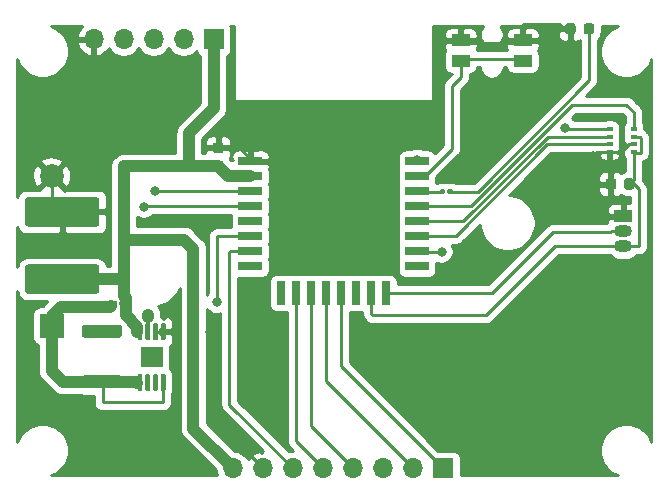
<source format=gbr>
%TF.GenerationSoftware,KiCad,Pcbnew,(5.1.8)-1*%
%TF.CreationDate,2020-12-21T16:49:44+02:00*%
%TF.ProjectId,Thermometer,54686572-6d6f-46d6-9574-65722e6b6963,rev?*%
%TF.SameCoordinates,Original*%
%TF.FileFunction,Copper,L1,Top*%
%TF.FilePolarity,Positive*%
%FSLAX46Y46*%
G04 Gerber Fmt 4.6, Leading zero omitted, Abs format (unit mm)*
G04 Created by KiCad (PCBNEW (5.1.8)-1) date 2020-12-21 16:49:44*
%MOMM*%
%LPD*%
G01*
G04 APERTURE LIST*
%TA.AperFunction,SMDPad,CuDef*%
%ADD10R,2.000000X0.700000*%
%TD*%
%TA.AperFunction,SMDPad,CuDef*%
%ADD11R,0.700000X2.000000*%
%TD*%
%TA.AperFunction,ComponentPad*%
%ADD12O,1.500000X1.050000*%
%TD*%
%TA.AperFunction,ComponentPad*%
%ADD13R,1.500000X1.050000*%
%TD*%
%TA.AperFunction,SMDPad,CuDef*%
%ADD14R,0.500000X0.350000*%
%TD*%
%TA.AperFunction,SMDPad,CuDef*%
%ADD15R,1.880000X1.680000*%
%TD*%
%TA.AperFunction,ComponentPad*%
%ADD16R,2.000000X2.000000*%
%TD*%
%TA.AperFunction,ComponentPad*%
%ADD17C,2.000000*%
%TD*%
%TA.AperFunction,ComponentPad*%
%ADD18R,1.700000X1.700000*%
%TD*%
%TA.AperFunction,ComponentPad*%
%ADD19O,1.700000X1.700000*%
%TD*%
%TA.AperFunction,SMDPad,CuDef*%
%ADD20R,1.550000X1.000000*%
%TD*%
%TA.AperFunction,ViaPad*%
%ADD21C,0.800000*%
%TD*%
%TA.AperFunction,Conductor*%
%ADD22C,0.250000*%
%TD*%
%TA.AperFunction,Conductor*%
%ADD23C,1.000000*%
%TD*%
%TA.AperFunction,Conductor*%
%ADD24C,0.254000*%
%TD*%
%TA.AperFunction,Conductor*%
%ADD25C,0.100000*%
%TD*%
G04 APERTURE END LIST*
%TO.P,C1,2*%
%TO.N,GND*%
%TA.AperFunction,SMDPad,CuDef*%
G36*
G01*
X49780000Y-141216500D02*
X49280000Y-141216500D01*
G75*
G02*
X49055000Y-140991500I0J225000D01*
G01*
X49055000Y-140541500D01*
G75*
G02*
X49280000Y-140316500I225000J0D01*
G01*
X49780000Y-140316500D01*
G75*
G02*
X50005000Y-140541500I0J-225000D01*
G01*
X50005000Y-140991500D01*
G75*
G02*
X49780000Y-141216500I-225000J0D01*
G01*
G37*
%TD.AperFunction*%
%TO.P,C1,1*%
%TO.N,+3V3*%
%TA.AperFunction,SMDPad,CuDef*%
G36*
G01*
X49780000Y-142766500D02*
X49280000Y-142766500D01*
G75*
G02*
X49055000Y-142541500I0J225000D01*
G01*
X49055000Y-142091500D01*
G75*
G02*
X49280000Y-141866500I225000J0D01*
G01*
X49780000Y-141866500D01*
G75*
G02*
X50005000Y-142091500I0J-225000D01*
G01*
X50005000Y-142541500D01*
G75*
G02*
X49780000Y-142766500I-225000J0D01*
G01*
G37*
%TD.AperFunction*%
%TD*%
%TO.P,C2,1*%
%TO.N,/P1.0*%
%TA.AperFunction,SMDPad,CuDef*%
G36*
G01*
X84791000Y-143577500D02*
X84791000Y-144077500D01*
G75*
G02*
X84566000Y-144302500I-225000J0D01*
G01*
X84116000Y-144302500D01*
G75*
G02*
X83891000Y-144077500I0J225000D01*
G01*
X83891000Y-143577500D01*
G75*
G02*
X84116000Y-143352500I225000J0D01*
G01*
X84566000Y-143352500D01*
G75*
G02*
X84791000Y-143577500I0J-225000D01*
G01*
G37*
%TD.AperFunction*%
%TO.P,C2,2*%
%TO.N,GND*%
%TA.AperFunction,SMDPad,CuDef*%
G36*
G01*
X83241000Y-143577500D02*
X83241000Y-144077500D01*
G75*
G02*
X83016000Y-144302500I-225000J0D01*
G01*
X82566000Y-144302500D01*
G75*
G02*
X82341000Y-144077500I0J225000D01*
G01*
X82341000Y-143577500D01*
G75*
G02*
X82566000Y-143352500I225000J0D01*
G01*
X83016000Y-143352500D01*
G75*
G02*
X83241000Y-143577500I0J-225000D01*
G01*
G37*
%TD.AperFunction*%
%TD*%
%TO.P,C3,1*%
%TO.N,+3V3*%
%TA.AperFunction,SMDPad,CuDef*%
G36*
G01*
X39222000Y-153134500D02*
X33422000Y-153134500D01*
G75*
G02*
X33172000Y-152884500I0J250000D01*
G01*
X33172000Y-150884500D01*
G75*
G02*
X33422000Y-150634500I250000J0D01*
G01*
X39222000Y-150634500D01*
G75*
G02*
X39472000Y-150884500I0J-250000D01*
G01*
X39472000Y-152884500D01*
G75*
G02*
X39222000Y-153134500I-250000J0D01*
G01*
G37*
%TD.AperFunction*%
%TO.P,C3,2*%
%TO.N,GND*%
%TA.AperFunction,SMDPad,CuDef*%
G36*
G01*
X39222000Y-147434500D02*
X33422000Y-147434500D01*
G75*
G02*
X33172000Y-147184500I0J250000D01*
G01*
X33172000Y-145184500D01*
G75*
G02*
X33422000Y-144934500I250000J0D01*
G01*
X39222000Y-144934500D01*
G75*
G02*
X39472000Y-145184500I0J-250000D01*
G01*
X39472000Y-147184500D01*
G75*
G02*
X39222000Y-147434500I-250000J0D01*
G01*
G37*
%TD.AperFunction*%
%TD*%
%TO.P,R1,1*%
%TO.N,/LED*%
%TA.AperFunction,SMDPad,CuDef*%
G36*
G01*
X68286500Y-144562500D02*
X68286500Y-144362500D01*
G75*
G02*
X68386500Y-144262500I100000J0D01*
G01*
X68646500Y-144262500D01*
G75*
G02*
X68746500Y-144362500I0J-100000D01*
G01*
X68746500Y-144562500D01*
G75*
G02*
X68646500Y-144662500I-100000J0D01*
G01*
X68386500Y-144662500D01*
G75*
G02*
X68286500Y-144562500I0J100000D01*
G01*
G37*
%TD.AperFunction*%
%TO.P,R1,2*%
%TO.N,Net-(D1-Pad2)*%
%TA.AperFunction,SMDPad,CuDef*%
G36*
G01*
X68926500Y-144562500D02*
X68926500Y-144362500D01*
G75*
G02*
X69026500Y-144262500I100000J0D01*
G01*
X69286500Y-144262500D01*
G75*
G02*
X69386500Y-144362500I0J-100000D01*
G01*
X69386500Y-144562500D01*
G75*
G02*
X69286500Y-144662500I-100000J0D01*
G01*
X69026500Y-144662500D01*
G75*
G02*
X68926500Y-144562500I0J100000D01*
G01*
G37*
%TD.AperFunction*%
%TD*%
%TO.P,R2,2*%
%TO.N,+BATT*%
%TA.AperFunction,SMDPad,CuDef*%
G36*
G01*
X40994500Y-153824000D02*
X40994500Y-154024000D01*
G75*
G02*
X40894500Y-154124000I-100000J0D01*
G01*
X40634500Y-154124000D01*
G75*
G02*
X40534500Y-154024000I0J100000D01*
G01*
X40534500Y-153824000D01*
G75*
G02*
X40634500Y-153724000I100000J0D01*
G01*
X40894500Y-153724000D01*
G75*
G02*
X40994500Y-153824000I0J-100000D01*
G01*
G37*
%TD.AperFunction*%
%TO.P,R2,1*%
%TO.N,+3V3*%
%TA.AperFunction,SMDPad,CuDef*%
G36*
G01*
X41634500Y-153824000D02*
X41634500Y-154024000D01*
G75*
G02*
X41534500Y-154124000I-100000J0D01*
G01*
X41274500Y-154124000D01*
G75*
G02*
X41174500Y-154024000I0J100000D01*
G01*
X41174500Y-153824000D01*
G75*
G02*
X41274500Y-153724000I100000J0D01*
G01*
X41534500Y-153724000D01*
G75*
G02*
X41634500Y-153824000I0J-100000D01*
G01*
G37*
%TD.AperFunction*%
%TD*%
D10*
%TO.P,U1,17*%
%TO.N,Net-(U1-Pad17)*%
X66359000Y-150781500D03*
%TO.P,U1,18*%
%TO.N,/CLK0*%
X66359000Y-149511500D03*
%TO.P,U1,19*%
%TO.N,/CS0*%
X66359000Y-148241500D03*
%TO.P,U1,20*%
%TO.N,/MOSI0*%
X66359000Y-146971500D03*
%TO.P,U1,21*%
%TO.N,/MISO0*%
X66359000Y-145701500D03*
%TO.P,U1,22*%
%TO.N,/LED*%
X66359000Y-144431500D03*
%TO.P,U1,23*%
%TO.N,/SW*%
X66359000Y-143161500D03*
%TO.P,U1,24*%
%TO.N,/RESET*%
X66359000Y-141891500D03*
D11*
%TO.P,U1,9*%
%TO.N,Net-(U1-Pad9)*%
X54849000Y-153041500D03*
%TO.P,U1,10*%
%TO.N,/CLK1*%
X56119000Y-153041500D03*
%TO.P,U1,11*%
%TO.N,/CS1*%
X57389000Y-153041500D03*
%TO.P,U1,12*%
%TO.N,/RST*%
X58659000Y-153041500D03*
%TO.P,U1,13*%
%TO.N,/BUSY*%
X59929000Y-153041500D03*
%TO.P,U1,14*%
%TO.N,Net-(U1-Pad14)*%
X61199000Y-153041500D03*
%TO.P,U1,15*%
%TO.N,/P1.0*%
X62469000Y-153041500D03*
%TO.P,U1,16*%
%TO.N,/DQ*%
X63739000Y-153041500D03*
D10*
%TO.P,U1,1*%
%TO.N,GND*%
X52259000Y-141891500D03*
%TO.P,U1,2*%
%TO.N,+3V3*%
X52259000Y-143161500D03*
%TO.P,U1,3*%
%TO.N,/P2.2*%
X52259000Y-144431500D03*
%TO.P,U1,4*%
%TO.N,/P2.1*%
X52259000Y-145701500D03*
%TO.P,U1,5*%
%TO.N,Net-(U1-Pad5)*%
X52259000Y-146971500D03*
%TO.P,U1,6*%
%TO.N,/DC*%
X52259000Y-148241500D03*
%TO.P,U1,7*%
%TO.N,/MOSI1*%
X52259000Y-149511500D03*
%TO.P,U1,8*%
%TO.N,Net-(U1-Pad8)*%
X52259000Y-150781500D03*
%TD*%
D12*
%TO.P,U2,2*%
%TO.N,/DQ*%
X83820000Y-147828000D03*
%TO.P,U2,3*%
%TO.N,/P1.0*%
X83820000Y-149098000D03*
D13*
%TO.P,U2,1*%
%TO.N,GND*%
X83820000Y-146558000D03*
%TD*%
D14*
%TO.P,U3,4*%
%TO.N,/CLK0*%
X82668000Y-139169500D03*
%TO.P,U3,3*%
%TO.N,/MOSI0*%
X82668000Y-139819500D03*
%TO.P,U3,2*%
%TO.N,/CS0*%
X82668000Y-140469500D03*
%TO.P,U3,1*%
%TO.N,GND*%
X82668000Y-141119500D03*
%TO.P,U3,8*%
%TO.N,/P1.0*%
X84718000Y-141119500D03*
%TO.P,U3,7*%
%TO.N,GND*%
X84718000Y-140469500D03*
%TO.P,U3,6*%
%TO.N,/P1.0*%
X84718000Y-139819500D03*
%TO.P,U3,5*%
%TO.N,/MISO0*%
X84718000Y-139169500D03*
%TD*%
%TO.P,U4,1*%
%TO.N,+BATT*%
%TA.AperFunction,SMDPad,CuDef*%
G36*
G01*
X43026000Y-161362000D02*
X42826000Y-161362000D01*
G75*
G02*
X42726000Y-161262000I0J100000D01*
G01*
X42726000Y-160012000D01*
G75*
G02*
X42826000Y-159912000I100000J0D01*
G01*
X43026000Y-159912000D01*
G75*
G02*
X43126000Y-160012000I0J-100000D01*
G01*
X43126000Y-161262000D01*
G75*
G02*
X43026000Y-161362000I-100000J0D01*
G01*
G37*
%TD.AperFunction*%
%TO.P,U4,2*%
%TO.N,Net-(U4-Pad2)*%
%TA.AperFunction,SMDPad,CuDef*%
G36*
G01*
X43676000Y-161362000D02*
X43476000Y-161362000D01*
G75*
G02*
X43376000Y-161262000I0J100000D01*
G01*
X43376000Y-160012000D01*
G75*
G02*
X43476000Y-159912000I100000J0D01*
G01*
X43676000Y-159912000D01*
G75*
G02*
X43776000Y-160012000I0J-100000D01*
G01*
X43776000Y-161262000D01*
G75*
G02*
X43676000Y-161362000I-100000J0D01*
G01*
G37*
%TD.AperFunction*%
%TO.P,U4,3*%
%TO.N,Net-(U4-Pad3)*%
%TA.AperFunction,SMDPad,CuDef*%
G36*
G01*
X44326000Y-161362000D02*
X44126000Y-161362000D01*
G75*
G02*
X44026000Y-161262000I0J100000D01*
G01*
X44026000Y-160012000D01*
G75*
G02*
X44126000Y-159912000I100000J0D01*
G01*
X44326000Y-159912000D01*
G75*
G02*
X44426000Y-160012000I0J-100000D01*
G01*
X44426000Y-161262000D01*
G75*
G02*
X44326000Y-161362000I-100000J0D01*
G01*
G37*
%TD.AperFunction*%
%TO.P,U4,4*%
%TO.N,+BATT*%
%TA.AperFunction,SMDPad,CuDef*%
G36*
G01*
X44976000Y-161362000D02*
X44776000Y-161362000D01*
G75*
G02*
X44676000Y-161262000I0J100000D01*
G01*
X44676000Y-160012000D01*
G75*
G02*
X44776000Y-159912000I100000J0D01*
G01*
X44976000Y-159912000D01*
G75*
G02*
X45076000Y-160012000I0J-100000D01*
G01*
X45076000Y-161262000D01*
G75*
G02*
X44976000Y-161362000I-100000J0D01*
G01*
G37*
%TD.AperFunction*%
%TO.P,U4,5*%
%TO.N,GND*%
%TA.AperFunction,SMDPad,CuDef*%
G36*
G01*
X44976000Y-157062000D02*
X44776000Y-157062000D01*
G75*
G02*
X44676000Y-156962000I0J100000D01*
G01*
X44676000Y-155712000D01*
G75*
G02*
X44776000Y-155612000I100000J0D01*
G01*
X44976000Y-155612000D01*
G75*
G02*
X45076000Y-155712000I0J-100000D01*
G01*
X45076000Y-156962000D01*
G75*
G02*
X44976000Y-157062000I-100000J0D01*
G01*
G37*
%TD.AperFunction*%
%TO.P,U4,6*%
%TA.AperFunction,SMDPad,CuDef*%
G36*
G01*
X44326000Y-157062000D02*
X44126000Y-157062000D01*
G75*
G02*
X44026000Y-156962000I0J100000D01*
G01*
X44026000Y-155712000D01*
G75*
G02*
X44126000Y-155612000I100000J0D01*
G01*
X44326000Y-155612000D01*
G75*
G02*
X44426000Y-155712000I0J-100000D01*
G01*
X44426000Y-156962000D01*
G75*
G02*
X44326000Y-157062000I-100000J0D01*
G01*
G37*
%TD.AperFunction*%
%TO.P,U4,7*%
%TO.N,Net-(L1-Pad2)*%
%TA.AperFunction,SMDPad,CuDef*%
G36*
G01*
X43676000Y-157062000D02*
X43476000Y-157062000D01*
G75*
G02*
X43376000Y-156962000I0J100000D01*
G01*
X43376000Y-155712000D01*
G75*
G02*
X43476000Y-155612000I100000J0D01*
G01*
X43676000Y-155612000D01*
G75*
G02*
X43776000Y-155712000I0J-100000D01*
G01*
X43776000Y-156962000D01*
G75*
G02*
X43676000Y-157062000I-100000J0D01*
G01*
G37*
%TD.AperFunction*%
%TO.P,U4,8*%
%TO.N,+3V3*%
%TA.AperFunction,SMDPad,CuDef*%
G36*
G01*
X43026000Y-157062000D02*
X42826000Y-157062000D01*
G75*
G02*
X42726000Y-156962000I0J100000D01*
G01*
X42726000Y-155712000D01*
G75*
G02*
X42826000Y-155612000I100000J0D01*
G01*
X43026000Y-155612000D01*
G75*
G02*
X43126000Y-155712000I0J-100000D01*
G01*
X43126000Y-156962000D01*
G75*
G02*
X43026000Y-157062000I-100000J0D01*
G01*
G37*
%TD.AperFunction*%
D15*
%TO.P,U4,9*%
%TO.N,N/C*%
X43901000Y-158487000D03*
%TD*%
D16*
%TO.P,BT1,1*%
%TO.N,+BATT*%
X35433000Y-155829000D03*
D17*
%TO.P,BT1,2*%
%TO.N,GND*%
X35433000Y-143129000D03*
%TD*%
%TO.P,D1,1*%
%TO.N,GND*%
%TA.AperFunction,SMDPad,CuDef*%
G36*
G01*
X78912000Y-130939250D02*
X78912000Y-130426750D01*
G75*
G02*
X79130750Y-130208000I218750J0D01*
G01*
X79568250Y-130208000D01*
G75*
G02*
X79787000Y-130426750I0J-218750D01*
G01*
X79787000Y-130939250D01*
G75*
G02*
X79568250Y-131158000I-218750J0D01*
G01*
X79130750Y-131158000D01*
G75*
G02*
X78912000Y-130939250I0J218750D01*
G01*
G37*
%TD.AperFunction*%
%TO.P,D1,2*%
%TO.N,Net-(D1-Pad2)*%
%TA.AperFunction,SMDPad,CuDef*%
G36*
G01*
X80487000Y-130939250D02*
X80487000Y-130426750D01*
G75*
G02*
X80705750Y-130208000I218750J0D01*
G01*
X81143250Y-130208000D01*
G75*
G02*
X81362000Y-130426750I0J-218750D01*
G01*
X81362000Y-130939250D01*
G75*
G02*
X81143250Y-131158000I-218750J0D01*
G01*
X80705750Y-131158000D01*
G75*
G02*
X80487000Y-130939250I0J218750D01*
G01*
G37*
%TD.AperFunction*%
%TD*%
D18*
%TO.P,J1,1*%
%TO.N,+3V3*%
X49149000Y-131572000D03*
D19*
%TO.P,J1,2*%
%TO.N,/RESET*%
X46609000Y-131572000D03*
%TO.P,J1,3*%
%TO.N,/P2.2*%
X44069000Y-131572000D03*
%TO.P,J1,4*%
%TO.N,/P2.1*%
X41529000Y-131572000D03*
%TO.P,J1,5*%
%TO.N,GND*%
X38989000Y-131572000D03*
%TD*%
D18*
%TO.P,J2,1*%
%TO.N,/BUSY*%
X68580000Y-167894000D03*
D19*
%TO.P,J2,2*%
%TO.N,/RST*%
X66040000Y-167894000D03*
%TO.P,J2,3*%
%TO.N,/DC*%
X63500000Y-167894000D03*
%TO.P,J2,4*%
%TO.N,/CS1*%
X60960000Y-167894000D03*
%TO.P,J2,5*%
%TO.N,/CLK1*%
X58420000Y-167894000D03*
%TO.P,J2,6*%
%TO.N,/MOSI1*%
X55880000Y-167894000D03*
%TO.P,J2,7*%
%TO.N,GND*%
X53340000Y-167894000D03*
%TO.P,J2,8*%
%TO.N,+3V3*%
X50800000Y-167894000D03*
%TD*%
%TO.P,L1,1*%
%TO.N,+BATT*%
%TA.AperFunction,SMDPad,CuDef*%
G36*
G01*
X41137503Y-161132500D02*
X38237497Y-161132500D01*
G75*
G02*
X37987500Y-160882503I0J249997D01*
G01*
X37987500Y-160257497D01*
G75*
G02*
X38237497Y-160007500I249997J0D01*
G01*
X41137503Y-160007500D01*
G75*
G02*
X41387500Y-160257497I0J-249997D01*
G01*
X41387500Y-160882503D01*
G75*
G02*
X41137503Y-161132500I-249997J0D01*
G01*
G37*
%TD.AperFunction*%
%TO.P,L1,2*%
%TO.N,Net-(L1-Pad2)*%
%TA.AperFunction,SMDPad,CuDef*%
G36*
G01*
X41137503Y-156857500D02*
X38237497Y-156857500D01*
G75*
G02*
X37987500Y-156607503I0J249997D01*
G01*
X37987500Y-155982497D01*
G75*
G02*
X38237497Y-155732500I249997J0D01*
G01*
X41137503Y-155732500D01*
G75*
G02*
X41387500Y-155982497I0J-249997D01*
G01*
X41387500Y-156607503D01*
G75*
G02*
X41137503Y-156857500I-249997J0D01*
G01*
G37*
%TD.AperFunction*%
%TD*%
D20*
%TO.P,SW1,2*%
%TO.N,/SW*%
X75332500Y-133374500D03*
X70082500Y-133374500D03*
%TO.P,SW1,1*%
%TO.N,GND*%
X70082500Y-131674500D03*
X75332500Y-131674500D03*
%TD*%
D21*
%TO.N,GND*%
X81280000Y-141478000D03*
X79375000Y-131889500D03*
X48831500Y-156337000D03*
X44876000Y-156337000D03*
X36322000Y-146184500D03*
X49530000Y-140766500D03*
X85153500Y-136779000D03*
X85598000Y-152336500D03*
X85534500Y-159702500D03*
X82105500Y-161734500D03*
X79565500Y-166624000D03*
X77470000Y-167767000D03*
X72072500Y-167767000D03*
X47688500Y-167957500D03*
X42100500Y-167894000D03*
X37338000Y-167894000D03*
X33020000Y-163449000D03*
X33020000Y-157416500D03*
X33083500Y-141478000D03*
X33020000Y-135064500D03*
X80962500Y-152146000D03*
X78232000Y-153225500D03*
X75819000Y-155511500D03*
X70104000Y-157226000D03*
X63944500Y-157099000D03*
X65405000Y-160464500D03*
X69469000Y-164338000D03*
X79502000Y-146431000D03*
X71056500Y-151320500D03*
X70993000Y-142303500D03*
X73723500Y-138557000D03*
X77978000Y-135064500D03*
X38862000Y-140398500D03*
X39243000Y-135128000D03*
X64071500Y-143573500D03*
X54800500Y-143827500D03*
X55054500Y-150622000D03*
X63309500Y-150368000D03*
X66040000Y-138176000D03*
X53911500Y-137668000D03*
X62166500Y-137477500D03*
X53403500Y-160972500D03*
X44513500Y-164528500D03*
X37909500Y-162560000D03*
X52514500Y-153543000D03*
X48196500Y-147066000D03*
X51625500Y-165671500D03*
%TO.N,/CLK0*%
X78930500Y-139094500D03*
X68453000Y-149542500D03*
%TO.N,/RESET*%
X66357500Y-141795500D03*
%TO.N,/P2.2*%
X44163500Y-144431500D03*
%TO.N,/P2.1*%
X43243500Y-145732500D03*
%TO.N,/DC*%
X49403000Y-153797000D03*
%TO.N,Net-(L1-Pad2)*%
X39687500Y-156337000D03*
X43561000Y-154876500D03*
%TD*%
D22*
%TO.N,GND*%
X38989000Y-139573000D02*
X35433000Y-143129000D01*
X38989000Y-131572000D02*
X38989000Y-139573000D01*
X35433000Y-145295500D02*
X36322000Y-146184500D01*
X35433000Y-143129000D02*
X35433000Y-145295500D01*
X44876000Y-156337000D02*
X44226000Y-156337000D01*
X52259000Y-141891500D02*
X52259000Y-141667000D01*
X51358500Y-140766500D02*
X49530000Y-140766500D01*
X52259000Y-141667000D02*
X51358500Y-140766500D01*
X68008500Y-131572000D02*
X68008500Y-136969500D01*
X68008500Y-136969500D02*
X67818000Y-137160000D01*
X67818000Y-137160000D02*
X51371500Y-137160000D01*
X51371500Y-140753500D02*
X51358500Y-140766500D01*
X51371500Y-137160000D02*
X51371500Y-140753500D01*
X84357998Y-140469500D02*
X84718000Y-140469500D01*
X83707998Y-141119500D02*
X84357998Y-140469500D01*
X82668000Y-141119500D02*
X83707998Y-141119500D01*
X82668000Y-143704500D02*
X82791000Y-143827500D01*
X82668000Y-141119500D02*
X82668000Y-143704500D01*
X82668000Y-141119500D02*
X81638500Y-141119500D01*
X81638500Y-141119500D02*
X81280000Y-141478000D01*
X79349500Y-131864000D02*
X79375000Y-131889500D01*
X79349500Y-130683000D02*
X79349500Y-131864000D01*
X53340000Y-167894000D02*
X48831500Y-163385500D01*
X48831500Y-163385500D02*
X48831500Y-156337000D01*
X49530000Y-140766500D02*
X51799002Y-140766500D01*
X75157499Y-131849501D02*
X75332500Y-131674500D01*
X70257501Y-131849501D02*
X75157499Y-131849501D01*
X70082500Y-131674500D02*
X70257501Y-131849501D01*
X68111000Y-131674500D02*
X68008500Y-131572000D01*
X70082500Y-131674500D02*
X68111000Y-131674500D01*
X83820000Y-146558000D02*
X83820000Y-144970500D01*
X83820000Y-144970500D02*
X82804000Y-144970500D01*
X82791000Y-144957500D02*
X82791000Y-143827500D01*
X82804000Y-144970500D02*
X82791000Y-144957500D01*
X79349500Y-130683000D02*
X78803500Y-130683000D01*
X78803500Y-130683000D02*
X78359000Y-130238500D01*
X78359000Y-130238500D02*
X75311000Y-130238500D01*
X75311000Y-131653000D02*
X75332500Y-131674500D01*
X75311000Y-130238500D02*
X75311000Y-131653000D01*
D23*
%TO.N,+3V3*%
X36322000Y-151884500D02*
X41521500Y-151884500D01*
X41694510Y-153492622D02*
X41694510Y-153924000D01*
X41521500Y-153319612D02*
X41694510Y-153492622D01*
X41521500Y-151884500D02*
X41521500Y-153319612D01*
X42675990Y-155896490D02*
X42675990Y-156337000D01*
X41694510Y-154915010D02*
X42675990Y-155896490D01*
X41694510Y-153492622D02*
X41694510Y-154915010D01*
X50375000Y-143161500D02*
X52259000Y-143161500D01*
X49530000Y-142316500D02*
X50375000Y-143161500D01*
X41579500Y-142316500D02*
X41521500Y-142374500D01*
X47040500Y-139522500D02*
X47040500Y-142316500D01*
X49149000Y-137414000D02*
X47040500Y-139522500D01*
X49149000Y-131572000D02*
X49149000Y-137414000D01*
X47040500Y-142316500D02*
X41579500Y-142316500D01*
X49530000Y-142316500D02*
X47040500Y-142316500D01*
X47434500Y-149288500D02*
X46680000Y-148534000D01*
X47434500Y-164528500D02*
X47434500Y-149288500D01*
X50800000Y-167894000D02*
X47434500Y-164528500D01*
X46680000Y-148534000D02*
X41521500Y-148534000D01*
X41521500Y-148534000D02*
X41521500Y-151884500D01*
X41521500Y-142374500D02*
X41521500Y-148534000D01*
D22*
%TO.N,/P1.0*%
X62469000Y-154798000D02*
X62469000Y-153041500D01*
X62611000Y-154940000D02*
X62469000Y-154798000D01*
X72199500Y-154940000D02*
X62611000Y-154940000D01*
X78041500Y-149098000D02*
X72199500Y-154940000D01*
X83820000Y-149098000D02*
X78041500Y-149098000D01*
X85218000Y-139819500D02*
X85344000Y-139945500D01*
X84718000Y-139819500D02*
X85218000Y-139819500D01*
X85344000Y-139945500D02*
X85344000Y-141160500D01*
X84759000Y-141160500D02*
X84718000Y-141119500D01*
X85344000Y-141160500D02*
X84759000Y-141160500D01*
X84718000Y-143450500D02*
X84341000Y-143827500D01*
X84718000Y-141119500D02*
X84718000Y-143450500D01*
X84341000Y-143827500D02*
X84709000Y-143827500D01*
X84709000Y-143827500D02*
X85153500Y-144272000D01*
X85153500Y-144272000D02*
X85153500Y-149098000D01*
X85153500Y-149098000D02*
X83820000Y-149098000D01*
%TO.N,Net-(D1-Pad2)*%
X80924500Y-130683000D02*
X80924500Y-135039000D01*
X71501000Y-144462500D02*
X69156500Y-144462500D01*
X80924500Y-135039000D02*
X71501000Y-144462500D01*
%TO.N,/LED*%
X66390000Y-144462500D02*
X66359000Y-144431500D01*
X68516500Y-144462500D02*
X66390000Y-144462500D01*
D23*
%TO.N,+BATT*%
X35433000Y-155003500D02*
X35433000Y-155829000D01*
X36195000Y-154241500D02*
X35433000Y-155003500D01*
X40386000Y-154241500D02*
X36195000Y-154241500D01*
X40449500Y-154178000D02*
X40386000Y-154241500D01*
X39687500Y-160570000D02*
X36364000Y-160570000D01*
X35433000Y-159639000D02*
X35433000Y-155829000D01*
X36364000Y-160570000D02*
X35433000Y-159639000D01*
D22*
X39751000Y-160633500D02*
X39687500Y-160570000D01*
X39751000Y-162306000D02*
X39751000Y-160633500D01*
X44857500Y-162306000D02*
X39751000Y-162306000D01*
X44876000Y-162287500D02*
X44857500Y-162306000D01*
X44876000Y-160637000D02*
X44876000Y-162287500D01*
D23*
X42608990Y-160570000D02*
X42675990Y-160637000D01*
X39687500Y-160570000D02*
X42608990Y-160570000D01*
D22*
%TO.N,/CLK0*%
X82668000Y-139169500D02*
X78968498Y-139169500D01*
X78968498Y-139132498D02*
X78930500Y-139094500D01*
X78968498Y-139169500D02*
X78968498Y-139132498D01*
X66390000Y-149542500D02*
X66359000Y-149511500D01*
X68453000Y-149542500D02*
X66390000Y-149542500D01*
%TO.N,/CS0*%
X69631230Y-148241500D02*
X66359000Y-148241500D01*
X77403230Y-140469500D02*
X69631230Y-148241500D01*
X82668000Y-140469500D02*
X77403230Y-140469500D01*
%TO.N,/MOSI0*%
X70264820Y-146971500D02*
X66359000Y-146971500D01*
X77416820Y-139819500D02*
X70264820Y-146971500D01*
X82668000Y-139819500D02*
X77416820Y-139819500D01*
%TO.N,/MISO0*%
X70898410Y-145701500D02*
X66359000Y-145701500D01*
X84718000Y-139169500D02*
X84718000Y-137740500D01*
X84718000Y-137740500D02*
X84074000Y-137096500D01*
X79503410Y-137096500D02*
X78042205Y-138557705D01*
X78042205Y-138557705D02*
X70898410Y-145701500D01*
X84074000Y-137096500D02*
X79503410Y-137096500D01*
X78106410Y-138493500D02*
X78042205Y-138557705D01*
%TO.N,/SW*%
X67024002Y-143161500D02*
X66359000Y-143161500D01*
X69342500Y-140843002D02*
X67024002Y-143161500D01*
X69342500Y-135536500D02*
X69342500Y-140843002D01*
X70257501Y-133199499D02*
X70082500Y-133374500D01*
X75157499Y-133199499D02*
X70257501Y-133199499D01*
X75332500Y-133374500D02*
X75157499Y-133199499D01*
X70082500Y-134796500D02*
X69342500Y-135536500D01*
X70082500Y-133374500D02*
X70082500Y-134796500D01*
%TO.N,/RESET*%
X66359000Y-141797000D02*
X66357500Y-141795500D01*
X66359000Y-141891500D02*
X66359000Y-141797000D01*
%TO.N,/CLK1*%
X56119000Y-165593000D02*
X58420000Y-167894000D01*
X56119000Y-153041500D02*
X56119000Y-165593000D01*
%TO.N,/CS1*%
X57389000Y-164323000D02*
X60960000Y-167894000D01*
X57389000Y-153041500D02*
X57389000Y-164323000D01*
%TO.N,/RST*%
X58659000Y-160513000D02*
X58659000Y-153041500D01*
X66040000Y-167894000D02*
X58659000Y-160513000D01*
%TO.N,/BUSY*%
X59929000Y-159243000D02*
X59929000Y-153041500D01*
X68580000Y-167894000D02*
X59929000Y-159243000D01*
%TO.N,/DQ*%
X82820000Y-147828000D02*
X82756500Y-147891500D01*
X83820000Y-147828000D02*
X82820000Y-147828000D01*
X82756500Y-147891500D02*
X77851000Y-147891500D01*
X72701000Y-153041500D02*
X63739000Y-153041500D01*
X77851000Y-147891500D02*
X72701000Y-153041500D01*
%TO.N,/P2.2*%
X52259000Y-144431500D02*
X44163500Y-144431500D01*
%TO.N,/P2.1*%
X52259000Y-145701500D02*
X43212500Y-145701500D01*
X43212500Y-145701500D02*
X43243500Y-145732500D01*
%TO.N,/DC*%
X52259000Y-148241500D02*
X49435500Y-148241500D01*
X49403000Y-148274000D02*
X49403000Y-153797000D01*
X49435500Y-148241500D02*
X49403000Y-148274000D01*
%TO.N,/MOSI1*%
X50482500Y-162496500D02*
X55880000Y-167894000D01*
X50482500Y-149606000D02*
X50482500Y-162496500D01*
X50577000Y-149511500D02*
X50482500Y-149606000D01*
X52259000Y-149511500D02*
X50577000Y-149511500D01*
%TO.N,Net-(L1-Pad2)*%
X39687500Y-156295000D02*
X39687500Y-156337000D01*
D23*
X43561000Y-154876500D02*
X43561000Y-155084430D01*
D22*
X43576000Y-155463000D02*
X43576000Y-156337000D01*
X43561000Y-155448000D02*
X43576000Y-155463000D01*
X43561000Y-155084430D02*
X43561000Y-155448000D01*
%TD*%
D24*
%TO.N,GND*%
X46299500Y-164472749D02*
X46294009Y-164528500D01*
X46299500Y-164584251D01*
X46315923Y-164750998D01*
X46380824Y-164964946D01*
X46486216Y-165162123D01*
X46628051Y-165334949D01*
X46671365Y-165370496D01*
X49315000Y-168014132D01*
X49315000Y-168040260D01*
X49372068Y-168327158D01*
X49445318Y-168504000D01*
X35359404Y-168504000D01*
X35729669Y-168350631D01*
X36095729Y-168106038D01*
X36407038Y-167794729D01*
X36651631Y-167428669D01*
X36820110Y-167021925D01*
X36906000Y-166590128D01*
X36906000Y-166149872D01*
X36820110Y-165718075D01*
X36651631Y-165311331D01*
X36407038Y-164945271D01*
X36095729Y-164633962D01*
X35729669Y-164389369D01*
X35322925Y-164220890D01*
X34891128Y-164135000D01*
X34450872Y-164135000D01*
X34019075Y-164220890D01*
X33612331Y-164389369D01*
X33246271Y-164633962D01*
X32934962Y-164945271D01*
X32690369Y-165311331D01*
X32537000Y-165681596D01*
X32537000Y-152915691D01*
X32550992Y-153057754D01*
X32601528Y-153224350D01*
X32683595Y-153377886D01*
X32794038Y-153512462D01*
X32928614Y-153622905D01*
X33082150Y-153704972D01*
X33248746Y-153755508D01*
X33422000Y-153772572D01*
X35058796Y-153772572D01*
X34669864Y-154161505D01*
X34634012Y-154190928D01*
X34433000Y-154190928D01*
X34308518Y-154203188D01*
X34188820Y-154239498D01*
X34078506Y-154298463D01*
X33981815Y-154377815D01*
X33902463Y-154474506D01*
X33843498Y-154584820D01*
X33807188Y-154704518D01*
X33794928Y-154829000D01*
X33794928Y-156829000D01*
X33807188Y-156953482D01*
X33843498Y-157073180D01*
X33902463Y-157183494D01*
X33981815Y-157280185D01*
X34078506Y-157359537D01*
X34188820Y-157418502D01*
X34298001Y-157451622D01*
X34298000Y-159583248D01*
X34292509Y-159639000D01*
X34298000Y-159694751D01*
X34314423Y-159861498D01*
X34379324Y-160075446D01*
X34484716Y-160272623D01*
X34626551Y-160445449D01*
X34669864Y-160480995D01*
X35522008Y-161333140D01*
X35557551Y-161376449D01*
X35682495Y-161478988D01*
X35730377Y-161518284D01*
X35927553Y-161623676D01*
X36141501Y-161688577D01*
X36364000Y-161710491D01*
X36419752Y-161705000D01*
X37904333Y-161705000D01*
X38064243Y-161753508D01*
X38237497Y-161770572D01*
X38991000Y-161770572D01*
X38991000Y-162268667D01*
X38987323Y-162306000D01*
X39001997Y-162454986D01*
X39045454Y-162598247D01*
X39116026Y-162730276D01*
X39210999Y-162846001D01*
X39326724Y-162940974D01*
X39458753Y-163011546D01*
X39602014Y-163055003D01*
X39751000Y-163069677D01*
X39788333Y-163066000D01*
X44820178Y-163066000D01*
X44857500Y-163069676D01*
X44894822Y-163066000D01*
X44894833Y-163066000D01*
X45006486Y-163055003D01*
X45149747Y-163011546D01*
X45281776Y-162940974D01*
X45397501Y-162846001D01*
X45405840Y-162835840D01*
X45416001Y-162827501D01*
X45510974Y-162711776D01*
X45581546Y-162579747D01*
X45625003Y-162436486D01*
X45636000Y-162324833D01*
X45636000Y-162324822D01*
X45639676Y-162287500D01*
X45636000Y-162250177D01*
X45636000Y-161585401D01*
X45657890Y-161544448D01*
X45699890Y-161405991D01*
X45714072Y-161262000D01*
X45714072Y-160012000D01*
X45699890Y-159868009D01*
X45657890Y-159729552D01*
X45589684Y-159601949D01*
X45497896Y-159490104D01*
X45463627Y-159461981D01*
X45466812Y-159451482D01*
X45479072Y-159327000D01*
X45479072Y-157647000D01*
X45470505Y-157560013D01*
X45534003Y-157506263D01*
X45611874Y-157408375D01*
X45669151Y-157297175D01*
X45703634Y-157176939D01*
X45713998Y-157052285D01*
X45711000Y-156622750D01*
X45552250Y-156464000D01*
X44949000Y-156464000D01*
X44949000Y-156484000D01*
X44922250Y-156484000D01*
X44902250Y-156464000D01*
X44729000Y-156464000D01*
X44729000Y-156210000D01*
X44902250Y-156210000D01*
X44949000Y-156163250D01*
X44949000Y-156210000D01*
X45552250Y-156210000D01*
X45711000Y-156051250D01*
X45713998Y-155621715D01*
X45703634Y-155497061D01*
X45669151Y-155376825D01*
X45611874Y-155265625D01*
X45534003Y-155167737D01*
X45438531Y-155086922D01*
X45329127Y-155026285D01*
X45209996Y-154988156D01*
X45107750Y-154977000D01*
X44949000Y-155135750D01*
X44949000Y-155249442D01*
X44884003Y-155167737D01*
X44788531Y-155086922D01*
X44711450Y-155044200D01*
X44696000Y-155028750D01*
X44696000Y-154820748D01*
X44679577Y-154654001D01*
X44614676Y-154440053D01*
X44509284Y-154242877D01*
X44442667Y-154161704D01*
X44761387Y-154098306D01*
X45190879Y-153920405D01*
X45577412Y-153662132D01*
X45906132Y-153333412D01*
X46164405Y-152946879D01*
X46299501Y-152620728D01*
X46299500Y-164472749D01*
%TA.AperFunction,Conductor*%
D25*
G36*
X46299500Y-164472749D02*
G01*
X46294009Y-164528500D01*
X46299500Y-164584251D01*
X46315923Y-164750998D01*
X46380824Y-164964946D01*
X46486216Y-165162123D01*
X46628051Y-165334949D01*
X46671365Y-165370496D01*
X49315000Y-168014132D01*
X49315000Y-168040260D01*
X49372068Y-168327158D01*
X49445318Y-168504000D01*
X35359404Y-168504000D01*
X35729669Y-168350631D01*
X36095729Y-168106038D01*
X36407038Y-167794729D01*
X36651631Y-167428669D01*
X36820110Y-167021925D01*
X36906000Y-166590128D01*
X36906000Y-166149872D01*
X36820110Y-165718075D01*
X36651631Y-165311331D01*
X36407038Y-164945271D01*
X36095729Y-164633962D01*
X35729669Y-164389369D01*
X35322925Y-164220890D01*
X34891128Y-164135000D01*
X34450872Y-164135000D01*
X34019075Y-164220890D01*
X33612331Y-164389369D01*
X33246271Y-164633962D01*
X32934962Y-164945271D01*
X32690369Y-165311331D01*
X32537000Y-165681596D01*
X32537000Y-152915691D01*
X32550992Y-153057754D01*
X32601528Y-153224350D01*
X32683595Y-153377886D01*
X32794038Y-153512462D01*
X32928614Y-153622905D01*
X33082150Y-153704972D01*
X33248746Y-153755508D01*
X33422000Y-153772572D01*
X35058796Y-153772572D01*
X34669864Y-154161505D01*
X34634012Y-154190928D01*
X34433000Y-154190928D01*
X34308518Y-154203188D01*
X34188820Y-154239498D01*
X34078506Y-154298463D01*
X33981815Y-154377815D01*
X33902463Y-154474506D01*
X33843498Y-154584820D01*
X33807188Y-154704518D01*
X33794928Y-154829000D01*
X33794928Y-156829000D01*
X33807188Y-156953482D01*
X33843498Y-157073180D01*
X33902463Y-157183494D01*
X33981815Y-157280185D01*
X34078506Y-157359537D01*
X34188820Y-157418502D01*
X34298001Y-157451622D01*
X34298000Y-159583248D01*
X34292509Y-159639000D01*
X34298000Y-159694751D01*
X34314423Y-159861498D01*
X34379324Y-160075446D01*
X34484716Y-160272623D01*
X34626551Y-160445449D01*
X34669864Y-160480995D01*
X35522008Y-161333140D01*
X35557551Y-161376449D01*
X35682495Y-161478988D01*
X35730377Y-161518284D01*
X35927553Y-161623676D01*
X36141501Y-161688577D01*
X36364000Y-161710491D01*
X36419752Y-161705000D01*
X37904333Y-161705000D01*
X38064243Y-161753508D01*
X38237497Y-161770572D01*
X38991000Y-161770572D01*
X38991000Y-162268667D01*
X38987323Y-162306000D01*
X39001997Y-162454986D01*
X39045454Y-162598247D01*
X39116026Y-162730276D01*
X39210999Y-162846001D01*
X39326724Y-162940974D01*
X39458753Y-163011546D01*
X39602014Y-163055003D01*
X39751000Y-163069677D01*
X39788333Y-163066000D01*
X44820178Y-163066000D01*
X44857500Y-163069676D01*
X44894822Y-163066000D01*
X44894833Y-163066000D01*
X45006486Y-163055003D01*
X45149747Y-163011546D01*
X45281776Y-162940974D01*
X45397501Y-162846001D01*
X45405840Y-162835840D01*
X45416001Y-162827501D01*
X45510974Y-162711776D01*
X45581546Y-162579747D01*
X45625003Y-162436486D01*
X45636000Y-162324833D01*
X45636000Y-162324822D01*
X45639676Y-162287500D01*
X45636000Y-162250177D01*
X45636000Y-161585401D01*
X45657890Y-161544448D01*
X45699890Y-161405991D01*
X45714072Y-161262000D01*
X45714072Y-160012000D01*
X45699890Y-159868009D01*
X45657890Y-159729552D01*
X45589684Y-159601949D01*
X45497896Y-159490104D01*
X45463627Y-159461981D01*
X45466812Y-159451482D01*
X45479072Y-159327000D01*
X45479072Y-157647000D01*
X45470505Y-157560013D01*
X45534003Y-157506263D01*
X45611874Y-157408375D01*
X45669151Y-157297175D01*
X45703634Y-157176939D01*
X45713998Y-157052285D01*
X45711000Y-156622750D01*
X45552250Y-156464000D01*
X44949000Y-156464000D01*
X44949000Y-156484000D01*
X44922250Y-156484000D01*
X44902250Y-156464000D01*
X44729000Y-156464000D01*
X44729000Y-156210000D01*
X44902250Y-156210000D01*
X44949000Y-156163250D01*
X44949000Y-156210000D01*
X45552250Y-156210000D01*
X45711000Y-156051250D01*
X45713998Y-155621715D01*
X45703634Y-155497061D01*
X45669151Y-155376825D01*
X45611874Y-155265625D01*
X45534003Y-155167737D01*
X45438531Y-155086922D01*
X45329127Y-155026285D01*
X45209996Y-154988156D01*
X45107750Y-154977000D01*
X44949000Y-155135750D01*
X44949000Y-155249442D01*
X44884003Y-155167737D01*
X44788531Y-155086922D01*
X44711450Y-155044200D01*
X44696000Y-155028750D01*
X44696000Y-154820748D01*
X44679577Y-154654001D01*
X44614676Y-154440053D01*
X44509284Y-154242877D01*
X44442667Y-154161704D01*
X44761387Y-154098306D01*
X45190879Y-153920405D01*
X45577412Y-153662132D01*
X45906132Y-153333412D01*
X46164405Y-152946879D01*
X46299501Y-152620728D01*
X46299500Y-164472749D01*
G37*
%TD.AperFunction*%
D24*
X83015331Y-130607369D02*
X82649271Y-130851962D01*
X82337962Y-131163271D01*
X82093369Y-131529331D01*
X81924890Y-131936075D01*
X81839000Y-132367872D01*
X81839000Y-132808128D01*
X81924890Y-133239925D01*
X82093369Y-133646669D01*
X82337962Y-134012729D01*
X82649271Y-134324038D01*
X83015331Y-134568631D01*
X83422075Y-134737110D01*
X83853872Y-134823000D01*
X84294128Y-134823000D01*
X84725925Y-134737110D01*
X85132669Y-134568631D01*
X85498729Y-134324038D01*
X85810038Y-134012729D01*
X86054631Y-133646669D01*
X86208001Y-133276402D01*
X86208000Y-165681596D01*
X86054631Y-165311331D01*
X85810038Y-164945271D01*
X85498729Y-164633962D01*
X85132669Y-164389369D01*
X84725925Y-164220890D01*
X84294128Y-164135000D01*
X83853872Y-164135000D01*
X83422075Y-164220890D01*
X83015331Y-164389369D01*
X82649271Y-164633962D01*
X82337962Y-164945271D01*
X82093369Y-165311331D01*
X81924890Y-165718075D01*
X81839000Y-166149872D01*
X81839000Y-166590128D01*
X81924890Y-167021925D01*
X82093369Y-167428669D01*
X82337962Y-167794729D01*
X82649271Y-168106038D01*
X83015331Y-168350631D01*
X83385596Y-168504000D01*
X70068072Y-168504000D01*
X70068072Y-167044000D01*
X70055812Y-166919518D01*
X70019502Y-166799820D01*
X69960537Y-166689506D01*
X69881185Y-166592815D01*
X69784494Y-166513463D01*
X69674180Y-166454498D01*
X69554482Y-166418188D01*
X69430000Y-166405928D01*
X68166730Y-166405928D01*
X60689000Y-158928199D01*
X60689000Y-154656538D01*
X60724518Y-154667312D01*
X60849000Y-154679572D01*
X61549000Y-154679572D01*
X61673482Y-154667312D01*
X61709000Y-154656538D01*
X61709000Y-154760677D01*
X61705324Y-154798000D01*
X61709000Y-154835322D01*
X61709000Y-154835332D01*
X61719997Y-154946985D01*
X61761404Y-155083488D01*
X61763454Y-155090246D01*
X61834026Y-155222276D01*
X61851933Y-155244095D01*
X61928999Y-155338001D01*
X61958003Y-155361804D01*
X62047196Y-155450997D01*
X62070999Y-155480001D01*
X62186724Y-155574974D01*
X62318753Y-155645546D01*
X62462014Y-155689003D01*
X62573667Y-155700000D01*
X62573677Y-155700000D01*
X62610999Y-155703676D01*
X62648322Y-155700000D01*
X72162178Y-155700000D01*
X72199500Y-155703676D01*
X72236822Y-155700000D01*
X72236833Y-155700000D01*
X72348486Y-155689003D01*
X72491747Y-155645546D01*
X72623776Y-155574974D01*
X72739501Y-155480001D01*
X72763304Y-155450997D01*
X78356302Y-149858000D01*
X82718091Y-149858000D01*
X82770788Y-149922212D01*
X82947421Y-150067171D01*
X83148940Y-150174885D01*
X83367600Y-150241215D01*
X83538021Y-150258000D01*
X84101979Y-150258000D01*
X84272400Y-150241215D01*
X84491060Y-150174885D01*
X84692579Y-150067171D01*
X84869212Y-149922212D01*
X84921909Y-149858000D01*
X85116167Y-149858000D01*
X85153500Y-149861677D01*
X85302486Y-149847003D01*
X85445747Y-149803546D01*
X85577776Y-149732974D01*
X85693501Y-149638001D01*
X85788474Y-149522276D01*
X85859046Y-149390247D01*
X85902503Y-149246986D01*
X85913500Y-149135333D01*
X85917177Y-149098000D01*
X85913500Y-149060667D01*
X85913500Y-144309323D01*
X85917176Y-144272000D01*
X85913500Y-144234677D01*
X85913500Y-144234667D01*
X85902503Y-144123014D01*
X85859046Y-143979753D01*
X85849923Y-143962685D01*
X85788474Y-143847723D01*
X85745305Y-143795123D01*
X85693501Y-143731999D01*
X85664498Y-143708197D01*
X85474964Y-143518663D01*
X85478000Y-143487833D01*
X85481677Y-143450500D01*
X85478000Y-143413167D01*
X85478000Y-141910979D01*
X85492986Y-141909503D01*
X85636247Y-141866046D01*
X85768276Y-141795474D01*
X85884001Y-141700501D01*
X85978974Y-141584776D01*
X86049546Y-141452747D01*
X86093003Y-141309486D01*
X86104000Y-141197833D01*
X86107677Y-141160500D01*
X86104000Y-141123167D01*
X86104000Y-139982823D01*
X86107676Y-139945500D01*
X86104000Y-139908178D01*
X86104000Y-139908167D01*
X86093003Y-139796514D01*
X86049546Y-139653253D01*
X85978974Y-139521224D01*
X85884001Y-139405499D01*
X85854998Y-139381697D01*
X85781804Y-139308503D01*
X85758001Y-139279499D01*
X85642276Y-139184526D01*
X85606072Y-139165174D01*
X85606072Y-138994500D01*
X85593812Y-138870018D01*
X85557502Y-138750320D01*
X85498537Y-138640006D01*
X85478000Y-138614982D01*
X85478000Y-137777833D01*
X85481677Y-137740500D01*
X85467003Y-137591514D01*
X85423546Y-137448253D01*
X85352974Y-137316224D01*
X85281799Y-137229497D01*
X85258001Y-137200499D01*
X85229002Y-137176700D01*
X84637803Y-136585502D01*
X84614001Y-136556499D01*
X84498276Y-136461526D01*
X84366247Y-136390954D01*
X84222986Y-136347497D01*
X84111333Y-136336500D01*
X84111322Y-136336500D01*
X84074000Y-136332824D01*
X84036678Y-136336500D01*
X80701802Y-136336500D01*
X81435503Y-135602799D01*
X81464501Y-135579001D01*
X81559474Y-135463276D01*
X81630046Y-135331247D01*
X81673503Y-135187986D01*
X81684500Y-135076333D01*
X81688177Y-135039000D01*
X81684500Y-135001667D01*
X81684500Y-131598143D01*
X81749115Y-131545115D01*
X81855671Y-131415275D01*
X81934850Y-131267142D01*
X81983608Y-131106408D01*
X82000072Y-130939250D01*
X82000072Y-130454000D01*
X83385596Y-130454000D01*
X83015331Y-130607369D01*
%TA.AperFunction,Conductor*%
D25*
G36*
X83015331Y-130607369D02*
G01*
X82649271Y-130851962D01*
X82337962Y-131163271D01*
X82093369Y-131529331D01*
X81924890Y-131936075D01*
X81839000Y-132367872D01*
X81839000Y-132808128D01*
X81924890Y-133239925D01*
X82093369Y-133646669D01*
X82337962Y-134012729D01*
X82649271Y-134324038D01*
X83015331Y-134568631D01*
X83422075Y-134737110D01*
X83853872Y-134823000D01*
X84294128Y-134823000D01*
X84725925Y-134737110D01*
X85132669Y-134568631D01*
X85498729Y-134324038D01*
X85810038Y-134012729D01*
X86054631Y-133646669D01*
X86208001Y-133276402D01*
X86208000Y-165681596D01*
X86054631Y-165311331D01*
X85810038Y-164945271D01*
X85498729Y-164633962D01*
X85132669Y-164389369D01*
X84725925Y-164220890D01*
X84294128Y-164135000D01*
X83853872Y-164135000D01*
X83422075Y-164220890D01*
X83015331Y-164389369D01*
X82649271Y-164633962D01*
X82337962Y-164945271D01*
X82093369Y-165311331D01*
X81924890Y-165718075D01*
X81839000Y-166149872D01*
X81839000Y-166590128D01*
X81924890Y-167021925D01*
X82093369Y-167428669D01*
X82337962Y-167794729D01*
X82649271Y-168106038D01*
X83015331Y-168350631D01*
X83385596Y-168504000D01*
X70068072Y-168504000D01*
X70068072Y-167044000D01*
X70055812Y-166919518D01*
X70019502Y-166799820D01*
X69960537Y-166689506D01*
X69881185Y-166592815D01*
X69784494Y-166513463D01*
X69674180Y-166454498D01*
X69554482Y-166418188D01*
X69430000Y-166405928D01*
X68166730Y-166405928D01*
X60689000Y-158928199D01*
X60689000Y-154656538D01*
X60724518Y-154667312D01*
X60849000Y-154679572D01*
X61549000Y-154679572D01*
X61673482Y-154667312D01*
X61709000Y-154656538D01*
X61709000Y-154760677D01*
X61705324Y-154798000D01*
X61709000Y-154835322D01*
X61709000Y-154835332D01*
X61719997Y-154946985D01*
X61761404Y-155083488D01*
X61763454Y-155090246D01*
X61834026Y-155222276D01*
X61851933Y-155244095D01*
X61928999Y-155338001D01*
X61958003Y-155361804D01*
X62047196Y-155450997D01*
X62070999Y-155480001D01*
X62186724Y-155574974D01*
X62318753Y-155645546D01*
X62462014Y-155689003D01*
X62573667Y-155700000D01*
X62573677Y-155700000D01*
X62610999Y-155703676D01*
X62648322Y-155700000D01*
X72162178Y-155700000D01*
X72199500Y-155703676D01*
X72236822Y-155700000D01*
X72236833Y-155700000D01*
X72348486Y-155689003D01*
X72491747Y-155645546D01*
X72623776Y-155574974D01*
X72739501Y-155480001D01*
X72763304Y-155450997D01*
X78356302Y-149858000D01*
X82718091Y-149858000D01*
X82770788Y-149922212D01*
X82947421Y-150067171D01*
X83148940Y-150174885D01*
X83367600Y-150241215D01*
X83538021Y-150258000D01*
X84101979Y-150258000D01*
X84272400Y-150241215D01*
X84491060Y-150174885D01*
X84692579Y-150067171D01*
X84869212Y-149922212D01*
X84921909Y-149858000D01*
X85116167Y-149858000D01*
X85153500Y-149861677D01*
X85302486Y-149847003D01*
X85445747Y-149803546D01*
X85577776Y-149732974D01*
X85693501Y-149638001D01*
X85788474Y-149522276D01*
X85859046Y-149390247D01*
X85902503Y-149246986D01*
X85913500Y-149135333D01*
X85917177Y-149098000D01*
X85913500Y-149060667D01*
X85913500Y-144309323D01*
X85917176Y-144272000D01*
X85913500Y-144234677D01*
X85913500Y-144234667D01*
X85902503Y-144123014D01*
X85859046Y-143979753D01*
X85849923Y-143962685D01*
X85788474Y-143847723D01*
X85745305Y-143795123D01*
X85693501Y-143731999D01*
X85664498Y-143708197D01*
X85474964Y-143518663D01*
X85478000Y-143487833D01*
X85481677Y-143450500D01*
X85478000Y-143413167D01*
X85478000Y-141910979D01*
X85492986Y-141909503D01*
X85636247Y-141866046D01*
X85768276Y-141795474D01*
X85884001Y-141700501D01*
X85978974Y-141584776D01*
X86049546Y-141452747D01*
X86093003Y-141309486D01*
X86104000Y-141197833D01*
X86107677Y-141160500D01*
X86104000Y-141123167D01*
X86104000Y-139982823D01*
X86107676Y-139945500D01*
X86104000Y-139908178D01*
X86104000Y-139908167D01*
X86093003Y-139796514D01*
X86049546Y-139653253D01*
X85978974Y-139521224D01*
X85884001Y-139405499D01*
X85854998Y-139381697D01*
X85781804Y-139308503D01*
X85758001Y-139279499D01*
X85642276Y-139184526D01*
X85606072Y-139165174D01*
X85606072Y-138994500D01*
X85593812Y-138870018D01*
X85557502Y-138750320D01*
X85498537Y-138640006D01*
X85478000Y-138614982D01*
X85478000Y-137777833D01*
X85481677Y-137740500D01*
X85467003Y-137591514D01*
X85423546Y-137448253D01*
X85352974Y-137316224D01*
X85281799Y-137229497D01*
X85258001Y-137200499D01*
X85229002Y-137176700D01*
X84637803Y-136585502D01*
X84614001Y-136556499D01*
X84498276Y-136461526D01*
X84366247Y-136390954D01*
X84222986Y-136347497D01*
X84111333Y-136336500D01*
X84111322Y-136336500D01*
X84074000Y-136332824D01*
X84036678Y-136336500D01*
X80701802Y-136336500D01*
X81435503Y-135602799D01*
X81464501Y-135579001D01*
X81559474Y-135463276D01*
X81630046Y-135331247D01*
X81673503Y-135187986D01*
X81684500Y-135076333D01*
X81688177Y-135039000D01*
X81684500Y-135001667D01*
X81684500Y-131598143D01*
X81749115Y-131545115D01*
X81855671Y-131415275D01*
X81934850Y-131267142D01*
X81983608Y-131106408D01*
X82000072Y-130939250D01*
X82000072Y-130454000D01*
X83385596Y-130454000D01*
X83015331Y-130607369D01*
G37*
%TD.AperFunction*%
D24*
X53467000Y-167767000D02*
X53487000Y-167767000D01*
X53487000Y-168021000D01*
X53467000Y-168021000D01*
X53467000Y-168041000D01*
X53213000Y-168041000D01*
X53213000Y-168021000D01*
X53193000Y-168021000D01*
X53193000Y-167767000D01*
X53213000Y-167767000D01*
X53213000Y-167747000D01*
X53467000Y-167747000D01*
X53467000Y-167767000D01*
%TA.AperFunction,Conductor*%
D25*
G36*
X53467000Y-167767000D02*
G01*
X53487000Y-167767000D01*
X53487000Y-168021000D01*
X53467000Y-168021000D01*
X53467000Y-168041000D01*
X53213000Y-168041000D01*
X53213000Y-168021000D01*
X53193000Y-168021000D01*
X53193000Y-167767000D01*
X53213000Y-167767000D01*
X53213000Y-167747000D01*
X53467000Y-167747000D01*
X53467000Y-167767000D01*
G37*
%TD.AperFunction*%
D24*
X48599063Y-154456774D02*
X48743226Y-154600937D01*
X48912744Y-154714205D01*
X49101102Y-154792226D01*
X49301061Y-154832000D01*
X49504939Y-154832000D01*
X49704898Y-154792226D01*
X49722500Y-154784935D01*
X49722501Y-162459168D01*
X49718824Y-162496500D01*
X49733498Y-162645485D01*
X49776954Y-162788746D01*
X49847526Y-162920776D01*
X49906837Y-162993046D01*
X49942500Y-163036501D01*
X49971498Y-163060299D01*
X53320199Y-166409000D01*
X53212998Y-166409000D01*
X53212998Y-166573844D01*
X52983110Y-166452524D01*
X52835901Y-166497175D01*
X52573080Y-166622359D01*
X52339731Y-166796412D01*
X52144822Y-167012645D01*
X52075195Y-167129534D01*
X51953475Y-166947368D01*
X51746632Y-166740525D01*
X51503411Y-166578010D01*
X51233158Y-166466068D01*
X50946260Y-166409000D01*
X50920132Y-166409000D01*
X48569500Y-164058369D01*
X48569500Y-154412530D01*
X48599063Y-154456774D01*
%TA.AperFunction,Conductor*%
D25*
G36*
X48599063Y-154456774D02*
G01*
X48743226Y-154600937D01*
X48912744Y-154714205D01*
X49101102Y-154792226D01*
X49301061Y-154832000D01*
X49504939Y-154832000D01*
X49704898Y-154792226D01*
X49722500Y-154784935D01*
X49722501Y-162459168D01*
X49718824Y-162496500D01*
X49733498Y-162645485D01*
X49776954Y-162788746D01*
X49847526Y-162920776D01*
X49906837Y-162993046D01*
X49942500Y-163036501D01*
X49971498Y-163060299D01*
X53320199Y-166409000D01*
X53212998Y-166409000D01*
X53212998Y-166573844D01*
X52983110Y-166452524D01*
X52835901Y-166497175D01*
X52573080Y-166622359D01*
X52339731Y-166796412D01*
X52144822Y-167012645D01*
X52075195Y-167129534D01*
X51953475Y-166947368D01*
X51746632Y-166740525D01*
X51503411Y-166578010D01*
X51233158Y-166466068D01*
X50946260Y-166409000D01*
X50920132Y-166409000D01*
X48569500Y-164058369D01*
X48569500Y-154412530D01*
X48599063Y-154456774D01*
G37*
%TD.AperFunction*%
D24*
X50863500Y-136652000D02*
X50865940Y-136676776D01*
X50873167Y-136700601D01*
X50884903Y-136722557D01*
X50900697Y-136741803D01*
X50919943Y-136757597D01*
X50941899Y-136769333D01*
X50965724Y-136776560D01*
X50990500Y-136779000D01*
X67627500Y-136779000D01*
X67652276Y-136776560D01*
X67676101Y-136769333D01*
X67698057Y-136757597D01*
X67717303Y-136741803D01*
X67733097Y-136722557D01*
X67744833Y-136700601D01*
X67752060Y-136676776D01*
X67754500Y-136652000D01*
X67754500Y-131174500D01*
X68669428Y-131174500D01*
X68672500Y-131388750D01*
X68831250Y-131547500D01*
X69955500Y-131547500D01*
X69955500Y-130698250D01*
X70209500Y-130698250D01*
X70209500Y-131547500D01*
X71333750Y-131547500D01*
X71492500Y-131388750D01*
X71495572Y-131174500D01*
X71483312Y-131050018D01*
X71447002Y-130930320D01*
X71388037Y-130820006D01*
X71308685Y-130723315D01*
X71211994Y-130643963D01*
X71101680Y-130584998D01*
X70981982Y-130548688D01*
X70857500Y-130536428D01*
X70368250Y-130539500D01*
X70209500Y-130698250D01*
X69955500Y-130698250D01*
X69796750Y-130539500D01*
X69307500Y-130536428D01*
X69183018Y-130548688D01*
X69063320Y-130584998D01*
X68953006Y-130643963D01*
X68856315Y-130723315D01*
X68776963Y-130820006D01*
X68717998Y-130930320D01*
X68681688Y-131050018D01*
X68669428Y-131174500D01*
X67754500Y-131174500D01*
X67754500Y-130454000D01*
X71974645Y-130454000D01*
X71922982Y-130505663D01*
X71812450Y-130671086D01*
X71736314Y-130854894D01*
X71697500Y-131050024D01*
X71697500Y-131248976D01*
X71736314Y-131444106D01*
X71812450Y-131627914D01*
X71922982Y-131793337D01*
X72063663Y-131934018D01*
X72229086Y-132044550D01*
X72412894Y-132120686D01*
X72608024Y-132159500D01*
X72806976Y-132159500D01*
X73002106Y-132120686D01*
X73185914Y-132044550D01*
X73351337Y-131934018D01*
X73492018Y-131793337D01*
X73602550Y-131627914D01*
X73678686Y-131444106D01*
X73717500Y-131248976D01*
X73717500Y-131174500D01*
X73919428Y-131174500D01*
X73922500Y-131388750D01*
X74081250Y-131547500D01*
X75205500Y-131547500D01*
X75205500Y-130698250D01*
X75459500Y-130698250D01*
X75459500Y-131547500D01*
X76583750Y-131547500D01*
X76742500Y-131388750D01*
X76745572Y-131174500D01*
X76743947Y-131158000D01*
X78273928Y-131158000D01*
X78286188Y-131282482D01*
X78322498Y-131402180D01*
X78381463Y-131512494D01*
X78460815Y-131609185D01*
X78557506Y-131688537D01*
X78667820Y-131747502D01*
X78787518Y-131783812D01*
X78912000Y-131796072D01*
X79063750Y-131793000D01*
X79222500Y-131634250D01*
X79222500Y-130810000D01*
X78435750Y-130810000D01*
X78277000Y-130968750D01*
X78273928Y-131158000D01*
X76743947Y-131158000D01*
X76733312Y-131050018D01*
X76697002Y-130930320D01*
X76638037Y-130820006D01*
X76558685Y-130723315D01*
X76461994Y-130643963D01*
X76351680Y-130584998D01*
X76231982Y-130548688D01*
X76107500Y-130536428D01*
X75618250Y-130539500D01*
X75459500Y-130698250D01*
X75205500Y-130698250D01*
X75046750Y-130539500D01*
X74557500Y-130536428D01*
X74433018Y-130548688D01*
X74313320Y-130584998D01*
X74203006Y-130643963D01*
X74106315Y-130723315D01*
X74026963Y-130820006D01*
X73967998Y-130930320D01*
X73931688Y-131050018D01*
X73919428Y-131174500D01*
X73717500Y-131174500D01*
X73717500Y-131050024D01*
X73678686Y-130854894D01*
X73602550Y-130671086D01*
X73492018Y-130505663D01*
X73440355Y-130454000D01*
X78333750Y-130454000D01*
X78435750Y-130556000D01*
X79222500Y-130556000D01*
X79222500Y-130536000D01*
X79476500Y-130536000D01*
X79476500Y-130556000D01*
X79496500Y-130556000D01*
X79496500Y-130810000D01*
X79476500Y-130810000D01*
X79476500Y-131634250D01*
X79635250Y-131793000D01*
X79787000Y-131796072D01*
X79911482Y-131783812D01*
X80031180Y-131747502D01*
X80141494Y-131688537D01*
X80164500Y-131669656D01*
X80164501Y-134724197D01*
X71186199Y-143702500D01*
X69609901Y-143702500D01*
X69568948Y-143680610D01*
X69430491Y-143638610D01*
X69286500Y-143624428D01*
X69026500Y-143624428D01*
X68882509Y-143638610D01*
X68836500Y-143652567D01*
X68790491Y-143638610D01*
X68646500Y-143624428D01*
X68386500Y-143624428D01*
X68242509Y-143638610D01*
X68104052Y-143680610D01*
X68063099Y-143702500D01*
X67964634Y-143702500D01*
X67984812Y-143635982D01*
X67997072Y-143511500D01*
X67997072Y-143263231D01*
X69853503Y-141406801D01*
X69882501Y-141383003D01*
X69977474Y-141267278D01*
X70048046Y-141135249D01*
X70091503Y-140991988D01*
X70102500Y-140880335D01*
X70102500Y-140880326D01*
X70106176Y-140843003D01*
X70102500Y-140805680D01*
X70102500Y-135851301D01*
X70593502Y-135360299D01*
X70622501Y-135336501D01*
X70648832Y-135304417D01*
X70717474Y-135220777D01*
X70788046Y-135088747D01*
X70807232Y-135025498D01*
X70831503Y-134945486D01*
X70842500Y-134833833D01*
X70842500Y-134833824D01*
X70846176Y-134796501D01*
X70842500Y-134759178D01*
X70842500Y-134512572D01*
X70857500Y-134512572D01*
X70981982Y-134500312D01*
X71101680Y-134464002D01*
X71211994Y-134405037D01*
X71308685Y-134325685D01*
X71388037Y-134228994D01*
X71447002Y-134118680D01*
X71483312Y-133998982D01*
X71487201Y-133959499D01*
X71697500Y-133959499D01*
X71697500Y-133998976D01*
X71736314Y-134194106D01*
X71812450Y-134377914D01*
X71922982Y-134543337D01*
X72063663Y-134684018D01*
X72229086Y-134794550D01*
X72412894Y-134870686D01*
X72608024Y-134909500D01*
X72806976Y-134909500D01*
X73002106Y-134870686D01*
X73185914Y-134794550D01*
X73351337Y-134684018D01*
X73492018Y-134543337D01*
X73602550Y-134377914D01*
X73678686Y-134194106D01*
X73717500Y-133998976D01*
X73717500Y-133959499D01*
X73927799Y-133959499D01*
X73931688Y-133998982D01*
X73967998Y-134118680D01*
X74026963Y-134228994D01*
X74106315Y-134325685D01*
X74203006Y-134405037D01*
X74313320Y-134464002D01*
X74433018Y-134500312D01*
X74557500Y-134512572D01*
X76107500Y-134512572D01*
X76231982Y-134500312D01*
X76351680Y-134464002D01*
X76461994Y-134405037D01*
X76558685Y-134325685D01*
X76638037Y-134228994D01*
X76697002Y-134118680D01*
X76733312Y-133998982D01*
X76745572Y-133874500D01*
X76745572Y-132874500D01*
X76733312Y-132750018D01*
X76697002Y-132630320D01*
X76640439Y-132524500D01*
X76697002Y-132418680D01*
X76733312Y-132298982D01*
X76745572Y-132174500D01*
X76742500Y-131960250D01*
X76583750Y-131801500D01*
X75459500Y-131801500D01*
X75459500Y-131821500D01*
X75205500Y-131821500D01*
X75205500Y-131801500D01*
X74081250Y-131801500D01*
X73922500Y-131960250D01*
X73919428Y-132174500D01*
X73931688Y-132298982D01*
X73967998Y-132418680D01*
X73979126Y-132439499D01*
X71435874Y-132439499D01*
X71447002Y-132418680D01*
X71483312Y-132298982D01*
X71495572Y-132174500D01*
X71492500Y-131960250D01*
X71333750Y-131801500D01*
X70209500Y-131801500D01*
X70209500Y-131821500D01*
X69955500Y-131821500D01*
X69955500Y-131801500D01*
X68831250Y-131801500D01*
X68672500Y-131960250D01*
X68669428Y-132174500D01*
X68681688Y-132298982D01*
X68717998Y-132418680D01*
X68774561Y-132524500D01*
X68717998Y-132630320D01*
X68681688Y-132750018D01*
X68669428Y-132874500D01*
X68669428Y-133874500D01*
X68681688Y-133998982D01*
X68717998Y-134118680D01*
X68776963Y-134228994D01*
X68856315Y-134325685D01*
X68953006Y-134405037D01*
X69063320Y-134464002D01*
X69183018Y-134500312D01*
X69293050Y-134511149D01*
X68831502Y-134972697D01*
X68802499Y-134996499D01*
X68767620Y-135039000D01*
X68707526Y-135112224D01*
X68667030Y-135187986D01*
X68636954Y-135244254D01*
X68593497Y-135387515D01*
X68582500Y-135499168D01*
X68582500Y-135499178D01*
X68578824Y-135536500D01*
X68582500Y-135573823D01*
X68582501Y-140528199D01*
X67901435Y-141209265D01*
X67889537Y-141187006D01*
X67810185Y-141090315D01*
X67713494Y-141010963D01*
X67603180Y-140951998D01*
X67483482Y-140915688D01*
X67359000Y-140903428D01*
X66885370Y-140903428D01*
X66847756Y-140878295D01*
X66659398Y-140800274D01*
X66459439Y-140760500D01*
X66255561Y-140760500D01*
X66055602Y-140800274D01*
X65867244Y-140878295D01*
X65829630Y-140903428D01*
X65359000Y-140903428D01*
X65234518Y-140915688D01*
X65114820Y-140951998D01*
X65004506Y-141010963D01*
X64907815Y-141090315D01*
X64828463Y-141187006D01*
X64769498Y-141297320D01*
X64733188Y-141417018D01*
X64720928Y-141541500D01*
X64720928Y-142241500D01*
X64733188Y-142365982D01*
X64769498Y-142485680D01*
X64791317Y-142526500D01*
X64769498Y-142567320D01*
X64733188Y-142687018D01*
X64720928Y-142811500D01*
X64720928Y-143511500D01*
X64733188Y-143635982D01*
X64769498Y-143755680D01*
X64791317Y-143796500D01*
X64769498Y-143837320D01*
X64733188Y-143957018D01*
X64720928Y-144081500D01*
X64720928Y-144781500D01*
X64733188Y-144905982D01*
X64769498Y-145025680D01*
X64791317Y-145066500D01*
X64769498Y-145107320D01*
X64733188Y-145227018D01*
X64720928Y-145351500D01*
X64720928Y-146051500D01*
X64733188Y-146175982D01*
X64769498Y-146295680D01*
X64791317Y-146336500D01*
X64769498Y-146377320D01*
X64733188Y-146497018D01*
X64720928Y-146621500D01*
X64720928Y-147321500D01*
X64733188Y-147445982D01*
X64769498Y-147565680D01*
X64791317Y-147606500D01*
X64769498Y-147647320D01*
X64733188Y-147767018D01*
X64720928Y-147891500D01*
X64720928Y-148591500D01*
X64733188Y-148715982D01*
X64769498Y-148835680D01*
X64791317Y-148876500D01*
X64769498Y-148917320D01*
X64733188Y-149037018D01*
X64720928Y-149161500D01*
X64720928Y-149861500D01*
X64733188Y-149985982D01*
X64769498Y-150105680D01*
X64791317Y-150146500D01*
X64769498Y-150187320D01*
X64733188Y-150307018D01*
X64720928Y-150431500D01*
X64720928Y-151131500D01*
X64733188Y-151255982D01*
X64769498Y-151375680D01*
X64828463Y-151485994D01*
X64907815Y-151582685D01*
X65004506Y-151662037D01*
X65114820Y-151721002D01*
X65234518Y-151757312D01*
X65359000Y-151769572D01*
X67359000Y-151769572D01*
X67483482Y-151757312D01*
X67603180Y-151721002D01*
X67713494Y-151662037D01*
X67810185Y-151582685D01*
X67889537Y-151485994D01*
X67948502Y-151375680D01*
X67984812Y-151255982D01*
X67997072Y-151131500D01*
X67997072Y-150473924D01*
X68151102Y-150537726D01*
X68351061Y-150577500D01*
X68554939Y-150577500D01*
X68754898Y-150537726D01*
X68943256Y-150459705D01*
X69112774Y-150346437D01*
X69256937Y-150202274D01*
X69370205Y-150032756D01*
X69448226Y-149844398D01*
X69488000Y-149644439D01*
X69488000Y-149440561D01*
X69448226Y-149240602D01*
X69370205Y-149052244D01*
X69336299Y-149001500D01*
X69593908Y-149001500D01*
X69631230Y-149005176D01*
X69668552Y-149001500D01*
X69668563Y-149001500D01*
X69780216Y-148990503D01*
X69923477Y-148947046D01*
X70055506Y-148876474D01*
X70171231Y-148781501D01*
X70195034Y-148752497D01*
X71683000Y-147264531D01*
X71683000Y-147361440D01*
X71773694Y-147817387D01*
X71951595Y-148246879D01*
X72209868Y-148633412D01*
X72538588Y-148962132D01*
X72925121Y-149220405D01*
X73354613Y-149398306D01*
X73810560Y-149489000D01*
X74275440Y-149489000D01*
X74731387Y-149398306D01*
X75160879Y-149220405D01*
X75547412Y-148962132D01*
X75876132Y-148633412D01*
X76134405Y-148246879D01*
X76312306Y-147817387D01*
X76403000Y-147361440D01*
X76403000Y-146896560D01*
X76312306Y-146440613D01*
X76143468Y-146033000D01*
X82431928Y-146033000D01*
X82435000Y-146272250D01*
X82593750Y-146431000D01*
X83693000Y-146431000D01*
X83693000Y-145556750D01*
X83534250Y-145398000D01*
X83070000Y-145394928D01*
X82945518Y-145407188D01*
X82825820Y-145443498D01*
X82715506Y-145502463D01*
X82618815Y-145581815D01*
X82539463Y-145678506D01*
X82480498Y-145788820D01*
X82444188Y-145908518D01*
X82431928Y-146033000D01*
X76143468Y-146033000D01*
X76134405Y-146011121D01*
X75876132Y-145624588D01*
X75547412Y-145295868D01*
X75160879Y-145037595D01*
X74731387Y-144859694D01*
X74275440Y-144769000D01*
X74178532Y-144769000D01*
X74645032Y-144302500D01*
X81702928Y-144302500D01*
X81715188Y-144426982D01*
X81751498Y-144546680D01*
X81810463Y-144656994D01*
X81889815Y-144753685D01*
X81986506Y-144833037D01*
X82096820Y-144892002D01*
X82216518Y-144928312D01*
X82341000Y-144940572D01*
X82505250Y-144937500D01*
X82664000Y-144778750D01*
X82664000Y-143954500D01*
X81864750Y-143954500D01*
X81706000Y-144113250D01*
X81702928Y-144302500D01*
X74645032Y-144302500D01*
X75595032Y-143352500D01*
X81702928Y-143352500D01*
X81706000Y-143541750D01*
X81864750Y-143700500D01*
X82664000Y-143700500D01*
X82664000Y-142876250D01*
X82505250Y-142717500D01*
X82341000Y-142714428D01*
X82216518Y-142726688D01*
X82096820Y-142762998D01*
X81986506Y-142821963D01*
X81889815Y-142901315D01*
X81810463Y-142998006D01*
X81751498Y-143108320D01*
X81715188Y-143228018D01*
X81702928Y-143352500D01*
X75595032Y-143352500D01*
X77718032Y-141229500D01*
X81783000Y-141229500D01*
X81783000Y-141246502D01*
X81862748Y-141246502D01*
X81783000Y-141326250D01*
X81795914Y-141436432D01*
X81835557Y-141555068D01*
X81897583Y-141663690D01*
X81979608Y-141758125D01*
X82078480Y-141834743D01*
X82190400Y-141890599D01*
X82311066Y-141923548D01*
X82386250Y-141929500D01*
X82545000Y-141770750D01*
X82545000Y-141282572D01*
X82791000Y-141282572D01*
X82791000Y-141770750D01*
X82949750Y-141929500D01*
X83024934Y-141923548D01*
X83145600Y-141890599D01*
X83257520Y-141834743D01*
X83356392Y-141758125D01*
X83438417Y-141663690D01*
X83500443Y-141555068D01*
X83540086Y-141436432D01*
X83553000Y-141326250D01*
X83394250Y-141167500D01*
X83281678Y-141167500D01*
X83369185Y-141095685D01*
X83389033Y-141071500D01*
X83394250Y-141071500D01*
X83553000Y-140912750D01*
X83540086Y-140802568D01*
X83536699Y-140792431D01*
X83543812Y-140768982D01*
X83556072Y-140644500D01*
X83556072Y-140294500D01*
X83543812Y-140170018D01*
X83536071Y-140144500D01*
X83543812Y-140118982D01*
X83556072Y-139994500D01*
X83556072Y-139644500D01*
X83543812Y-139520018D01*
X83536071Y-139494500D01*
X83543812Y-139468982D01*
X83556072Y-139344500D01*
X83556072Y-138994500D01*
X83543812Y-138870018D01*
X83507502Y-138750320D01*
X83448537Y-138640006D01*
X83369185Y-138543315D01*
X83272494Y-138463963D01*
X83162180Y-138404998D01*
X83042482Y-138368688D01*
X82918000Y-138356428D01*
X82418000Y-138356428D01*
X82293518Y-138368688D01*
X82173820Y-138404998D01*
X82165397Y-138409500D01*
X79709211Y-138409500D01*
X79590274Y-138290563D01*
X79466711Y-138208001D01*
X79818212Y-137856500D01*
X83759199Y-137856500D01*
X83958001Y-138055302D01*
X83958000Y-138614981D01*
X83937463Y-138640006D01*
X83878498Y-138750320D01*
X83842188Y-138870018D01*
X83829928Y-138994500D01*
X83829928Y-139344500D01*
X83842188Y-139468982D01*
X83849929Y-139494500D01*
X83842188Y-139520018D01*
X83829928Y-139644500D01*
X83829928Y-139994500D01*
X83842188Y-140118982D01*
X83849301Y-140142431D01*
X83845914Y-140152568D01*
X83833000Y-140262750D01*
X83991750Y-140421500D01*
X83996967Y-140421500D01*
X84016815Y-140445685D01*
X84045834Y-140469500D01*
X84016815Y-140493315D01*
X83996967Y-140517500D01*
X83991750Y-140517500D01*
X83833000Y-140676250D01*
X83845914Y-140786432D01*
X83849301Y-140796569D01*
X83842188Y-140820018D01*
X83829928Y-140944500D01*
X83829928Y-141294500D01*
X83842188Y-141418982D01*
X83878498Y-141538680D01*
X83937463Y-141648994D01*
X83958000Y-141674019D01*
X83958001Y-142729990D01*
X83947623Y-142731012D01*
X83785717Y-142780125D01*
X83639649Y-142858200D01*
X83595494Y-142821963D01*
X83485180Y-142762998D01*
X83365482Y-142726688D01*
X83241000Y-142714428D01*
X83076750Y-142717500D01*
X82918000Y-142876250D01*
X82918000Y-143700500D01*
X82938000Y-143700500D01*
X82938000Y-143954500D01*
X82918000Y-143954500D01*
X82918000Y-144778750D01*
X83076750Y-144937500D01*
X83241000Y-144940572D01*
X83365482Y-144928312D01*
X83485180Y-144892002D01*
X83595494Y-144833037D01*
X83639649Y-144796800D01*
X83785717Y-144874875D01*
X83947623Y-144923988D01*
X84116000Y-144940572D01*
X84393500Y-144940572D01*
X84393500Y-145396096D01*
X84105750Y-145398000D01*
X83947000Y-145556750D01*
X83947000Y-146431000D01*
X83967000Y-146431000D01*
X83967000Y-146668000D01*
X83538021Y-146668000D01*
X83367600Y-146684785D01*
X83366891Y-146685000D01*
X82593750Y-146685000D01*
X82435000Y-146843750D01*
X82431928Y-147083000D01*
X82436705Y-147131500D01*
X77888323Y-147131500D01*
X77851000Y-147127824D01*
X77813677Y-147131500D01*
X77813667Y-147131500D01*
X77702014Y-147142497D01*
X77558753Y-147185954D01*
X77426724Y-147256526D01*
X77310999Y-147351499D01*
X77287201Y-147380497D01*
X72386199Y-152281500D01*
X64727072Y-152281500D01*
X64727072Y-152041500D01*
X64714812Y-151917018D01*
X64678502Y-151797320D01*
X64619537Y-151687006D01*
X64540185Y-151590315D01*
X64443494Y-151510963D01*
X64333180Y-151451998D01*
X64213482Y-151415688D01*
X64089000Y-151403428D01*
X63389000Y-151403428D01*
X63264518Y-151415688D01*
X63144820Y-151451998D01*
X63104000Y-151473817D01*
X63063180Y-151451998D01*
X62943482Y-151415688D01*
X62819000Y-151403428D01*
X62119000Y-151403428D01*
X61994518Y-151415688D01*
X61874820Y-151451998D01*
X61834000Y-151473817D01*
X61793180Y-151451998D01*
X61673482Y-151415688D01*
X61549000Y-151403428D01*
X60849000Y-151403428D01*
X60724518Y-151415688D01*
X60604820Y-151451998D01*
X60564000Y-151473817D01*
X60523180Y-151451998D01*
X60403482Y-151415688D01*
X60279000Y-151403428D01*
X59579000Y-151403428D01*
X59454518Y-151415688D01*
X59334820Y-151451998D01*
X59294000Y-151473817D01*
X59253180Y-151451998D01*
X59133482Y-151415688D01*
X59009000Y-151403428D01*
X58309000Y-151403428D01*
X58184518Y-151415688D01*
X58064820Y-151451998D01*
X58024000Y-151473817D01*
X57983180Y-151451998D01*
X57863482Y-151415688D01*
X57739000Y-151403428D01*
X57039000Y-151403428D01*
X56914518Y-151415688D01*
X56794820Y-151451998D01*
X56754000Y-151473817D01*
X56713180Y-151451998D01*
X56593482Y-151415688D01*
X56469000Y-151403428D01*
X55769000Y-151403428D01*
X55644518Y-151415688D01*
X55524820Y-151451998D01*
X55484000Y-151473817D01*
X55443180Y-151451998D01*
X55323482Y-151415688D01*
X55199000Y-151403428D01*
X54499000Y-151403428D01*
X54374518Y-151415688D01*
X54254820Y-151451998D01*
X54144506Y-151510963D01*
X54047815Y-151590315D01*
X53968463Y-151687006D01*
X53909498Y-151797320D01*
X53873188Y-151917018D01*
X53860928Y-152041500D01*
X53860928Y-154041500D01*
X53873188Y-154165982D01*
X53909498Y-154285680D01*
X53968463Y-154395994D01*
X54047815Y-154492685D01*
X54144506Y-154572037D01*
X54254820Y-154631002D01*
X54374518Y-154667312D01*
X54499000Y-154679572D01*
X55199000Y-154679572D01*
X55323482Y-154667312D01*
X55359000Y-154656538D01*
X55359001Y-165555668D01*
X55355324Y-165593000D01*
X55369998Y-165741985D01*
X55413454Y-165885246D01*
X55484026Y-166017276D01*
X55555201Y-166104002D01*
X55579000Y-166133001D01*
X55607998Y-166156799D01*
X55860199Y-166409000D01*
X55733740Y-166409000D01*
X55513592Y-166452790D01*
X51242500Y-162181699D01*
X51242500Y-151767947D01*
X51259000Y-151769572D01*
X53259000Y-151769572D01*
X53383482Y-151757312D01*
X53503180Y-151721002D01*
X53613494Y-151662037D01*
X53710185Y-151582685D01*
X53789537Y-151485994D01*
X53848502Y-151375680D01*
X53884812Y-151255982D01*
X53897072Y-151131500D01*
X53897072Y-150431500D01*
X53884812Y-150307018D01*
X53848502Y-150187320D01*
X53826683Y-150146500D01*
X53848502Y-150105680D01*
X53884812Y-149985982D01*
X53897072Y-149861500D01*
X53897072Y-149161500D01*
X53884812Y-149037018D01*
X53848502Y-148917320D01*
X53826683Y-148876500D01*
X53848502Y-148835680D01*
X53884812Y-148715982D01*
X53897072Y-148591500D01*
X53897072Y-147891500D01*
X53884812Y-147767018D01*
X53848502Y-147647320D01*
X53826683Y-147606500D01*
X53848502Y-147565680D01*
X53884812Y-147445982D01*
X53897072Y-147321500D01*
X53897072Y-146621500D01*
X53884812Y-146497018D01*
X53848502Y-146377320D01*
X53826683Y-146336500D01*
X53848502Y-146295680D01*
X53884812Y-146175982D01*
X53897072Y-146051500D01*
X53897072Y-145351500D01*
X53884812Y-145227018D01*
X53848502Y-145107320D01*
X53826683Y-145066500D01*
X53848502Y-145025680D01*
X53884812Y-144905982D01*
X53897072Y-144781500D01*
X53897072Y-144081500D01*
X53884812Y-143957018D01*
X53848502Y-143837320D01*
X53826683Y-143796500D01*
X53848502Y-143755680D01*
X53884812Y-143635982D01*
X53897072Y-143511500D01*
X53897072Y-142811500D01*
X53884812Y-142687018D01*
X53848502Y-142567320D01*
X53826683Y-142526500D01*
X53848502Y-142485680D01*
X53884812Y-142365982D01*
X53897072Y-142241500D01*
X53894000Y-142177250D01*
X53735250Y-142018500D01*
X52386000Y-142018500D01*
X52386000Y-142033517D01*
X52314752Y-142026500D01*
X52132000Y-142026500D01*
X52132000Y-142018500D01*
X52112000Y-142018500D01*
X52112000Y-141764500D01*
X52132000Y-141764500D01*
X52132000Y-141065250D01*
X52386000Y-141065250D01*
X52386000Y-141764500D01*
X53735250Y-141764500D01*
X53894000Y-141605750D01*
X53897072Y-141541500D01*
X53884812Y-141417018D01*
X53848502Y-141297320D01*
X53789537Y-141187006D01*
X53710185Y-141090315D01*
X53613494Y-141010963D01*
X53503180Y-140951998D01*
X53383482Y-140915688D01*
X53259000Y-140903428D01*
X52544750Y-140906500D01*
X52386000Y-141065250D01*
X52132000Y-141065250D01*
X51973250Y-140906500D01*
X51259000Y-140903428D01*
X51134518Y-140915688D01*
X51014820Y-140951998D01*
X50904506Y-141010963D01*
X50807815Y-141090315D01*
X50728463Y-141187006D01*
X50669498Y-141297320D01*
X50633188Y-141417018D01*
X50620928Y-141541500D01*
X50624000Y-141605750D01*
X50782748Y-141764498D01*
X50624000Y-141764498D01*
X50624000Y-141805369D01*
X50574535Y-141755904D01*
X50499300Y-141615149D01*
X50535537Y-141570994D01*
X50594502Y-141460680D01*
X50630812Y-141340982D01*
X50643072Y-141216500D01*
X50640000Y-141052250D01*
X50481250Y-140893500D01*
X49657000Y-140893500D01*
X49657000Y-140913500D01*
X49403000Y-140913500D01*
X49403000Y-140893500D01*
X48578750Y-140893500D01*
X48420000Y-141052250D01*
X48417583Y-141181500D01*
X48175500Y-141181500D01*
X48175500Y-140316500D01*
X48416928Y-140316500D01*
X48420000Y-140480750D01*
X48578750Y-140639500D01*
X49403000Y-140639500D01*
X49403000Y-139840250D01*
X49657000Y-139840250D01*
X49657000Y-140639500D01*
X50481250Y-140639500D01*
X50640000Y-140480750D01*
X50643072Y-140316500D01*
X50630812Y-140192018D01*
X50594502Y-140072320D01*
X50535537Y-139962006D01*
X50456185Y-139865315D01*
X50359494Y-139785963D01*
X50249180Y-139726998D01*
X50129482Y-139690688D01*
X50005000Y-139678428D01*
X49815750Y-139681500D01*
X49657000Y-139840250D01*
X49403000Y-139840250D01*
X49244250Y-139681500D01*
X49055000Y-139678428D01*
X48930518Y-139690688D01*
X48810820Y-139726998D01*
X48700506Y-139785963D01*
X48603815Y-139865315D01*
X48524463Y-139962006D01*
X48465498Y-140072320D01*
X48429188Y-140192018D01*
X48416928Y-140316500D01*
X48175500Y-140316500D01*
X48175500Y-139992631D01*
X49912141Y-138255991D01*
X49955449Y-138220449D01*
X50097284Y-138047623D01*
X50202676Y-137850447D01*
X50267577Y-137636499D01*
X50284000Y-137469752D01*
X50284000Y-137469743D01*
X50289490Y-137414001D01*
X50284000Y-137358259D01*
X50284000Y-132989683D01*
X50353494Y-132952537D01*
X50450185Y-132873185D01*
X50529537Y-132776494D01*
X50588502Y-132666180D01*
X50624812Y-132546482D01*
X50637072Y-132422000D01*
X50637072Y-130722000D01*
X50624812Y-130597518D01*
X50588502Y-130477820D01*
X50575770Y-130454000D01*
X50863500Y-130454000D01*
X50863500Y-136652000D01*
%TA.AperFunction,Conductor*%
D25*
G36*
X50863500Y-136652000D02*
G01*
X50865940Y-136676776D01*
X50873167Y-136700601D01*
X50884903Y-136722557D01*
X50900697Y-136741803D01*
X50919943Y-136757597D01*
X50941899Y-136769333D01*
X50965724Y-136776560D01*
X50990500Y-136779000D01*
X67627500Y-136779000D01*
X67652276Y-136776560D01*
X67676101Y-136769333D01*
X67698057Y-136757597D01*
X67717303Y-136741803D01*
X67733097Y-136722557D01*
X67744833Y-136700601D01*
X67752060Y-136676776D01*
X67754500Y-136652000D01*
X67754500Y-131174500D01*
X68669428Y-131174500D01*
X68672500Y-131388750D01*
X68831250Y-131547500D01*
X69955500Y-131547500D01*
X69955500Y-130698250D01*
X70209500Y-130698250D01*
X70209500Y-131547500D01*
X71333750Y-131547500D01*
X71492500Y-131388750D01*
X71495572Y-131174500D01*
X71483312Y-131050018D01*
X71447002Y-130930320D01*
X71388037Y-130820006D01*
X71308685Y-130723315D01*
X71211994Y-130643963D01*
X71101680Y-130584998D01*
X70981982Y-130548688D01*
X70857500Y-130536428D01*
X70368250Y-130539500D01*
X70209500Y-130698250D01*
X69955500Y-130698250D01*
X69796750Y-130539500D01*
X69307500Y-130536428D01*
X69183018Y-130548688D01*
X69063320Y-130584998D01*
X68953006Y-130643963D01*
X68856315Y-130723315D01*
X68776963Y-130820006D01*
X68717998Y-130930320D01*
X68681688Y-131050018D01*
X68669428Y-131174500D01*
X67754500Y-131174500D01*
X67754500Y-130454000D01*
X71974645Y-130454000D01*
X71922982Y-130505663D01*
X71812450Y-130671086D01*
X71736314Y-130854894D01*
X71697500Y-131050024D01*
X71697500Y-131248976D01*
X71736314Y-131444106D01*
X71812450Y-131627914D01*
X71922982Y-131793337D01*
X72063663Y-131934018D01*
X72229086Y-132044550D01*
X72412894Y-132120686D01*
X72608024Y-132159500D01*
X72806976Y-132159500D01*
X73002106Y-132120686D01*
X73185914Y-132044550D01*
X73351337Y-131934018D01*
X73492018Y-131793337D01*
X73602550Y-131627914D01*
X73678686Y-131444106D01*
X73717500Y-131248976D01*
X73717500Y-131174500D01*
X73919428Y-131174500D01*
X73922500Y-131388750D01*
X74081250Y-131547500D01*
X75205500Y-131547500D01*
X75205500Y-130698250D01*
X75459500Y-130698250D01*
X75459500Y-131547500D01*
X76583750Y-131547500D01*
X76742500Y-131388750D01*
X76745572Y-131174500D01*
X76743947Y-131158000D01*
X78273928Y-131158000D01*
X78286188Y-131282482D01*
X78322498Y-131402180D01*
X78381463Y-131512494D01*
X78460815Y-131609185D01*
X78557506Y-131688537D01*
X78667820Y-131747502D01*
X78787518Y-131783812D01*
X78912000Y-131796072D01*
X79063750Y-131793000D01*
X79222500Y-131634250D01*
X79222500Y-130810000D01*
X78435750Y-130810000D01*
X78277000Y-130968750D01*
X78273928Y-131158000D01*
X76743947Y-131158000D01*
X76733312Y-131050018D01*
X76697002Y-130930320D01*
X76638037Y-130820006D01*
X76558685Y-130723315D01*
X76461994Y-130643963D01*
X76351680Y-130584998D01*
X76231982Y-130548688D01*
X76107500Y-130536428D01*
X75618250Y-130539500D01*
X75459500Y-130698250D01*
X75205500Y-130698250D01*
X75046750Y-130539500D01*
X74557500Y-130536428D01*
X74433018Y-130548688D01*
X74313320Y-130584998D01*
X74203006Y-130643963D01*
X74106315Y-130723315D01*
X74026963Y-130820006D01*
X73967998Y-130930320D01*
X73931688Y-131050018D01*
X73919428Y-131174500D01*
X73717500Y-131174500D01*
X73717500Y-131050024D01*
X73678686Y-130854894D01*
X73602550Y-130671086D01*
X73492018Y-130505663D01*
X73440355Y-130454000D01*
X78333750Y-130454000D01*
X78435750Y-130556000D01*
X79222500Y-130556000D01*
X79222500Y-130536000D01*
X79476500Y-130536000D01*
X79476500Y-130556000D01*
X79496500Y-130556000D01*
X79496500Y-130810000D01*
X79476500Y-130810000D01*
X79476500Y-131634250D01*
X79635250Y-131793000D01*
X79787000Y-131796072D01*
X79911482Y-131783812D01*
X80031180Y-131747502D01*
X80141494Y-131688537D01*
X80164500Y-131669656D01*
X80164501Y-134724197D01*
X71186199Y-143702500D01*
X69609901Y-143702500D01*
X69568948Y-143680610D01*
X69430491Y-143638610D01*
X69286500Y-143624428D01*
X69026500Y-143624428D01*
X68882509Y-143638610D01*
X68836500Y-143652567D01*
X68790491Y-143638610D01*
X68646500Y-143624428D01*
X68386500Y-143624428D01*
X68242509Y-143638610D01*
X68104052Y-143680610D01*
X68063099Y-143702500D01*
X67964634Y-143702500D01*
X67984812Y-143635982D01*
X67997072Y-143511500D01*
X67997072Y-143263231D01*
X69853503Y-141406801D01*
X69882501Y-141383003D01*
X69977474Y-141267278D01*
X70048046Y-141135249D01*
X70091503Y-140991988D01*
X70102500Y-140880335D01*
X70102500Y-140880326D01*
X70106176Y-140843003D01*
X70102500Y-140805680D01*
X70102500Y-135851301D01*
X70593502Y-135360299D01*
X70622501Y-135336501D01*
X70648832Y-135304417D01*
X70717474Y-135220777D01*
X70788046Y-135088747D01*
X70807232Y-135025498D01*
X70831503Y-134945486D01*
X70842500Y-134833833D01*
X70842500Y-134833824D01*
X70846176Y-134796501D01*
X70842500Y-134759178D01*
X70842500Y-134512572D01*
X70857500Y-134512572D01*
X70981982Y-134500312D01*
X71101680Y-134464002D01*
X71211994Y-134405037D01*
X71308685Y-134325685D01*
X71388037Y-134228994D01*
X71447002Y-134118680D01*
X71483312Y-133998982D01*
X71487201Y-133959499D01*
X71697500Y-133959499D01*
X71697500Y-133998976D01*
X71736314Y-134194106D01*
X71812450Y-134377914D01*
X71922982Y-134543337D01*
X72063663Y-134684018D01*
X72229086Y-134794550D01*
X72412894Y-134870686D01*
X72608024Y-134909500D01*
X72806976Y-134909500D01*
X73002106Y-134870686D01*
X73185914Y-134794550D01*
X73351337Y-134684018D01*
X73492018Y-134543337D01*
X73602550Y-134377914D01*
X73678686Y-134194106D01*
X73717500Y-133998976D01*
X73717500Y-133959499D01*
X73927799Y-133959499D01*
X73931688Y-133998982D01*
X73967998Y-134118680D01*
X74026963Y-134228994D01*
X74106315Y-134325685D01*
X74203006Y-134405037D01*
X74313320Y-134464002D01*
X74433018Y-134500312D01*
X74557500Y-134512572D01*
X76107500Y-134512572D01*
X76231982Y-134500312D01*
X76351680Y-134464002D01*
X76461994Y-134405037D01*
X76558685Y-134325685D01*
X76638037Y-134228994D01*
X76697002Y-134118680D01*
X76733312Y-133998982D01*
X76745572Y-133874500D01*
X76745572Y-132874500D01*
X76733312Y-132750018D01*
X76697002Y-132630320D01*
X76640439Y-132524500D01*
X76697002Y-132418680D01*
X76733312Y-132298982D01*
X76745572Y-132174500D01*
X76742500Y-131960250D01*
X76583750Y-131801500D01*
X75459500Y-131801500D01*
X75459500Y-131821500D01*
X75205500Y-131821500D01*
X75205500Y-131801500D01*
X74081250Y-131801500D01*
X73922500Y-131960250D01*
X73919428Y-132174500D01*
X73931688Y-132298982D01*
X73967998Y-132418680D01*
X73979126Y-132439499D01*
X71435874Y-132439499D01*
X71447002Y-132418680D01*
X71483312Y-132298982D01*
X71495572Y-132174500D01*
X71492500Y-131960250D01*
X71333750Y-131801500D01*
X70209500Y-131801500D01*
X70209500Y-131821500D01*
X69955500Y-131821500D01*
X69955500Y-131801500D01*
X68831250Y-131801500D01*
X68672500Y-131960250D01*
X68669428Y-132174500D01*
X68681688Y-132298982D01*
X68717998Y-132418680D01*
X68774561Y-132524500D01*
X68717998Y-132630320D01*
X68681688Y-132750018D01*
X68669428Y-132874500D01*
X68669428Y-133874500D01*
X68681688Y-133998982D01*
X68717998Y-134118680D01*
X68776963Y-134228994D01*
X68856315Y-134325685D01*
X68953006Y-134405037D01*
X69063320Y-134464002D01*
X69183018Y-134500312D01*
X69293050Y-134511149D01*
X68831502Y-134972697D01*
X68802499Y-134996499D01*
X68767620Y-135039000D01*
X68707526Y-135112224D01*
X68667030Y-135187986D01*
X68636954Y-135244254D01*
X68593497Y-135387515D01*
X68582500Y-135499168D01*
X68582500Y-135499178D01*
X68578824Y-135536500D01*
X68582500Y-135573823D01*
X68582501Y-140528199D01*
X67901435Y-141209265D01*
X67889537Y-141187006D01*
X67810185Y-141090315D01*
X67713494Y-141010963D01*
X67603180Y-140951998D01*
X67483482Y-140915688D01*
X67359000Y-140903428D01*
X66885370Y-140903428D01*
X66847756Y-140878295D01*
X66659398Y-140800274D01*
X66459439Y-140760500D01*
X66255561Y-140760500D01*
X66055602Y-140800274D01*
X65867244Y-140878295D01*
X65829630Y-140903428D01*
X65359000Y-140903428D01*
X65234518Y-140915688D01*
X65114820Y-140951998D01*
X65004506Y-141010963D01*
X64907815Y-141090315D01*
X64828463Y-141187006D01*
X64769498Y-141297320D01*
X64733188Y-141417018D01*
X64720928Y-141541500D01*
X64720928Y-142241500D01*
X64733188Y-142365982D01*
X64769498Y-142485680D01*
X64791317Y-142526500D01*
X64769498Y-142567320D01*
X64733188Y-142687018D01*
X64720928Y-142811500D01*
X64720928Y-143511500D01*
X64733188Y-143635982D01*
X64769498Y-143755680D01*
X64791317Y-143796500D01*
X64769498Y-143837320D01*
X64733188Y-143957018D01*
X64720928Y-144081500D01*
X64720928Y-144781500D01*
X64733188Y-144905982D01*
X64769498Y-145025680D01*
X64791317Y-145066500D01*
X64769498Y-145107320D01*
X64733188Y-145227018D01*
X64720928Y-145351500D01*
X64720928Y-146051500D01*
X64733188Y-146175982D01*
X64769498Y-146295680D01*
X64791317Y-146336500D01*
X64769498Y-146377320D01*
X64733188Y-146497018D01*
X64720928Y-146621500D01*
X64720928Y-147321500D01*
X64733188Y-147445982D01*
X64769498Y-147565680D01*
X64791317Y-147606500D01*
X64769498Y-147647320D01*
X64733188Y-147767018D01*
X64720928Y-147891500D01*
X64720928Y-148591500D01*
X64733188Y-148715982D01*
X64769498Y-148835680D01*
X64791317Y-148876500D01*
X64769498Y-148917320D01*
X64733188Y-149037018D01*
X64720928Y-149161500D01*
X64720928Y-149861500D01*
X64733188Y-149985982D01*
X64769498Y-150105680D01*
X64791317Y-150146500D01*
X64769498Y-150187320D01*
X64733188Y-150307018D01*
X64720928Y-150431500D01*
X64720928Y-151131500D01*
X64733188Y-151255982D01*
X64769498Y-151375680D01*
X64828463Y-151485994D01*
X64907815Y-151582685D01*
X65004506Y-151662037D01*
X65114820Y-151721002D01*
X65234518Y-151757312D01*
X65359000Y-151769572D01*
X67359000Y-151769572D01*
X67483482Y-151757312D01*
X67603180Y-151721002D01*
X67713494Y-151662037D01*
X67810185Y-151582685D01*
X67889537Y-151485994D01*
X67948502Y-151375680D01*
X67984812Y-151255982D01*
X67997072Y-151131500D01*
X67997072Y-150473924D01*
X68151102Y-150537726D01*
X68351061Y-150577500D01*
X68554939Y-150577500D01*
X68754898Y-150537726D01*
X68943256Y-150459705D01*
X69112774Y-150346437D01*
X69256937Y-150202274D01*
X69370205Y-150032756D01*
X69448226Y-149844398D01*
X69488000Y-149644439D01*
X69488000Y-149440561D01*
X69448226Y-149240602D01*
X69370205Y-149052244D01*
X69336299Y-149001500D01*
X69593908Y-149001500D01*
X69631230Y-149005176D01*
X69668552Y-149001500D01*
X69668563Y-149001500D01*
X69780216Y-148990503D01*
X69923477Y-148947046D01*
X70055506Y-148876474D01*
X70171231Y-148781501D01*
X70195034Y-148752497D01*
X71683000Y-147264531D01*
X71683000Y-147361440D01*
X71773694Y-147817387D01*
X71951595Y-148246879D01*
X72209868Y-148633412D01*
X72538588Y-148962132D01*
X72925121Y-149220405D01*
X73354613Y-149398306D01*
X73810560Y-149489000D01*
X74275440Y-149489000D01*
X74731387Y-149398306D01*
X75160879Y-149220405D01*
X75547412Y-148962132D01*
X75876132Y-148633412D01*
X76134405Y-148246879D01*
X76312306Y-147817387D01*
X76403000Y-147361440D01*
X76403000Y-146896560D01*
X76312306Y-146440613D01*
X76143468Y-146033000D01*
X82431928Y-146033000D01*
X82435000Y-146272250D01*
X82593750Y-146431000D01*
X83693000Y-146431000D01*
X83693000Y-145556750D01*
X83534250Y-145398000D01*
X83070000Y-145394928D01*
X82945518Y-145407188D01*
X82825820Y-145443498D01*
X82715506Y-145502463D01*
X82618815Y-145581815D01*
X82539463Y-145678506D01*
X82480498Y-145788820D01*
X82444188Y-145908518D01*
X82431928Y-146033000D01*
X76143468Y-146033000D01*
X76134405Y-146011121D01*
X75876132Y-145624588D01*
X75547412Y-145295868D01*
X75160879Y-145037595D01*
X74731387Y-144859694D01*
X74275440Y-144769000D01*
X74178532Y-144769000D01*
X74645032Y-144302500D01*
X81702928Y-144302500D01*
X81715188Y-144426982D01*
X81751498Y-144546680D01*
X81810463Y-144656994D01*
X81889815Y-144753685D01*
X81986506Y-144833037D01*
X82096820Y-144892002D01*
X82216518Y-144928312D01*
X82341000Y-144940572D01*
X82505250Y-144937500D01*
X82664000Y-144778750D01*
X82664000Y-143954500D01*
X81864750Y-143954500D01*
X81706000Y-144113250D01*
X81702928Y-144302500D01*
X74645032Y-144302500D01*
X75595032Y-143352500D01*
X81702928Y-143352500D01*
X81706000Y-143541750D01*
X81864750Y-143700500D01*
X82664000Y-143700500D01*
X82664000Y-142876250D01*
X82505250Y-142717500D01*
X82341000Y-142714428D01*
X82216518Y-142726688D01*
X82096820Y-142762998D01*
X81986506Y-142821963D01*
X81889815Y-142901315D01*
X81810463Y-142998006D01*
X81751498Y-143108320D01*
X81715188Y-143228018D01*
X81702928Y-143352500D01*
X75595032Y-143352500D01*
X77718032Y-141229500D01*
X81783000Y-141229500D01*
X81783000Y-141246502D01*
X81862748Y-141246502D01*
X81783000Y-141326250D01*
X81795914Y-141436432D01*
X81835557Y-141555068D01*
X81897583Y-141663690D01*
X81979608Y-141758125D01*
X82078480Y-141834743D01*
X82190400Y-141890599D01*
X82311066Y-141923548D01*
X82386250Y-141929500D01*
X82545000Y-141770750D01*
X82545000Y-141282572D01*
X82791000Y-141282572D01*
X82791000Y-141770750D01*
X82949750Y-141929500D01*
X83024934Y-141923548D01*
X83145600Y-141890599D01*
X83257520Y-141834743D01*
X83356392Y-141758125D01*
X83438417Y-141663690D01*
X83500443Y-141555068D01*
X83540086Y-141436432D01*
X83553000Y-141326250D01*
X83394250Y-141167500D01*
X83281678Y-141167500D01*
X83369185Y-141095685D01*
X83389033Y-141071500D01*
X83394250Y-141071500D01*
X83553000Y-140912750D01*
X83540086Y-140802568D01*
X83536699Y-140792431D01*
X83543812Y-140768982D01*
X83556072Y-140644500D01*
X83556072Y-140294500D01*
X83543812Y-140170018D01*
X83536071Y-140144500D01*
X83543812Y-140118982D01*
X83556072Y-139994500D01*
X83556072Y-139644500D01*
X83543812Y-139520018D01*
X83536071Y-139494500D01*
X83543812Y-139468982D01*
X83556072Y-139344500D01*
X83556072Y-138994500D01*
X83543812Y-138870018D01*
X83507502Y-138750320D01*
X83448537Y-138640006D01*
X83369185Y-138543315D01*
X83272494Y-138463963D01*
X83162180Y-138404998D01*
X83042482Y-138368688D01*
X82918000Y-138356428D01*
X82418000Y-138356428D01*
X82293518Y-138368688D01*
X82173820Y-138404998D01*
X82165397Y-138409500D01*
X79709211Y-138409500D01*
X79590274Y-138290563D01*
X79466711Y-138208001D01*
X79818212Y-137856500D01*
X83759199Y-137856500D01*
X83958001Y-138055302D01*
X83958000Y-138614981D01*
X83937463Y-138640006D01*
X83878498Y-138750320D01*
X83842188Y-138870018D01*
X83829928Y-138994500D01*
X83829928Y-139344500D01*
X83842188Y-139468982D01*
X83849929Y-139494500D01*
X83842188Y-139520018D01*
X83829928Y-139644500D01*
X83829928Y-139994500D01*
X83842188Y-140118982D01*
X83849301Y-140142431D01*
X83845914Y-140152568D01*
X83833000Y-140262750D01*
X83991750Y-140421500D01*
X83996967Y-140421500D01*
X84016815Y-140445685D01*
X84045834Y-140469500D01*
X84016815Y-140493315D01*
X83996967Y-140517500D01*
X83991750Y-140517500D01*
X83833000Y-140676250D01*
X83845914Y-140786432D01*
X83849301Y-140796569D01*
X83842188Y-140820018D01*
X83829928Y-140944500D01*
X83829928Y-141294500D01*
X83842188Y-141418982D01*
X83878498Y-141538680D01*
X83937463Y-141648994D01*
X83958000Y-141674019D01*
X83958001Y-142729990D01*
X83947623Y-142731012D01*
X83785717Y-142780125D01*
X83639649Y-142858200D01*
X83595494Y-142821963D01*
X83485180Y-142762998D01*
X83365482Y-142726688D01*
X83241000Y-142714428D01*
X83076750Y-142717500D01*
X82918000Y-142876250D01*
X82918000Y-143700500D01*
X82938000Y-143700500D01*
X82938000Y-143954500D01*
X82918000Y-143954500D01*
X82918000Y-144778750D01*
X83076750Y-144937500D01*
X83241000Y-144940572D01*
X83365482Y-144928312D01*
X83485180Y-144892002D01*
X83595494Y-144833037D01*
X83639649Y-144796800D01*
X83785717Y-144874875D01*
X83947623Y-144923988D01*
X84116000Y-144940572D01*
X84393500Y-144940572D01*
X84393500Y-145396096D01*
X84105750Y-145398000D01*
X83947000Y-145556750D01*
X83947000Y-146431000D01*
X83967000Y-146431000D01*
X83967000Y-146668000D01*
X83538021Y-146668000D01*
X83367600Y-146684785D01*
X83366891Y-146685000D01*
X82593750Y-146685000D01*
X82435000Y-146843750D01*
X82431928Y-147083000D01*
X82436705Y-147131500D01*
X77888323Y-147131500D01*
X77851000Y-147127824D01*
X77813677Y-147131500D01*
X77813667Y-147131500D01*
X77702014Y-147142497D01*
X77558753Y-147185954D01*
X77426724Y-147256526D01*
X77310999Y-147351499D01*
X77287201Y-147380497D01*
X72386199Y-152281500D01*
X64727072Y-152281500D01*
X64727072Y-152041500D01*
X64714812Y-151917018D01*
X64678502Y-151797320D01*
X64619537Y-151687006D01*
X64540185Y-151590315D01*
X64443494Y-151510963D01*
X64333180Y-151451998D01*
X64213482Y-151415688D01*
X64089000Y-151403428D01*
X63389000Y-151403428D01*
X63264518Y-151415688D01*
X63144820Y-151451998D01*
X63104000Y-151473817D01*
X63063180Y-151451998D01*
X62943482Y-151415688D01*
X62819000Y-151403428D01*
X62119000Y-151403428D01*
X61994518Y-151415688D01*
X61874820Y-151451998D01*
X61834000Y-151473817D01*
X61793180Y-151451998D01*
X61673482Y-151415688D01*
X61549000Y-151403428D01*
X60849000Y-151403428D01*
X60724518Y-151415688D01*
X60604820Y-151451998D01*
X60564000Y-151473817D01*
X60523180Y-151451998D01*
X60403482Y-151415688D01*
X60279000Y-151403428D01*
X59579000Y-151403428D01*
X59454518Y-151415688D01*
X59334820Y-151451998D01*
X59294000Y-151473817D01*
X59253180Y-151451998D01*
X59133482Y-151415688D01*
X59009000Y-151403428D01*
X58309000Y-151403428D01*
X58184518Y-151415688D01*
X58064820Y-151451998D01*
X58024000Y-151473817D01*
X57983180Y-151451998D01*
X57863482Y-151415688D01*
X57739000Y-151403428D01*
X57039000Y-151403428D01*
X56914518Y-151415688D01*
X56794820Y-151451998D01*
X56754000Y-151473817D01*
X56713180Y-151451998D01*
X56593482Y-151415688D01*
X56469000Y-151403428D01*
X55769000Y-151403428D01*
X55644518Y-151415688D01*
X55524820Y-151451998D01*
X55484000Y-151473817D01*
X55443180Y-151451998D01*
X55323482Y-151415688D01*
X55199000Y-151403428D01*
X54499000Y-151403428D01*
X54374518Y-151415688D01*
X54254820Y-151451998D01*
X54144506Y-151510963D01*
X54047815Y-151590315D01*
X53968463Y-151687006D01*
X53909498Y-151797320D01*
X53873188Y-151917018D01*
X53860928Y-152041500D01*
X53860928Y-154041500D01*
X53873188Y-154165982D01*
X53909498Y-154285680D01*
X53968463Y-154395994D01*
X54047815Y-154492685D01*
X54144506Y-154572037D01*
X54254820Y-154631002D01*
X54374518Y-154667312D01*
X54499000Y-154679572D01*
X55199000Y-154679572D01*
X55323482Y-154667312D01*
X55359000Y-154656538D01*
X55359001Y-165555668D01*
X55355324Y-165593000D01*
X55369998Y-165741985D01*
X55413454Y-165885246D01*
X55484026Y-166017276D01*
X55555201Y-166104002D01*
X55579000Y-166133001D01*
X55607998Y-166156799D01*
X55860199Y-166409000D01*
X55733740Y-166409000D01*
X55513592Y-166452790D01*
X51242500Y-162181699D01*
X51242500Y-151767947D01*
X51259000Y-151769572D01*
X53259000Y-151769572D01*
X53383482Y-151757312D01*
X53503180Y-151721002D01*
X53613494Y-151662037D01*
X53710185Y-151582685D01*
X53789537Y-151485994D01*
X53848502Y-151375680D01*
X53884812Y-151255982D01*
X53897072Y-151131500D01*
X53897072Y-150431500D01*
X53884812Y-150307018D01*
X53848502Y-150187320D01*
X53826683Y-150146500D01*
X53848502Y-150105680D01*
X53884812Y-149985982D01*
X53897072Y-149861500D01*
X53897072Y-149161500D01*
X53884812Y-149037018D01*
X53848502Y-148917320D01*
X53826683Y-148876500D01*
X53848502Y-148835680D01*
X53884812Y-148715982D01*
X53897072Y-148591500D01*
X53897072Y-147891500D01*
X53884812Y-147767018D01*
X53848502Y-147647320D01*
X53826683Y-147606500D01*
X53848502Y-147565680D01*
X53884812Y-147445982D01*
X53897072Y-147321500D01*
X53897072Y-146621500D01*
X53884812Y-146497018D01*
X53848502Y-146377320D01*
X53826683Y-146336500D01*
X53848502Y-146295680D01*
X53884812Y-146175982D01*
X53897072Y-146051500D01*
X53897072Y-145351500D01*
X53884812Y-145227018D01*
X53848502Y-145107320D01*
X53826683Y-145066500D01*
X53848502Y-145025680D01*
X53884812Y-144905982D01*
X53897072Y-144781500D01*
X53897072Y-144081500D01*
X53884812Y-143957018D01*
X53848502Y-143837320D01*
X53826683Y-143796500D01*
X53848502Y-143755680D01*
X53884812Y-143635982D01*
X53897072Y-143511500D01*
X53897072Y-142811500D01*
X53884812Y-142687018D01*
X53848502Y-142567320D01*
X53826683Y-142526500D01*
X53848502Y-142485680D01*
X53884812Y-142365982D01*
X53897072Y-142241500D01*
X53894000Y-142177250D01*
X53735250Y-142018500D01*
X52386000Y-142018500D01*
X52386000Y-142033517D01*
X52314752Y-142026500D01*
X52132000Y-142026500D01*
X52132000Y-142018500D01*
X52112000Y-142018500D01*
X52112000Y-141764500D01*
X52132000Y-141764500D01*
X52132000Y-141065250D01*
X52386000Y-141065250D01*
X52386000Y-141764500D01*
X53735250Y-141764500D01*
X53894000Y-141605750D01*
X53897072Y-141541500D01*
X53884812Y-141417018D01*
X53848502Y-141297320D01*
X53789537Y-141187006D01*
X53710185Y-141090315D01*
X53613494Y-141010963D01*
X53503180Y-140951998D01*
X53383482Y-140915688D01*
X53259000Y-140903428D01*
X52544750Y-140906500D01*
X52386000Y-141065250D01*
X52132000Y-141065250D01*
X51973250Y-140906500D01*
X51259000Y-140903428D01*
X51134518Y-140915688D01*
X51014820Y-140951998D01*
X50904506Y-141010963D01*
X50807815Y-141090315D01*
X50728463Y-141187006D01*
X50669498Y-141297320D01*
X50633188Y-141417018D01*
X50620928Y-141541500D01*
X50624000Y-141605750D01*
X50782748Y-141764498D01*
X50624000Y-141764498D01*
X50624000Y-141805369D01*
X50574535Y-141755904D01*
X50499300Y-141615149D01*
X50535537Y-141570994D01*
X50594502Y-141460680D01*
X50630812Y-141340982D01*
X50643072Y-141216500D01*
X50640000Y-141052250D01*
X50481250Y-140893500D01*
X49657000Y-140893500D01*
X49657000Y-140913500D01*
X49403000Y-140913500D01*
X49403000Y-140893500D01*
X48578750Y-140893500D01*
X48420000Y-141052250D01*
X48417583Y-141181500D01*
X48175500Y-141181500D01*
X48175500Y-140316500D01*
X48416928Y-140316500D01*
X48420000Y-140480750D01*
X48578750Y-140639500D01*
X49403000Y-140639500D01*
X49403000Y-139840250D01*
X49657000Y-139840250D01*
X49657000Y-140639500D01*
X50481250Y-140639500D01*
X50640000Y-140480750D01*
X50643072Y-140316500D01*
X50630812Y-140192018D01*
X50594502Y-140072320D01*
X50535537Y-139962006D01*
X50456185Y-139865315D01*
X50359494Y-139785963D01*
X50249180Y-139726998D01*
X50129482Y-139690688D01*
X50005000Y-139678428D01*
X49815750Y-139681500D01*
X49657000Y-139840250D01*
X49403000Y-139840250D01*
X49244250Y-139681500D01*
X49055000Y-139678428D01*
X48930518Y-139690688D01*
X48810820Y-139726998D01*
X48700506Y-139785963D01*
X48603815Y-139865315D01*
X48524463Y-139962006D01*
X48465498Y-140072320D01*
X48429188Y-140192018D01*
X48416928Y-140316500D01*
X48175500Y-140316500D01*
X48175500Y-139992631D01*
X49912141Y-138255991D01*
X49955449Y-138220449D01*
X50097284Y-138047623D01*
X50202676Y-137850447D01*
X50267577Y-137636499D01*
X50284000Y-137469752D01*
X50284000Y-137469743D01*
X50289490Y-137414001D01*
X50284000Y-137358259D01*
X50284000Y-132989683D01*
X50353494Y-132952537D01*
X50450185Y-132873185D01*
X50529537Y-132776494D01*
X50588502Y-132666180D01*
X50624812Y-132546482D01*
X50637072Y-132422000D01*
X50637072Y-130722000D01*
X50624812Y-130597518D01*
X50588502Y-130477820D01*
X50575770Y-130454000D01*
X50863500Y-130454000D01*
X50863500Y-136652000D01*
G37*
%TD.AperFunction*%
D24*
X50633188Y-146497018D02*
X50620928Y-146621500D01*
X50620928Y-147321500D01*
X50633188Y-147445982D01*
X50643962Y-147481500D01*
X49472823Y-147481500D01*
X49435500Y-147477824D01*
X49398178Y-147481500D01*
X49398167Y-147481500D01*
X49286514Y-147492497D01*
X49143253Y-147535954D01*
X49011224Y-147606526D01*
X48895499Y-147701499D01*
X48880849Y-147719349D01*
X48862999Y-147733999D01*
X48831251Y-147772685D01*
X48768026Y-147849724D01*
X48700003Y-147976985D01*
X48697454Y-147981754D01*
X48653997Y-148125015D01*
X48643000Y-148236668D01*
X48643000Y-148236678D01*
X48639324Y-148274000D01*
X48643000Y-148311323D01*
X48643001Y-153093288D01*
X48599063Y-153137226D01*
X48569500Y-153181470D01*
X48569500Y-149344251D01*
X48574991Y-149288499D01*
X48553077Y-149066000D01*
X48524410Y-148971499D01*
X48488176Y-148852053D01*
X48382784Y-148654877D01*
X48240949Y-148482051D01*
X48197635Y-148446504D01*
X47521996Y-147770865D01*
X47486449Y-147727551D01*
X47313623Y-147585716D01*
X47116447Y-147480324D01*
X46902499Y-147415423D01*
X46735752Y-147399000D01*
X46735751Y-147399000D01*
X46680000Y-147393509D01*
X46624249Y-147399000D01*
X42656500Y-147399000D01*
X42656500Y-146585063D01*
X42753244Y-146649705D01*
X42941602Y-146727726D01*
X43141561Y-146767500D01*
X43345439Y-146767500D01*
X43545398Y-146727726D01*
X43733756Y-146649705D01*
X43903274Y-146536437D01*
X43978211Y-146461500D01*
X50643962Y-146461500D01*
X50633188Y-146497018D01*
%TA.AperFunction,Conductor*%
D25*
G36*
X50633188Y-146497018D02*
G01*
X50620928Y-146621500D01*
X50620928Y-147321500D01*
X50633188Y-147445982D01*
X50643962Y-147481500D01*
X49472823Y-147481500D01*
X49435500Y-147477824D01*
X49398178Y-147481500D01*
X49398167Y-147481500D01*
X49286514Y-147492497D01*
X49143253Y-147535954D01*
X49011224Y-147606526D01*
X48895499Y-147701499D01*
X48880849Y-147719349D01*
X48862999Y-147733999D01*
X48831251Y-147772685D01*
X48768026Y-147849724D01*
X48700003Y-147976985D01*
X48697454Y-147981754D01*
X48653997Y-148125015D01*
X48643000Y-148236668D01*
X48643000Y-148236678D01*
X48639324Y-148274000D01*
X48643000Y-148311323D01*
X48643001Y-153093288D01*
X48599063Y-153137226D01*
X48569500Y-153181470D01*
X48569500Y-149344251D01*
X48574991Y-149288499D01*
X48553077Y-149066000D01*
X48524410Y-148971499D01*
X48488176Y-148852053D01*
X48382784Y-148654877D01*
X48240949Y-148482051D01*
X48197635Y-148446504D01*
X47521996Y-147770865D01*
X47486449Y-147727551D01*
X47313623Y-147585716D01*
X47116447Y-147480324D01*
X46902499Y-147415423D01*
X46735752Y-147399000D01*
X46735751Y-147399000D01*
X46680000Y-147393509D01*
X46624249Y-147399000D01*
X42656500Y-147399000D01*
X42656500Y-146585063D01*
X42753244Y-146649705D01*
X42941602Y-146727726D01*
X43141561Y-146767500D01*
X43345439Y-146767500D01*
X43545398Y-146727726D01*
X43733756Y-146649705D01*
X43903274Y-146536437D01*
X43978211Y-146461500D01*
X50643962Y-146461500D01*
X50633188Y-146497018D01*
G37*
%TD.AperFunction*%
D24*
X37988731Y-130474412D02*
X37793822Y-130690645D01*
X37644843Y-130940748D01*
X37547519Y-131215109D01*
X37668186Y-131445000D01*
X38862000Y-131445000D01*
X38862000Y-131425000D01*
X39116000Y-131425000D01*
X39116000Y-131445000D01*
X39136000Y-131445000D01*
X39136000Y-131699000D01*
X39116000Y-131699000D01*
X39116000Y-132892155D01*
X39345890Y-133013476D01*
X39493099Y-132968825D01*
X39755920Y-132843641D01*
X39989269Y-132669588D01*
X40184178Y-132453355D01*
X40253805Y-132336466D01*
X40375525Y-132518632D01*
X40582368Y-132725475D01*
X40825589Y-132887990D01*
X41095842Y-132999932D01*
X41382740Y-133057000D01*
X41675260Y-133057000D01*
X41962158Y-132999932D01*
X42232411Y-132887990D01*
X42475632Y-132725475D01*
X42682475Y-132518632D01*
X42799000Y-132344240D01*
X42915525Y-132518632D01*
X43122368Y-132725475D01*
X43365589Y-132887990D01*
X43635842Y-132999932D01*
X43922740Y-133057000D01*
X44215260Y-133057000D01*
X44502158Y-132999932D01*
X44772411Y-132887990D01*
X45015632Y-132725475D01*
X45222475Y-132518632D01*
X45339000Y-132344240D01*
X45455525Y-132518632D01*
X45662368Y-132725475D01*
X45905589Y-132887990D01*
X46175842Y-132999932D01*
X46462740Y-133057000D01*
X46755260Y-133057000D01*
X47042158Y-132999932D01*
X47312411Y-132887990D01*
X47555632Y-132725475D01*
X47687487Y-132593620D01*
X47709498Y-132666180D01*
X47768463Y-132776494D01*
X47847815Y-132873185D01*
X47944506Y-132952537D01*
X48014000Y-132989683D01*
X48014001Y-136943867D01*
X46277365Y-138680504D01*
X46234051Y-138716051D01*
X46092216Y-138888877D01*
X46003424Y-139054998D01*
X45986824Y-139086054D01*
X45921923Y-139300002D01*
X45900009Y-139522500D01*
X45905500Y-139578252D01*
X45905501Y-141181500D01*
X41635241Y-141181500D01*
X41579499Y-141176010D01*
X41523758Y-141181500D01*
X41523748Y-141181500D01*
X41357001Y-141197923D01*
X41143053Y-141262824D01*
X40945877Y-141368216D01*
X40773051Y-141510051D01*
X40746907Y-141541907D01*
X40715051Y-141568051D01*
X40573216Y-141740877D01*
X40496715Y-141884002D01*
X40467824Y-141938054D01*
X40402923Y-142152002D01*
X40381009Y-142374500D01*
X40386500Y-142430252D01*
X40386501Y-148478238D01*
X40381009Y-148534000D01*
X40386500Y-148589752D01*
X40386501Y-150749500D01*
X40096776Y-150749500D01*
X40093008Y-150711246D01*
X40042472Y-150544650D01*
X39960405Y-150391114D01*
X39849962Y-150256538D01*
X39715386Y-150146095D01*
X39561850Y-150064028D01*
X39395254Y-150013492D01*
X39222000Y-149996428D01*
X33422000Y-149996428D01*
X33248746Y-150013492D01*
X33082150Y-150064028D01*
X32928614Y-150146095D01*
X32794038Y-150256538D01*
X32683595Y-150391114D01*
X32601528Y-150544650D01*
X32550992Y-150711246D01*
X32537000Y-150853309D01*
X32537000Y-147465692D01*
X32546188Y-147558982D01*
X32582498Y-147678680D01*
X32641463Y-147788994D01*
X32720815Y-147885685D01*
X32817506Y-147965037D01*
X32927820Y-148024002D01*
X33047518Y-148060312D01*
X33172000Y-148072572D01*
X36036250Y-148069500D01*
X36195000Y-147910750D01*
X36195000Y-146311500D01*
X36449000Y-146311500D01*
X36449000Y-147910750D01*
X36607750Y-148069500D01*
X39472000Y-148072572D01*
X39596482Y-148060312D01*
X39716180Y-148024002D01*
X39826494Y-147965037D01*
X39923185Y-147885685D01*
X40002537Y-147788994D01*
X40061502Y-147678680D01*
X40097812Y-147558982D01*
X40110072Y-147434500D01*
X40107000Y-146470250D01*
X39948250Y-146311500D01*
X36449000Y-146311500D01*
X36195000Y-146311500D01*
X36175000Y-146311500D01*
X36175000Y-146057500D01*
X36195000Y-146057500D01*
X36195000Y-146037500D01*
X36449000Y-146037500D01*
X36449000Y-146057500D01*
X39948250Y-146057500D01*
X40107000Y-145898750D01*
X40110072Y-144934500D01*
X40097812Y-144810018D01*
X40061502Y-144690320D01*
X40002537Y-144580006D01*
X39923185Y-144483315D01*
X39826494Y-144403963D01*
X39716180Y-144344998D01*
X39596482Y-144308688D01*
X39472000Y-144296428D01*
X36607750Y-144299500D01*
X36449002Y-144458248D01*
X36449002Y-144299500D01*
X36376100Y-144299500D01*
X36388808Y-144264413D01*
X35433000Y-143308605D01*
X34477192Y-144264413D01*
X34489299Y-144297841D01*
X33172000Y-144296428D01*
X33047518Y-144308688D01*
X32927820Y-144344998D01*
X32817506Y-144403963D01*
X32720815Y-144483315D01*
X32641463Y-144580006D01*
X32582498Y-144690320D01*
X32546188Y-144810018D01*
X32537000Y-144903308D01*
X32537000Y-143191595D01*
X33791282Y-143191595D01*
X33835039Y-143510675D01*
X33940205Y-143815088D01*
X34033186Y-143989044D01*
X34297587Y-144084808D01*
X35253395Y-143129000D01*
X35612605Y-143129000D01*
X36568413Y-144084808D01*
X36832814Y-143989044D01*
X36973704Y-143699429D01*
X37055384Y-143387892D01*
X37074718Y-143066405D01*
X37030961Y-142747325D01*
X36925795Y-142442912D01*
X36832814Y-142268956D01*
X36568413Y-142173192D01*
X35612605Y-143129000D01*
X35253395Y-143129000D01*
X34297587Y-142173192D01*
X34033186Y-142268956D01*
X33892296Y-142558571D01*
X33810616Y-142870108D01*
X33791282Y-143191595D01*
X32537000Y-143191595D01*
X32537000Y-141993587D01*
X34477192Y-141993587D01*
X35433000Y-142949395D01*
X36388808Y-141993587D01*
X36293044Y-141729186D01*
X36003429Y-141588296D01*
X35691892Y-141506616D01*
X35370405Y-141487282D01*
X35051325Y-141531039D01*
X34746912Y-141636205D01*
X34572956Y-141729186D01*
X34477192Y-141993587D01*
X32537000Y-141993587D01*
X32537000Y-133276404D01*
X32690369Y-133646669D01*
X32934962Y-134012729D01*
X33246271Y-134324038D01*
X33612331Y-134568631D01*
X34019075Y-134737110D01*
X34450872Y-134823000D01*
X34891128Y-134823000D01*
X35322925Y-134737110D01*
X35729669Y-134568631D01*
X36095729Y-134324038D01*
X36407038Y-134012729D01*
X36651631Y-133646669D01*
X36820110Y-133239925D01*
X36906000Y-132808128D01*
X36906000Y-132367872D01*
X36820110Y-131936075D01*
X36817135Y-131928891D01*
X37547519Y-131928891D01*
X37644843Y-132203252D01*
X37793822Y-132453355D01*
X37988731Y-132669588D01*
X38222080Y-132843641D01*
X38484901Y-132968825D01*
X38632110Y-133013476D01*
X38862000Y-132892155D01*
X38862000Y-131699000D01*
X37668186Y-131699000D01*
X37547519Y-131928891D01*
X36817135Y-131928891D01*
X36651631Y-131529331D01*
X36407038Y-131163271D01*
X36095729Y-130851962D01*
X35729669Y-130607369D01*
X35359404Y-130454000D01*
X38016097Y-130454000D01*
X37988731Y-130474412D01*
%TA.AperFunction,Conductor*%
D25*
G36*
X37988731Y-130474412D02*
G01*
X37793822Y-130690645D01*
X37644843Y-130940748D01*
X37547519Y-131215109D01*
X37668186Y-131445000D01*
X38862000Y-131445000D01*
X38862000Y-131425000D01*
X39116000Y-131425000D01*
X39116000Y-131445000D01*
X39136000Y-131445000D01*
X39136000Y-131699000D01*
X39116000Y-131699000D01*
X39116000Y-132892155D01*
X39345890Y-133013476D01*
X39493099Y-132968825D01*
X39755920Y-132843641D01*
X39989269Y-132669588D01*
X40184178Y-132453355D01*
X40253805Y-132336466D01*
X40375525Y-132518632D01*
X40582368Y-132725475D01*
X40825589Y-132887990D01*
X41095842Y-132999932D01*
X41382740Y-133057000D01*
X41675260Y-133057000D01*
X41962158Y-132999932D01*
X42232411Y-132887990D01*
X42475632Y-132725475D01*
X42682475Y-132518632D01*
X42799000Y-132344240D01*
X42915525Y-132518632D01*
X43122368Y-132725475D01*
X43365589Y-132887990D01*
X43635842Y-132999932D01*
X43922740Y-133057000D01*
X44215260Y-133057000D01*
X44502158Y-132999932D01*
X44772411Y-132887990D01*
X45015632Y-132725475D01*
X45222475Y-132518632D01*
X45339000Y-132344240D01*
X45455525Y-132518632D01*
X45662368Y-132725475D01*
X45905589Y-132887990D01*
X46175842Y-132999932D01*
X46462740Y-133057000D01*
X46755260Y-133057000D01*
X47042158Y-132999932D01*
X47312411Y-132887990D01*
X47555632Y-132725475D01*
X47687487Y-132593620D01*
X47709498Y-132666180D01*
X47768463Y-132776494D01*
X47847815Y-132873185D01*
X47944506Y-132952537D01*
X48014000Y-132989683D01*
X48014001Y-136943867D01*
X46277365Y-138680504D01*
X46234051Y-138716051D01*
X46092216Y-138888877D01*
X46003424Y-139054998D01*
X45986824Y-139086054D01*
X45921923Y-139300002D01*
X45900009Y-139522500D01*
X45905500Y-139578252D01*
X45905501Y-141181500D01*
X41635241Y-141181500D01*
X41579499Y-141176010D01*
X41523758Y-141181500D01*
X41523748Y-141181500D01*
X41357001Y-141197923D01*
X41143053Y-141262824D01*
X40945877Y-141368216D01*
X40773051Y-141510051D01*
X40746907Y-141541907D01*
X40715051Y-141568051D01*
X40573216Y-141740877D01*
X40496715Y-141884002D01*
X40467824Y-141938054D01*
X40402923Y-142152002D01*
X40381009Y-142374500D01*
X40386500Y-142430252D01*
X40386501Y-148478238D01*
X40381009Y-148534000D01*
X40386500Y-148589752D01*
X40386501Y-150749500D01*
X40096776Y-150749500D01*
X40093008Y-150711246D01*
X40042472Y-150544650D01*
X39960405Y-150391114D01*
X39849962Y-150256538D01*
X39715386Y-150146095D01*
X39561850Y-150064028D01*
X39395254Y-150013492D01*
X39222000Y-149996428D01*
X33422000Y-149996428D01*
X33248746Y-150013492D01*
X33082150Y-150064028D01*
X32928614Y-150146095D01*
X32794038Y-150256538D01*
X32683595Y-150391114D01*
X32601528Y-150544650D01*
X32550992Y-150711246D01*
X32537000Y-150853309D01*
X32537000Y-147465692D01*
X32546188Y-147558982D01*
X32582498Y-147678680D01*
X32641463Y-147788994D01*
X32720815Y-147885685D01*
X32817506Y-147965037D01*
X32927820Y-148024002D01*
X33047518Y-148060312D01*
X33172000Y-148072572D01*
X36036250Y-148069500D01*
X36195000Y-147910750D01*
X36195000Y-146311500D01*
X36449000Y-146311500D01*
X36449000Y-147910750D01*
X36607750Y-148069500D01*
X39472000Y-148072572D01*
X39596482Y-148060312D01*
X39716180Y-148024002D01*
X39826494Y-147965037D01*
X39923185Y-147885685D01*
X40002537Y-147788994D01*
X40061502Y-147678680D01*
X40097812Y-147558982D01*
X40110072Y-147434500D01*
X40107000Y-146470250D01*
X39948250Y-146311500D01*
X36449000Y-146311500D01*
X36195000Y-146311500D01*
X36175000Y-146311500D01*
X36175000Y-146057500D01*
X36195000Y-146057500D01*
X36195000Y-146037500D01*
X36449000Y-146037500D01*
X36449000Y-146057500D01*
X39948250Y-146057500D01*
X40107000Y-145898750D01*
X40110072Y-144934500D01*
X40097812Y-144810018D01*
X40061502Y-144690320D01*
X40002537Y-144580006D01*
X39923185Y-144483315D01*
X39826494Y-144403963D01*
X39716180Y-144344998D01*
X39596482Y-144308688D01*
X39472000Y-144296428D01*
X36607750Y-144299500D01*
X36449002Y-144458248D01*
X36449002Y-144299500D01*
X36376100Y-144299500D01*
X36388808Y-144264413D01*
X35433000Y-143308605D01*
X34477192Y-144264413D01*
X34489299Y-144297841D01*
X33172000Y-144296428D01*
X33047518Y-144308688D01*
X32927820Y-144344998D01*
X32817506Y-144403963D01*
X32720815Y-144483315D01*
X32641463Y-144580006D01*
X32582498Y-144690320D01*
X32546188Y-144810018D01*
X32537000Y-144903308D01*
X32537000Y-143191595D01*
X33791282Y-143191595D01*
X33835039Y-143510675D01*
X33940205Y-143815088D01*
X34033186Y-143989044D01*
X34297587Y-144084808D01*
X35253395Y-143129000D01*
X35612605Y-143129000D01*
X36568413Y-144084808D01*
X36832814Y-143989044D01*
X36973704Y-143699429D01*
X37055384Y-143387892D01*
X37074718Y-143066405D01*
X37030961Y-142747325D01*
X36925795Y-142442912D01*
X36832814Y-142268956D01*
X36568413Y-142173192D01*
X35612605Y-143129000D01*
X35253395Y-143129000D01*
X34297587Y-142173192D01*
X34033186Y-142268956D01*
X33892296Y-142558571D01*
X33810616Y-142870108D01*
X33791282Y-143191595D01*
X32537000Y-143191595D01*
X32537000Y-141993587D01*
X34477192Y-141993587D01*
X35433000Y-142949395D01*
X36388808Y-141993587D01*
X36293044Y-141729186D01*
X36003429Y-141588296D01*
X35691892Y-141506616D01*
X35370405Y-141487282D01*
X35051325Y-141531039D01*
X34746912Y-141636205D01*
X34572956Y-141729186D01*
X34477192Y-141993587D01*
X32537000Y-141993587D01*
X32537000Y-133276404D01*
X32690369Y-133646669D01*
X32934962Y-134012729D01*
X33246271Y-134324038D01*
X33612331Y-134568631D01*
X34019075Y-134737110D01*
X34450872Y-134823000D01*
X34891128Y-134823000D01*
X35322925Y-134737110D01*
X35729669Y-134568631D01*
X36095729Y-134324038D01*
X36407038Y-134012729D01*
X36651631Y-133646669D01*
X36820110Y-133239925D01*
X36906000Y-132808128D01*
X36906000Y-132367872D01*
X36820110Y-131936075D01*
X36817135Y-131928891D01*
X37547519Y-131928891D01*
X37644843Y-132203252D01*
X37793822Y-132453355D01*
X37988731Y-132669588D01*
X38222080Y-132843641D01*
X38484901Y-132968825D01*
X38632110Y-133013476D01*
X38862000Y-132892155D01*
X38862000Y-131699000D01*
X37668186Y-131699000D01*
X37547519Y-131928891D01*
X36817135Y-131928891D01*
X36651631Y-131529331D01*
X36407038Y-131163271D01*
X36095729Y-130851962D01*
X35729669Y-130607369D01*
X35359404Y-130454000D01*
X38016097Y-130454000D01*
X37988731Y-130474412D01*
G37*
%TD.AperFunction*%
%TD*%
D24*
%TO.N,GND*%
X46299500Y-164472749D02*
X46294009Y-164528500D01*
X46299500Y-164584251D01*
X46315923Y-164750998D01*
X46380824Y-164964946D01*
X46486216Y-165162123D01*
X46628051Y-165334949D01*
X46671365Y-165370496D01*
X49315000Y-168014132D01*
X49315000Y-168040260D01*
X49372068Y-168327158D01*
X49445318Y-168504000D01*
X35359404Y-168504000D01*
X35729669Y-168350631D01*
X36095729Y-168106038D01*
X36407038Y-167794729D01*
X36651631Y-167428669D01*
X36820110Y-167021925D01*
X36906000Y-166590128D01*
X36906000Y-166149872D01*
X36820110Y-165718075D01*
X36651631Y-165311331D01*
X36407038Y-164945271D01*
X36095729Y-164633962D01*
X35729669Y-164389369D01*
X35322925Y-164220890D01*
X34891128Y-164135000D01*
X34450872Y-164135000D01*
X34019075Y-164220890D01*
X33612331Y-164389369D01*
X33246271Y-164633962D01*
X32934962Y-164945271D01*
X32690369Y-165311331D01*
X32537000Y-165681596D01*
X32537000Y-152915691D01*
X32550992Y-153057754D01*
X32601528Y-153224350D01*
X32683595Y-153377886D01*
X32794038Y-153512462D01*
X32928614Y-153622905D01*
X33082150Y-153704972D01*
X33248746Y-153755508D01*
X33422000Y-153772572D01*
X35058796Y-153772572D01*
X34669864Y-154161505D01*
X34634012Y-154190928D01*
X34433000Y-154190928D01*
X34308518Y-154203188D01*
X34188820Y-154239498D01*
X34078506Y-154298463D01*
X33981815Y-154377815D01*
X33902463Y-154474506D01*
X33843498Y-154584820D01*
X33807188Y-154704518D01*
X33794928Y-154829000D01*
X33794928Y-156829000D01*
X33807188Y-156953482D01*
X33843498Y-157073180D01*
X33902463Y-157183494D01*
X33981815Y-157280185D01*
X34078506Y-157359537D01*
X34188820Y-157418502D01*
X34298001Y-157451622D01*
X34298000Y-159583248D01*
X34292509Y-159639000D01*
X34298000Y-159694751D01*
X34314423Y-159861498D01*
X34379324Y-160075446D01*
X34484716Y-160272623D01*
X34626551Y-160445449D01*
X34669864Y-160480995D01*
X35522008Y-161333140D01*
X35557551Y-161376449D01*
X35682495Y-161478988D01*
X35730377Y-161518284D01*
X35927553Y-161623676D01*
X36141501Y-161688577D01*
X36364000Y-161710491D01*
X36419752Y-161705000D01*
X37904333Y-161705000D01*
X38064243Y-161753508D01*
X38237497Y-161770572D01*
X38991000Y-161770572D01*
X38991000Y-162268667D01*
X38987323Y-162306000D01*
X39001997Y-162454986D01*
X39045454Y-162598247D01*
X39116026Y-162730276D01*
X39210999Y-162846001D01*
X39326724Y-162940974D01*
X39458753Y-163011546D01*
X39602014Y-163055003D01*
X39751000Y-163069677D01*
X39788333Y-163066000D01*
X44820178Y-163066000D01*
X44857500Y-163069676D01*
X44894822Y-163066000D01*
X44894833Y-163066000D01*
X45006486Y-163055003D01*
X45149747Y-163011546D01*
X45281776Y-162940974D01*
X45397501Y-162846001D01*
X45405840Y-162835840D01*
X45416001Y-162827501D01*
X45510974Y-162711776D01*
X45581546Y-162579747D01*
X45625003Y-162436486D01*
X45636000Y-162324833D01*
X45636000Y-162324822D01*
X45639676Y-162287500D01*
X45636000Y-162250177D01*
X45636000Y-161585401D01*
X45657890Y-161544448D01*
X45699890Y-161405991D01*
X45714072Y-161262000D01*
X45714072Y-160012000D01*
X45699890Y-159868009D01*
X45657890Y-159729552D01*
X45589684Y-159601949D01*
X45497896Y-159490104D01*
X45463627Y-159461981D01*
X45466812Y-159451482D01*
X45479072Y-159327000D01*
X45479072Y-157647000D01*
X45470505Y-157560013D01*
X45534003Y-157506263D01*
X45611874Y-157408375D01*
X45669151Y-157297175D01*
X45703634Y-157176939D01*
X45713998Y-157052285D01*
X45711000Y-156622750D01*
X45552250Y-156464000D01*
X44949000Y-156464000D01*
X44949000Y-156484000D01*
X44922250Y-156484000D01*
X44902250Y-156464000D01*
X44729000Y-156464000D01*
X44729000Y-156210000D01*
X44902250Y-156210000D01*
X44949000Y-156163250D01*
X44949000Y-156210000D01*
X45552250Y-156210000D01*
X45711000Y-156051250D01*
X45713998Y-155621715D01*
X45703634Y-155497061D01*
X45669151Y-155376825D01*
X45611874Y-155265625D01*
X45534003Y-155167737D01*
X45438531Y-155086922D01*
X45329127Y-155026285D01*
X45209996Y-154988156D01*
X45107750Y-154977000D01*
X44949000Y-155135750D01*
X44949000Y-155249442D01*
X44884003Y-155167737D01*
X44788531Y-155086922D01*
X44711450Y-155044200D01*
X44696000Y-155028750D01*
X44696000Y-154820748D01*
X44679577Y-154654001D01*
X44614676Y-154440053D01*
X44509284Y-154242877D01*
X44442667Y-154161704D01*
X44761387Y-154098306D01*
X45190879Y-153920405D01*
X45577412Y-153662132D01*
X45906132Y-153333412D01*
X46164405Y-152946879D01*
X46299501Y-152620728D01*
X46299500Y-164472749D01*
%TA.AperFunction,Conductor*%
D25*
G36*
X46299500Y-164472749D02*
G01*
X46294009Y-164528500D01*
X46299500Y-164584251D01*
X46315923Y-164750998D01*
X46380824Y-164964946D01*
X46486216Y-165162123D01*
X46628051Y-165334949D01*
X46671365Y-165370496D01*
X49315000Y-168014132D01*
X49315000Y-168040260D01*
X49372068Y-168327158D01*
X49445318Y-168504000D01*
X35359404Y-168504000D01*
X35729669Y-168350631D01*
X36095729Y-168106038D01*
X36407038Y-167794729D01*
X36651631Y-167428669D01*
X36820110Y-167021925D01*
X36906000Y-166590128D01*
X36906000Y-166149872D01*
X36820110Y-165718075D01*
X36651631Y-165311331D01*
X36407038Y-164945271D01*
X36095729Y-164633962D01*
X35729669Y-164389369D01*
X35322925Y-164220890D01*
X34891128Y-164135000D01*
X34450872Y-164135000D01*
X34019075Y-164220890D01*
X33612331Y-164389369D01*
X33246271Y-164633962D01*
X32934962Y-164945271D01*
X32690369Y-165311331D01*
X32537000Y-165681596D01*
X32537000Y-152915691D01*
X32550992Y-153057754D01*
X32601528Y-153224350D01*
X32683595Y-153377886D01*
X32794038Y-153512462D01*
X32928614Y-153622905D01*
X33082150Y-153704972D01*
X33248746Y-153755508D01*
X33422000Y-153772572D01*
X35058796Y-153772572D01*
X34669864Y-154161505D01*
X34634012Y-154190928D01*
X34433000Y-154190928D01*
X34308518Y-154203188D01*
X34188820Y-154239498D01*
X34078506Y-154298463D01*
X33981815Y-154377815D01*
X33902463Y-154474506D01*
X33843498Y-154584820D01*
X33807188Y-154704518D01*
X33794928Y-154829000D01*
X33794928Y-156829000D01*
X33807188Y-156953482D01*
X33843498Y-157073180D01*
X33902463Y-157183494D01*
X33981815Y-157280185D01*
X34078506Y-157359537D01*
X34188820Y-157418502D01*
X34298001Y-157451622D01*
X34298000Y-159583248D01*
X34292509Y-159639000D01*
X34298000Y-159694751D01*
X34314423Y-159861498D01*
X34379324Y-160075446D01*
X34484716Y-160272623D01*
X34626551Y-160445449D01*
X34669864Y-160480995D01*
X35522008Y-161333140D01*
X35557551Y-161376449D01*
X35682495Y-161478988D01*
X35730377Y-161518284D01*
X35927553Y-161623676D01*
X36141501Y-161688577D01*
X36364000Y-161710491D01*
X36419752Y-161705000D01*
X37904333Y-161705000D01*
X38064243Y-161753508D01*
X38237497Y-161770572D01*
X38991000Y-161770572D01*
X38991000Y-162268667D01*
X38987323Y-162306000D01*
X39001997Y-162454986D01*
X39045454Y-162598247D01*
X39116026Y-162730276D01*
X39210999Y-162846001D01*
X39326724Y-162940974D01*
X39458753Y-163011546D01*
X39602014Y-163055003D01*
X39751000Y-163069677D01*
X39788333Y-163066000D01*
X44820178Y-163066000D01*
X44857500Y-163069676D01*
X44894822Y-163066000D01*
X44894833Y-163066000D01*
X45006486Y-163055003D01*
X45149747Y-163011546D01*
X45281776Y-162940974D01*
X45397501Y-162846001D01*
X45405840Y-162835840D01*
X45416001Y-162827501D01*
X45510974Y-162711776D01*
X45581546Y-162579747D01*
X45625003Y-162436486D01*
X45636000Y-162324833D01*
X45636000Y-162324822D01*
X45639676Y-162287500D01*
X45636000Y-162250177D01*
X45636000Y-161585401D01*
X45657890Y-161544448D01*
X45699890Y-161405991D01*
X45714072Y-161262000D01*
X45714072Y-160012000D01*
X45699890Y-159868009D01*
X45657890Y-159729552D01*
X45589684Y-159601949D01*
X45497896Y-159490104D01*
X45463627Y-159461981D01*
X45466812Y-159451482D01*
X45479072Y-159327000D01*
X45479072Y-157647000D01*
X45470505Y-157560013D01*
X45534003Y-157506263D01*
X45611874Y-157408375D01*
X45669151Y-157297175D01*
X45703634Y-157176939D01*
X45713998Y-157052285D01*
X45711000Y-156622750D01*
X45552250Y-156464000D01*
X44949000Y-156464000D01*
X44949000Y-156484000D01*
X44922250Y-156484000D01*
X44902250Y-156464000D01*
X44729000Y-156464000D01*
X44729000Y-156210000D01*
X44902250Y-156210000D01*
X44949000Y-156163250D01*
X44949000Y-156210000D01*
X45552250Y-156210000D01*
X45711000Y-156051250D01*
X45713998Y-155621715D01*
X45703634Y-155497061D01*
X45669151Y-155376825D01*
X45611874Y-155265625D01*
X45534003Y-155167737D01*
X45438531Y-155086922D01*
X45329127Y-155026285D01*
X45209996Y-154988156D01*
X45107750Y-154977000D01*
X44949000Y-155135750D01*
X44949000Y-155249442D01*
X44884003Y-155167737D01*
X44788531Y-155086922D01*
X44711450Y-155044200D01*
X44696000Y-155028750D01*
X44696000Y-154820748D01*
X44679577Y-154654001D01*
X44614676Y-154440053D01*
X44509284Y-154242877D01*
X44442667Y-154161704D01*
X44761387Y-154098306D01*
X45190879Y-153920405D01*
X45577412Y-153662132D01*
X45906132Y-153333412D01*
X46164405Y-152946879D01*
X46299501Y-152620728D01*
X46299500Y-164472749D01*
G37*
%TD.AperFunction*%
D24*
X83015331Y-130607369D02*
X82649271Y-130851962D01*
X82337962Y-131163271D01*
X82093369Y-131529331D01*
X81924890Y-131936075D01*
X81839000Y-132367872D01*
X81839000Y-132808128D01*
X81924890Y-133239925D01*
X82093369Y-133646669D01*
X82337962Y-134012729D01*
X82649271Y-134324038D01*
X83015331Y-134568631D01*
X83422075Y-134737110D01*
X83853872Y-134823000D01*
X84294128Y-134823000D01*
X84725925Y-134737110D01*
X85132669Y-134568631D01*
X85498729Y-134324038D01*
X85810038Y-134012729D01*
X86054631Y-133646669D01*
X86208001Y-133276402D01*
X86208000Y-165681596D01*
X86054631Y-165311331D01*
X85810038Y-164945271D01*
X85498729Y-164633962D01*
X85132669Y-164389369D01*
X84725925Y-164220890D01*
X84294128Y-164135000D01*
X83853872Y-164135000D01*
X83422075Y-164220890D01*
X83015331Y-164389369D01*
X82649271Y-164633962D01*
X82337962Y-164945271D01*
X82093369Y-165311331D01*
X81924890Y-165718075D01*
X81839000Y-166149872D01*
X81839000Y-166590128D01*
X81924890Y-167021925D01*
X82093369Y-167428669D01*
X82337962Y-167794729D01*
X82649271Y-168106038D01*
X83015331Y-168350631D01*
X83385596Y-168504000D01*
X70068072Y-168504000D01*
X70068072Y-167044000D01*
X70055812Y-166919518D01*
X70019502Y-166799820D01*
X69960537Y-166689506D01*
X69881185Y-166592815D01*
X69784494Y-166513463D01*
X69674180Y-166454498D01*
X69554482Y-166418188D01*
X69430000Y-166405928D01*
X68166730Y-166405928D01*
X60689000Y-158928199D01*
X60689000Y-154656538D01*
X60724518Y-154667312D01*
X60849000Y-154679572D01*
X61549000Y-154679572D01*
X61673482Y-154667312D01*
X61709000Y-154656538D01*
X61709000Y-154760677D01*
X61705324Y-154798000D01*
X61709000Y-154835322D01*
X61709000Y-154835332D01*
X61719997Y-154946985D01*
X61761404Y-155083488D01*
X61763454Y-155090246D01*
X61834026Y-155222276D01*
X61851933Y-155244095D01*
X61928999Y-155338001D01*
X61958003Y-155361804D01*
X62047196Y-155450997D01*
X62070999Y-155480001D01*
X62186724Y-155574974D01*
X62318753Y-155645546D01*
X62462014Y-155689003D01*
X62573667Y-155700000D01*
X62573677Y-155700000D01*
X62610999Y-155703676D01*
X62648322Y-155700000D01*
X72162178Y-155700000D01*
X72199500Y-155703676D01*
X72236822Y-155700000D01*
X72236833Y-155700000D01*
X72348486Y-155689003D01*
X72491747Y-155645546D01*
X72623776Y-155574974D01*
X72739501Y-155480001D01*
X72763304Y-155450997D01*
X78356302Y-149858000D01*
X82718091Y-149858000D01*
X82770788Y-149922212D01*
X82947421Y-150067171D01*
X83148940Y-150174885D01*
X83367600Y-150241215D01*
X83538021Y-150258000D01*
X84101979Y-150258000D01*
X84272400Y-150241215D01*
X84491060Y-150174885D01*
X84692579Y-150067171D01*
X84869212Y-149922212D01*
X84921909Y-149858000D01*
X85116167Y-149858000D01*
X85153500Y-149861677D01*
X85302486Y-149847003D01*
X85445747Y-149803546D01*
X85577776Y-149732974D01*
X85693501Y-149638001D01*
X85788474Y-149522276D01*
X85859046Y-149390247D01*
X85902503Y-149246986D01*
X85913500Y-149135333D01*
X85917177Y-149098000D01*
X85913500Y-149060667D01*
X85913500Y-144309323D01*
X85917176Y-144272000D01*
X85913500Y-144234677D01*
X85913500Y-144234667D01*
X85902503Y-144123014D01*
X85859046Y-143979753D01*
X85849923Y-143962685D01*
X85788474Y-143847723D01*
X85745305Y-143795123D01*
X85693501Y-143731999D01*
X85664498Y-143708197D01*
X85474964Y-143518663D01*
X85478000Y-143487833D01*
X85481677Y-143450500D01*
X85478000Y-143413167D01*
X85478000Y-141910979D01*
X85492986Y-141909503D01*
X85636247Y-141866046D01*
X85768276Y-141795474D01*
X85884001Y-141700501D01*
X85978974Y-141584776D01*
X86049546Y-141452747D01*
X86093003Y-141309486D01*
X86104000Y-141197833D01*
X86107677Y-141160500D01*
X86104000Y-141123167D01*
X86104000Y-139982823D01*
X86107676Y-139945500D01*
X86104000Y-139908178D01*
X86104000Y-139908167D01*
X86093003Y-139796514D01*
X86049546Y-139653253D01*
X85978974Y-139521224D01*
X85884001Y-139405499D01*
X85854998Y-139381697D01*
X85781804Y-139308503D01*
X85758001Y-139279499D01*
X85642276Y-139184526D01*
X85606072Y-139165174D01*
X85606072Y-138994500D01*
X85593812Y-138870018D01*
X85557502Y-138750320D01*
X85498537Y-138640006D01*
X85478000Y-138614982D01*
X85478000Y-137777833D01*
X85481677Y-137740500D01*
X85467003Y-137591514D01*
X85423546Y-137448253D01*
X85352974Y-137316224D01*
X85281799Y-137229497D01*
X85258001Y-137200499D01*
X85229002Y-137176700D01*
X84637803Y-136585502D01*
X84614001Y-136556499D01*
X84498276Y-136461526D01*
X84366247Y-136390954D01*
X84222986Y-136347497D01*
X84111333Y-136336500D01*
X84111322Y-136336500D01*
X84074000Y-136332824D01*
X84036678Y-136336500D01*
X80701802Y-136336500D01*
X81435503Y-135602799D01*
X81464501Y-135579001D01*
X81559474Y-135463276D01*
X81630046Y-135331247D01*
X81673503Y-135187986D01*
X81684500Y-135076333D01*
X81688177Y-135039000D01*
X81684500Y-135001667D01*
X81684500Y-131598143D01*
X81749115Y-131545115D01*
X81855671Y-131415275D01*
X81934850Y-131267142D01*
X81983608Y-131106408D01*
X82000072Y-130939250D01*
X82000072Y-130454000D01*
X83385596Y-130454000D01*
X83015331Y-130607369D01*
%TA.AperFunction,Conductor*%
D25*
G36*
X83015331Y-130607369D02*
G01*
X82649271Y-130851962D01*
X82337962Y-131163271D01*
X82093369Y-131529331D01*
X81924890Y-131936075D01*
X81839000Y-132367872D01*
X81839000Y-132808128D01*
X81924890Y-133239925D01*
X82093369Y-133646669D01*
X82337962Y-134012729D01*
X82649271Y-134324038D01*
X83015331Y-134568631D01*
X83422075Y-134737110D01*
X83853872Y-134823000D01*
X84294128Y-134823000D01*
X84725925Y-134737110D01*
X85132669Y-134568631D01*
X85498729Y-134324038D01*
X85810038Y-134012729D01*
X86054631Y-133646669D01*
X86208001Y-133276402D01*
X86208000Y-165681596D01*
X86054631Y-165311331D01*
X85810038Y-164945271D01*
X85498729Y-164633962D01*
X85132669Y-164389369D01*
X84725925Y-164220890D01*
X84294128Y-164135000D01*
X83853872Y-164135000D01*
X83422075Y-164220890D01*
X83015331Y-164389369D01*
X82649271Y-164633962D01*
X82337962Y-164945271D01*
X82093369Y-165311331D01*
X81924890Y-165718075D01*
X81839000Y-166149872D01*
X81839000Y-166590128D01*
X81924890Y-167021925D01*
X82093369Y-167428669D01*
X82337962Y-167794729D01*
X82649271Y-168106038D01*
X83015331Y-168350631D01*
X83385596Y-168504000D01*
X70068072Y-168504000D01*
X70068072Y-167044000D01*
X70055812Y-166919518D01*
X70019502Y-166799820D01*
X69960537Y-166689506D01*
X69881185Y-166592815D01*
X69784494Y-166513463D01*
X69674180Y-166454498D01*
X69554482Y-166418188D01*
X69430000Y-166405928D01*
X68166730Y-166405928D01*
X60689000Y-158928199D01*
X60689000Y-154656538D01*
X60724518Y-154667312D01*
X60849000Y-154679572D01*
X61549000Y-154679572D01*
X61673482Y-154667312D01*
X61709000Y-154656538D01*
X61709000Y-154760677D01*
X61705324Y-154798000D01*
X61709000Y-154835322D01*
X61709000Y-154835332D01*
X61719997Y-154946985D01*
X61761404Y-155083488D01*
X61763454Y-155090246D01*
X61834026Y-155222276D01*
X61851933Y-155244095D01*
X61928999Y-155338001D01*
X61958003Y-155361804D01*
X62047196Y-155450997D01*
X62070999Y-155480001D01*
X62186724Y-155574974D01*
X62318753Y-155645546D01*
X62462014Y-155689003D01*
X62573667Y-155700000D01*
X62573677Y-155700000D01*
X62610999Y-155703676D01*
X62648322Y-155700000D01*
X72162178Y-155700000D01*
X72199500Y-155703676D01*
X72236822Y-155700000D01*
X72236833Y-155700000D01*
X72348486Y-155689003D01*
X72491747Y-155645546D01*
X72623776Y-155574974D01*
X72739501Y-155480001D01*
X72763304Y-155450997D01*
X78356302Y-149858000D01*
X82718091Y-149858000D01*
X82770788Y-149922212D01*
X82947421Y-150067171D01*
X83148940Y-150174885D01*
X83367600Y-150241215D01*
X83538021Y-150258000D01*
X84101979Y-150258000D01*
X84272400Y-150241215D01*
X84491060Y-150174885D01*
X84692579Y-150067171D01*
X84869212Y-149922212D01*
X84921909Y-149858000D01*
X85116167Y-149858000D01*
X85153500Y-149861677D01*
X85302486Y-149847003D01*
X85445747Y-149803546D01*
X85577776Y-149732974D01*
X85693501Y-149638001D01*
X85788474Y-149522276D01*
X85859046Y-149390247D01*
X85902503Y-149246986D01*
X85913500Y-149135333D01*
X85917177Y-149098000D01*
X85913500Y-149060667D01*
X85913500Y-144309323D01*
X85917176Y-144272000D01*
X85913500Y-144234677D01*
X85913500Y-144234667D01*
X85902503Y-144123014D01*
X85859046Y-143979753D01*
X85849923Y-143962685D01*
X85788474Y-143847723D01*
X85745305Y-143795123D01*
X85693501Y-143731999D01*
X85664498Y-143708197D01*
X85474964Y-143518663D01*
X85478000Y-143487833D01*
X85481677Y-143450500D01*
X85478000Y-143413167D01*
X85478000Y-141910979D01*
X85492986Y-141909503D01*
X85636247Y-141866046D01*
X85768276Y-141795474D01*
X85884001Y-141700501D01*
X85978974Y-141584776D01*
X86049546Y-141452747D01*
X86093003Y-141309486D01*
X86104000Y-141197833D01*
X86107677Y-141160500D01*
X86104000Y-141123167D01*
X86104000Y-139982823D01*
X86107676Y-139945500D01*
X86104000Y-139908178D01*
X86104000Y-139908167D01*
X86093003Y-139796514D01*
X86049546Y-139653253D01*
X85978974Y-139521224D01*
X85884001Y-139405499D01*
X85854998Y-139381697D01*
X85781804Y-139308503D01*
X85758001Y-139279499D01*
X85642276Y-139184526D01*
X85606072Y-139165174D01*
X85606072Y-138994500D01*
X85593812Y-138870018D01*
X85557502Y-138750320D01*
X85498537Y-138640006D01*
X85478000Y-138614982D01*
X85478000Y-137777833D01*
X85481677Y-137740500D01*
X85467003Y-137591514D01*
X85423546Y-137448253D01*
X85352974Y-137316224D01*
X85281799Y-137229497D01*
X85258001Y-137200499D01*
X85229002Y-137176700D01*
X84637803Y-136585502D01*
X84614001Y-136556499D01*
X84498276Y-136461526D01*
X84366247Y-136390954D01*
X84222986Y-136347497D01*
X84111333Y-136336500D01*
X84111322Y-136336500D01*
X84074000Y-136332824D01*
X84036678Y-136336500D01*
X80701802Y-136336500D01*
X81435503Y-135602799D01*
X81464501Y-135579001D01*
X81559474Y-135463276D01*
X81630046Y-135331247D01*
X81673503Y-135187986D01*
X81684500Y-135076333D01*
X81688177Y-135039000D01*
X81684500Y-135001667D01*
X81684500Y-131598143D01*
X81749115Y-131545115D01*
X81855671Y-131415275D01*
X81934850Y-131267142D01*
X81983608Y-131106408D01*
X82000072Y-130939250D01*
X82000072Y-130454000D01*
X83385596Y-130454000D01*
X83015331Y-130607369D01*
G37*
%TD.AperFunction*%
D24*
X53467000Y-167767000D02*
X53487000Y-167767000D01*
X53487000Y-168021000D01*
X53467000Y-168021000D01*
X53467000Y-168041000D01*
X53213000Y-168041000D01*
X53213000Y-168021000D01*
X53193000Y-168021000D01*
X53193000Y-167767000D01*
X53213000Y-167767000D01*
X53213000Y-167747000D01*
X53467000Y-167747000D01*
X53467000Y-167767000D01*
%TA.AperFunction,Conductor*%
D25*
G36*
X53467000Y-167767000D02*
G01*
X53487000Y-167767000D01*
X53487000Y-168021000D01*
X53467000Y-168021000D01*
X53467000Y-168041000D01*
X53213000Y-168041000D01*
X53213000Y-168021000D01*
X53193000Y-168021000D01*
X53193000Y-167767000D01*
X53213000Y-167767000D01*
X53213000Y-167747000D01*
X53467000Y-167747000D01*
X53467000Y-167767000D01*
G37*
%TD.AperFunction*%
D24*
X48599063Y-154456774D02*
X48743226Y-154600937D01*
X48912744Y-154714205D01*
X49101102Y-154792226D01*
X49301061Y-154832000D01*
X49504939Y-154832000D01*
X49704898Y-154792226D01*
X49722500Y-154784935D01*
X49722501Y-162459168D01*
X49718824Y-162496500D01*
X49733498Y-162645485D01*
X49776954Y-162788746D01*
X49847526Y-162920776D01*
X49906837Y-162993046D01*
X49942500Y-163036501D01*
X49971498Y-163060299D01*
X53320199Y-166409000D01*
X53212998Y-166409000D01*
X53212998Y-166573844D01*
X52983110Y-166452524D01*
X52835901Y-166497175D01*
X52573080Y-166622359D01*
X52339731Y-166796412D01*
X52144822Y-167012645D01*
X52075195Y-167129534D01*
X51953475Y-166947368D01*
X51746632Y-166740525D01*
X51503411Y-166578010D01*
X51233158Y-166466068D01*
X50946260Y-166409000D01*
X50920132Y-166409000D01*
X48569500Y-164058369D01*
X48569500Y-154412530D01*
X48599063Y-154456774D01*
%TA.AperFunction,Conductor*%
D25*
G36*
X48599063Y-154456774D02*
G01*
X48743226Y-154600937D01*
X48912744Y-154714205D01*
X49101102Y-154792226D01*
X49301061Y-154832000D01*
X49504939Y-154832000D01*
X49704898Y-154792226D01*
X49722500Y-154784935D01*
X49722501Y-162459168D01*
X49718824Y-162496500D01*
X49733498Y-162645485D01*
X49776954Y-162788746D01*
X49847526Y-162920776D01*
X49906837Y-162993046D01*
X49942500Y-163036501D01*
X49971498Y-163060299D01*
X53320199Y-166409000D01*
X53212998Y-166409000D01*
X53212998Y-166573844D01*
X52983110Y-166452524D01*
X52835901Y-166497175D01*
X52573080Y-166622359D01*
X52339731Y-166796412D01*
X52144822Y-167012645D01*
X52075195Y-167129534D01*
X51953475Y-166947368D01*
X51746632Y-166740525D01*
X51503411Y-166578010D01*
X51233158Y-166466068D01*
X50946260Y-166409000D01*
X50920132Y-166409000D01*
X48569500Y-164058369D01*
X48569500Y-154412530D01*
X48599063Y-154456774D01*
G37*
%TD.AperFunction*%
D24*
X50863500Y-136652000D02*
X50865940Y-136676776D01*
X50873167Y-136700601D01*
X50884903Y-136722557D01*
X50900697Y-136741803D01*
X50919943Y-136757597D01*
X50941899Y-136769333D01*
X50965724Y-136776560D01*
X50990500Y-136779000D01*
X67627500Y-136779000D01*
X67652276Y-136776560D01*
X67676101Y-136769333D01*
X67698057Y-136757597D01*
X67717303Y-136741803D01*
X67733097Y-136722557D01*
X67744833Y-136700601D01*
X67752060Y-136676776D01*
X67754500Y-136652000D01*
X67754500Y-131174500D01*
X68669428Y-131174500D01*
X68672500Y-131388750D01*
X68831250Y-131547500D01*
X69955500Y-131547500D01*
X69955500Y-130698250D01*
X70209500Y-130698250D01*
X70209500Y-131547500D01*
X71333750Y-131547500D01*
X71492500Y-131388750D01*
X71495572Y-131174500D01*
X71483312Y-131050018D01*
X71447002Y-130930320D01*
X71388037Y-130820006D01*
X71308685Y-130723315D01*
X71211994Y-130643963D01*
X71101680Y-130584998D01*
X70981982Y-130548688D01*
X70857500Y-130536428D01*
X70368250Y-130539500D01*
X70209500Y-130698250D01*
X69955500Y-130698250D01*
X69796750Y-130539500D01*
X69307500Y-130536428D01*
X69183018Y-130548688D01*
X69063320Y-130584998D01*
X68953006Y-130643963D01*
X68856315Y-130723315D01*
X68776963Y-130820006D01*
X68717998Y-130930320D01*
X68681688Y-131050018D01*
X68669428Y-131174500D01*
X67754500Y-131174500D01*
X67754500Y-130454000D01*
X71974645Y-130454000D01*
X71922982Y-130505663D01*
X71812450Y-130671086D01*
X71736314Y-130854894D01*
X71697500Y-131050024D01*
X71697500Y-131248976D01*
X71736314Y-131444106D01*
X71812450Y-131627914D01*
X71922982Y-131793337D01*
X72063663Y-131934018D01*
X72229086Y-132044550D01*
X72412894Y-132120686D01*
X72608024Y-132159500D01*
X72806976Y-132159500D01*
X73002106Y-132120686D01*
X73185914Y-132044550D01*
X73351337Y-131934018D01*
X73492018Y-131793337D01*
X73602550Y-131627914D01*
X73678686Y-131444106D01*
X73717500Y-131248976D01*
X73717500Y-131174500D01*
X73919428Y-131174500D01*
X73922500Y-131388750D01*
X74081250Y-131547500D01*
X75205500Y-131547500D01*
X75205500Y-130698250D01*
X75459500Y-130698250D01*
X75459500Y-131547500D01*
X76583750Y-131547500D01*
X76742500Y-131388750D01*
X76745572Y-131174500D01*
X76743947Y-131158000D01*
X78273928Y-131158000D01*
X78286188Y-131282482D01*
X78322498Y-131402180D01*
X78381463Y-131512494D01*
X78460815Y-131609185D01*
X78557506Y-131688537D01*
X78667820Y-131747502D01*
X78787518Y-131783812D01*
X78912000Y-131796072D01*
X79063750Y-131793000D01*
X79222500Y-131634250D01*
X79222500Y-130810000D01*
X78435750Y-130810000D01*
X78277000Y-130968750D01*
X78273928Y-131158000D01*
X76743947Y-131158000D01*
X76733312Y-131050018D01*
X76697002Y-130930320D01*
X76638037Y-130820006D01*
X76558685Y-130723315D01*
X76461994Y-130643963D01*
X76351680Y-130584998D01*
X76231982Y-130548688D01*
X76107500Y-130536428D01*
X75618250Y-130539500D01*
X75459500Y-130698250D01*
X75205500Y-130698250D01*
X75046750Y-130539500D01*
X74557500Y-130536428D01*
X74433018Y-130548688D01*
X74313320Y-130584998D01*
X74203006Y-130643963D01*
X74106315Y-130723315D01*
X74026963Y-130820006D01*
X73967998Y-130930320D01*
X73931688Y-131050018D01*
X73919428Y-131174500D01*
X73717500Y-131174500D01*
X73717500Y-131050024D01*
X73678686Y-130854894D01*
X73602550Y-130671086D01*
X73492018Y-130505663D01*
X73440355Y-130454000D01*
X78333750Y-130454000D01*
X78435750Y-130556000D01*
X79222500Y-130556000D01*
X79222500Y-130536000D01*
X79476500Y-130536000D01*
X79476500Y-130556000D01*
X79496500Y-130556000D01*
X79496500Y-130810000D01*
X79476500Y-130810000D01*
X79476500Y-131634250D01*
X79635250Y-131793000D01*
X79787000Y-131796072D01*
X79911482Y-131783812D01*
X80031180Y-131747502D01*
X80141494Y-131688537D01*
X80164500Y-131669656D01*
X80164501Y-134724197D01*
X71186199Y-143702500D01*
X69609901Y-143702500D01*
X69568948Y-143680610D01*
X69430491Y-143638610D01*
X69286500Y-143624428D01*
X69026500Y-143624428D01*
X68882509Y-143638610D01*
X68836500Y-143652567D01*
X68790491Y-143638610D01*
X68646500Y-143624428D01*
X68386500Y-143624428D01*
X68242509Y-143638610D01*
X68104052Y-143680610D01*
X68063099Y-143702500D01*
X67964634Y-143702500D01*
X67984812Y-143635982D01*
X67997072Y-143511500D01*
X67997072Y-143263231D01*
X69853503Y-141406801D01*
X69882501Y-141383003D01*
X69977474Y-141267278D01*
X70048046Y-141135249D01*
X70091503Y-140991988D01*
X70102500Y-140880335D01*
X70102500Y-140880326D01*
X70106176Y-140843003D01*
X70102500Y-140805680D01*
X70102500Y-135851301D01*
X70593502Y-135360299D01*
X70622501Y-135336501D01*
X70648832Y-135304417D01*
X70717474Y-135220777D01*
X70788046Y-135088747D01*
X70807232Y-135025498D01*
X70831503Y-134945486D01*
X70842500Y-134833833D01*
X70842500Y-134833824D01*
X70846176Y-134796501D01*
X70842500Y-134759178D01*
X70842500Y-134512572D01*
X70857500Y-134512572D01*
X70981982Y-134500312D01*
X71101680Y-134464002D01*
X71211994Y-134405037D01*
X71308685Y-134325685D01*
X71388037Y-134228994D01*
X71447002Y-134118680D01*
X71483312Y-133998982D01*
X71487201Y-133959499D01*
X71697500Y-133959499D01*
X71697500Y-133998976D01*
X71736314Y-134194106D01*
X71812450Y-134377914D01*
X71922982Y-134543337D01*
X72063663Y-134684018D01*
X72229086Y-134794550D01*
X72412894Y-134870686D01*
X72608024Y-134909500D01*
X72806976Y-134909500D01*
X73002106Y-134870686D01*
X73185914Y-134794550D01*
X73351337Y-134684018D01*
X73492018Y-134543337D01*
X73602550Y-134377914D01*
X73678686Y-134194106D01*
X73717500Y-133998976D01*
X73717500Y-133959499D01*
X73927799Y-133959499D01*
X73931688Y-133998982D01*
X73967998Y-134118680D01*
X74026963Y-134228994D01*
X74106315Y-134325685D01*
X74203006Y-134405037D01*
X74313320Y-134464002D01*
X74433018Y-134500312D01*
X74557500Y-134512572D01*
X76107500Y-134512572D01*
X76231982Y-134500312D01*
X76351680Y-134464002D01*
X76461994Y-134405037D01*
X76558685Y-134325685D01*
X76638037Y-134228994D01*
X76697002Y-134118680D01*
X76733312Y-133998982D01*
X76745572Y-133874500D01*
X76745572Y-132874500D01*
X76733312Y-132750018D01*
X76697002Y-132630320D01*
X76640439Y-132524500D01*
X76697002Y-132418680D01*
X76733312Y-132298982D01*
X76745572Y-132174500D01*
X76742500Y-131960250D01*
X76583750Y-131801500D01*
X75459500Y-131801500D01*
X75459500Y-131821500D01*
X75205500Y-131821500D01*
X75205500Y-131801500D01*
X74081250Y-131801500D01*
X73922500Y-131960250D01*
X73919428Y-132174500D01*
X73931688Y-132298982D01*
X73967998Y-132418680D01*
X73979126Y-132439499D01*
X71435874Y-132439499D01*
X71447002Y-132418680D01*
X71483312Y-132298982D01*
X71495572Y-132174500D01*
X71492500Y-131960250D01*
X71333750Y-131801500D01*
X70209500Y-131801500D01*
X70209500Y-131821500D01*
X69955500Y-131821500D01*
X69955500Y-131801500D01*
X68831250Y-131801500D01*
X68672500Y-131960250D01*
X68669428Y-132174500D01*
X68681688Y-132298982D01*
X68717998Y-132418680D01*
X68774561Y-132524500D01*
X68717998Y-132630320D01*
X68681688Y-132750018D01*
X68669428Y-132874500D01*
X68669428Y-133874500D01*
X68681688Y-133998982D01*
X68717998Y-134118680D01*
X68776963Y-134228994D01*
X68856315Y-134325685D01*
X68953006Y-134405037D01*
X69063320Y-134464002D01*
X69183018Y-134500312D01*
X69293050Y-134511149D01*
X68831502Y-134972697D01*
X68802499Y-134996499D01*
X68767620Y-135039000D01*
X68707526Y-135112224D01*
X68667030Y-135187986D01*
X68636954Y-135244254D01*
X68593497Y-135387515D01*
X68582500Y-135499168D01*
X68582500Y-135499178D01*
X68578824Y-135536500D01*
X68582500Y-135573823D01*
X68582501Y-140528199D01*
X67901435Y-141209265D01*
X67889537Y-141187006D01*
X67810185Y-141090315D01*
X67713494Y-141010963D01*
X67603180Y-140951998D01*
X67483482Y-140915688D01*
X67359000Y-140903428D01*
X66885370Y-140903428D01*
X66847756Y-140878295D01*
X66659398Y-140800274D01*
X66459439Y-140760500D01*
X66255561Y-140760500D01*
X66055602Y-140800274D01*
X65867244Y-140878295D01*
X65829630Y-140903428D01*
X65359000Y-140903428D01*
X65234518Y-140915688D01*
X65114820Y-140951998D01*
X65004506Y-141010963D01*
X64907815Y-141090315D01*
X64828463Y-141187006D01*
X64769498Y-141297320D01*
X64733188Y-141417018D01*
X64720928Y-141541500D01*
X64720928Y-142241500D01*
X64733188Y-142365982D01*
X64769498Y-142485680D01*
X64791317Y-142526500D01*
X64769498Y-142567320D01*
X64733188Y-142687018D01*
X64720928Y-142811500D01*
X64720928Y-143511500D01*
X64733188Y-143635982D01*
X64769498Y-143755680D01*
X64791317Y-143796500D01*
X64769498Y-143837320D01*
X64733188Y-143957018D01*
X64720928Y-144081500D01*
X64720928Y-144781500D01*
X64733188Y-144905982D01*
X64769498Y-145025680D01*
X64791317Y-145066500D01*
X64769498Y-145107320D01*
X64733188Y-145227018D01*
X64720928Y-145351500D01*
X64720928Y-146051500D01*
X64733188Y-146175982D01*
X64769498Y-146295680D01*
X64791317Y-146336500D01*
X64769498Y-146377320D01*
X64733188Y-146497018D01*
X64720928Y-146621500D01*
X64720928Y-147321500D01*
X64733188Y-147445982D01*
X64769498Y-147565680D01*
X64791317Y-147606500D01*
X64769498Y-147647320D01*
X64733188Y-147767018D01*
X64720928Y-147891500D01*
X64720928Y-148591500D01*
X64733188Y-148715982D01*
X64769498Y-148835680D01*
X64791317Y-148876500D01*
X64769498Y-148917320D01*
X64733188Y-149037018D01*
X64720928Y-149161500D01*
X64720928Y-149861500D01*
X64733188Y-149985982D01*
X64769498Y-150105680D01*
X64791317Y-150146500D01*
X64769498Y-150187320D01*
X64733188Y-150307018D01*
X64720928Y-150431500D01*
X64720928Y-151131500D01*
X64733188Y-151255982D01*
X64769498Y-151375680D01*
X64828463Y-151485994D01*
X64907815Y-151582685D01*
X65004506Y-151662037D01*
X65114820Y-151721002D01*
X65234518Y-151757312D01*
X65359000Y-151769572D01*
X67359000Y-151769572D01*
X67483482Y-151757312D01*
X67603180Y-151721002D01*
X67713494Y-151662037D01*
X67810185Y-151582685D01*
X67889537Y-151485994D01*
X67948502Y-151375680D01*
X67984812Y-151255982D01*
X67997072Y-151131500D01*
X67997072Y-150473924D01*
X68151102Y-150537726D01*
X68351061Y-150577500D01*
X68554939Y-150577500D01*
X68754898Y-150537726D01*
X68943256Y-150459705D01*
X69112774Y-150346437D01*
X69256937Y-150202274D01*
X69370205Y-150032756D01*
X69448226Y-149844398D01*
X69488000Y-149644439D01*
X69488000Y-149440561D01*
X69448226Y-149240602D01*
X69370205Y-149052244D01*
X69336299Y-149001500D01*
X69593908Y-149001500D01*
X69631230Y-149005176D01*
X69668552Y-149001500D01*
X69668563Y-149001500D01*
X69780216Y-148990503D01*
X69923477Y-148947046D01*
X70055506Y-148876474D01*
X70171231Y-148781501D01*
X70195034Y-148752497D01*
X71683000Y-147264531D01*
X71683000Y-147361440D01*
X71773694Y-147817387D01*
X71951595Y-148246879D01*
X72209868Y-148633412D01*
X72538588Y-148962132D01*
X72925121Y-149220405D01*
X73354613Y-149398306D01*
X73810560Y-149489000D01*
X74275440Y-149489000D01*
X74731387Y-149398306D01*
X75160879Y-149220405D01*
X75547412Y-148962132D01*
X75876132Y-148633412D01*
X76134405Y-148246879D01*
X76312306Y-147817387D01*
X76403000Y-147361440D01*
X76403000Y-146896560D01*
X76312306Y-146440613D01*
X76143468Y-146033000D01*
X82431928Y-146033000D01*
X82435000Y-146272250D01*
X82593750Y-146431000D01*
X83693000Y-146431000D01*
X83693000Y-145556750D01*
X83534250Y-145398000D01*
X83070000Y-145394928D01*
X82945518Y-145407188D01*
X82825820Y-145443498D01*
X82715506Y-145502463D01*
X82618815Y-145581815D01*
X82539463Y-145678506D01*
X82480498Y-145788820D01*
X82444188Y-145908518D01*
X82431928Y-146033000D01*
X76143468Y-146033000D01*
X76134405Y-146011121D01*
X75876132Y-145624588D01*
X75547412Y-145295868D01*
X75160879Y-145037595D01*
X74731387Y-144859694D01*
X74275440Y-144769000D01*
X74178532Y-144769000D01*
X74645032Y-144302500D01*
X81702928Y-144302500D01*
X81715188Y-144426982D01*
X81751498Y-144546680D01*
X81810463Y-144656994D01*
X81889815Y-144753685D01*
X81986506Y-144833037D01*
X82096820Y-144892002D01*
X82216518Y-144928312D01*
X82341000Y-144940572D01*
X82505250Y-144937500D01*
X82664000Y-144778750D01*
X82664000Y-143954500D01*
X81864750Y-143954500D01*
X81706000Y-144113250D01*
X81702928Y-144302500D01*
X74645032Y-144302500D01*
X75595032Y-143352500D01*
X81702928Y-143352500D01*
X81706000Y-143541750D01*
X81864750Y-143700500D01*
X82664000Y-143700500D01*
X82664000Y-142876250D01*
X82505250Y-142717500D01*
X82341000Y-142714428D01*
X82216518Y-142726688D01*
X82096820Y-142762998D01*
X81986506Y-142821963D01*
X81889815Y-142901315D01*
X81810463Y-142998006D01*
X81751498Y-143108320D01*
X81715188Y-143228018D01*
X81702928Y-143352500D01*
X75595032Y-143352500D01*
X77718032Y-141229500D01*
X81783000Y-141229500D01*
X81783000Y-141246502D01*
X81862748Y-141246502D01*
X81783000Y-141326250D01*
X81795914Y-141436432D01*
X81835557Y-141555068D01*
X81897583Y-141663690D01*
X81979608Y-141758125D01*
X82078480Y-141834743D01*
X82190400Y-141890599D01*
X82311066Y-141923548D01*
X82386250Y-141929500D01*
X82545000Y-141770750D01*
X82545000Y-141282572D01*
X82791000Y-141282572D01*
X82791000Y-141770750D01*
X82949750Y-141929500D01*
X83024934Y-141923548D01*
X83145600Y-141890599D01*
X83257520Y-141834743D01*
X83356392Y-141758125D01*
X83438417Y-141663690D01*
X83500443Y-141555068D01*
X83540086Y-141436432D01*
X83553000Y-141326250D01*
X83394250Y-141167500D01*
X83281678Y-141167500D01*
X83369185Y-141095685D01*
X83389033Y-141071500D01*
X83394250Y-141071500D01*
X83553000Y-140912750D01*
X83540086Y-140802568D01*
X83536699Y-140792431D01*
X83543812Y-140768982D01*
X83556072Y-140644500D01*
X83556072Y-140294500D01*
X83543812Y-140170018D01*
X83536071Y-140144500D01*
X83543812Y-140118982D01*
X83556072Y-139994500D01*
X83556072Y-139644500D01*
X83543812Y-139520018D01*
X83536071Y-139494500D01*
X83543812Y-139468982D01*
X83556072Y-139344500D01*
X83556072Y-138994500D01*
X83543812Y-138870018D01*
X83507502Y-138750320D01*
X83448537Y-138640006D01*
X83369185Y-138543315D01*
X83272494Y-138463963D01*
X83162180Y-138404998D01*
X83042482Y-138368688D01*
X82918000Y-138356428D01*
X82418000Y-138356428D01*
X82293518Y-138368688D01*
X82173820Y-138404998D01*
X82165397Y-138409500D01*
X79709211Y-138409500D01*
X79590274Y-138290563D01*
X79466711Y-138208001D01*
X79818212Y-137856500D01*
X83759199Y-137856500D01*
X83958001Y-138055302D01*
X83958000Y-138614981D01*
X83937463Y-138640006D01*
X83878498Y-138750320D01*
X83842188Y-138870018D01*
X83829928Y-138994500D01*
X83829928Y-139344500D01*
X83842188Y-139468982D01*
X83849929Y-139494500D01*
X83842188Y-139520018D01*
X83829928Y-139644500D01*
X83829928Y-139994500D01*
X83842188Y-140118982D01*
X83849301Y-140142431D01*
X83845914Y-140152568D01*
X83833000Y-140262750D01*
X83991750Y-140421500D01*
X83996967Y-140421500D01*
X84016815Y-140445685D01*
X84045834Y-140469500D01*
X84016815Y-140493315D01*
X83996967Y-140517500D01*
X83991750Y-140517500D01*
X83833000Y-140676250D01*
X83845914Y-140786432D01*
X83849301Y-140796569D01*
X83842188Y-140820018D01*
X83829928Y-140944500D01*
X83829928Y-141294500D01*
X83842188Y-141418982D01*
X83878498Y-141538680D01*
X83937463Y-141648994D01*
X83958000Y-141674019D01*
X83958001Y-142729990D01*
X83947623Y-142731012D01*
X83785717Y-142780125D01*
X83639649Y-142858200D01*
X83595494Y-142821963D01*
X83485180Y-142762998D01*
X83365482Y-142726688D01*
X83241000Y-142714428D01*
X83076750Y-142717500D01*
X82918000Y-142876250D01*
X82918000Y-143700500D01*
X82938000Y-143700500D01*
X82938000Y-143954500D01*
X82918000Y-143954500D01*
X82918000Y-144778750D01*
X83076750Y-144937500D01*
X83241000Y-144940572D01*
X83365482Y-144928312D01*
X83485180Y-144892002D01*
X83595494Y-144833037D01*
X83639649Y-144796800D01*
X83785717Y-144874875D01*
X83947623Y-144923988D01*
X84116000Y-144940572D01*
X84393500Y-144940572D01*
X84393500Y-145396096D01*
X84105750Y-145398000D01*
X83947000Y-145556750D01*
X83947000Y-146431000D01*
X83967000Y-146431000D01*
X83967000Y-146668000D01*
X83538021Y-146668000D01*
X83367600Y-146684785D01*
X83366891Y-146685000D01*
X82593750Y-146685000D01*
X82435000Y-146843750D01*
X82431928Y-147083000D01*
X82436705Y-147131500D01*
X77888323Y-147131500D01*
X77851000Y-147127824D01*
X77813677Y-147131500D01*
X77813667Y-147131500D01*
X77702014Y-147142497D01*
X77558753Y-147185954D01*
X77426724Y-147256526D01*
X77310999Y-147351499D01*
X77287201Y-147380497D01*
X72386199Y-152281500D01*
X64727072Y-152281500D01*
X64727072Y-152041500D01*
X64714812Y-151917018D01*
X64678502Y-151797320D01*
X64619537Y-151687006D01*
X64540185Y-151590315D01*
X64443494Y-151510963D01*
X64333180Y-151451998D01*
X64213482Y-151415688D01*
X64089000Y-151403428D01*
X63389000Y-151403428D01*
X63264518Y-151415688D01*
X63144820Y-151451998D01*
X63104000Y-151473817D01*
X63063180Y-151451998D01*
X62943482Y-151415688D01*
X62819000Y-151403428D01*
X62119000Y-151403428D01*
X61994518Y-151415688D01*
X61874820Y-151451998D01*
X61834000Y-151473817D01*
X61793180Y-151451998D01*
X61673482Y-151415688D01*
X61549000Y-151403428D01*
X60849000Y-151403428D01*
X60724518Y-151415688D01*
X60604820Y-151451998D01*
X60564000Y-151473817D01*
X60523180Y-151451998D01*
X60403482Y-151415688D01*
X60279000Y-151403428D01*
X59579000Y-151403428D01*
X59454518Y-151415688D01*
X59334820Y-151451998D01*
X59294000Y-151473817D01*
X59253180Y-151451998D01*
X59133482Y-151415688D01*
X59009000Y-151403428D01*
X58309000Y-151403428D01*
X58184518Y-151415688D01*
X58064820Y-151451998D01*
X58024000Y-151473817D01*
X57983180Y-151451998D01*
X57863482Y-151415688D01*
X57739000Y-151403428D01*
X57039000Y-151403428D01*
X56914518Y-151415688D01*
X56794820Y-151451998D01*
X56754000Y-151473817D01*
X56713180Y-151451998D01*
X56593482Y-151415688D01*
X56469000Y-151403428D01*
X55769000Y-151403428D01*
X55644518Y-151415688D01*
X55524820Y-151451998D01*
X55484000Y-151473817D01*
X55443180Y-151451998D01*
X55323482Y-151415688D01*
X55199000Y-151403428D01*
X54499000Y-151403428D01*
X54374518Y-151415688D01*
X54254820Y-151451998D01*
X54144506Y-151510963D01*
X54047815Y-151590315D01*
X53968463Y-151687006D01*
X53909498Y-151797320D01*
X53873188Y-151917018D01*
X53860928Y-152041500D01*
X53860928Y-154041500D01*
X53873188Y-154165982D01*
X53909498Y-154285680D01*
X53968463Y-154395994D01*
X54047815Y-154492685D01*
X54144506Y-154572037D01*
X54254820Y-154631002D01*
X54374518Y-154667312D01*
X54499000Y-154679572D01*
X55199000Y-154679572D01*
X55323482Y-154667312D01*
X55359000Y-154656538D01*
X55359001Y-165555668D01*
X55355324Y-165593000D01*
X55369998Y-165741985D01*
X55413454Y-165885246D01*
X55484026Y-166017276D01*
X55555201Y-166104002D01*
X55579000Y-166133001D01*
X55607998Y-166156799D01*
X55860199Y-166409000D01*
X55733740Y-166409000D01*
X55513592Y-166452790D01*
X51242500Y-162181699D01*
X51242500Y-151767947D01*
X51259000Y-151769572D01*
X53259000Y-151769572D01*
X53383482Y-151757312D01*
X53503180Y-151721002D01*
X53613494Y-151662037D01*
X53710185Y-151582685D01*
X53789537Y-151485994D01*
X53848502Y-151375680D01*
X53884812Y-151255982D01*
X53897072Y-151131500D01*
X53897072Y-150431500D01*
X53884812Y-150307018D01*
X53848502Y-150187320D01*
X53826683Y-150146500D01*
X53848502Y-150105680D01*
X53884812Y-149985982D01*
X53897072Y-149861500D01*
X53897072Y-149161500D01*
X53884812Y-149037018D01*
X53848502Y-148917320D01*
X53826683Y-148876500D01*
X53848502Y-148835680D01*
X53884812Y-148715982D01*
X53897072Y-148591500D01*
X53897072Y-147891500D01*
X53884812Y-147767018D01*
X53848502Y-147647320D01*
X53826683Y-147606500D01*
X53848502Y-147565680D01*
X53884812Y-147445982D01*
X53897072Y-147321500D01*
X53897072Y-146621500D01*
X53884812Y-146497018D01*
X53848502Y-146377320D01*
X53826683Y-146336500D01*
X53848502Y-146295680D01*
X53884812Y-146175982D01*
X53897072Y-146051500D01*
X53897072Y-145351500D01*
X53884812Y-145227018D01*
X53848502Y-145107320D01*
X53826683Y-145066500D01*
X53848502Y-145025680D01*
X53884812Y-144905982D01*
X53897072Y-144781500D01*
X53897072Y-144081500D01*
X53884812Y-143957018D01*
X53848502Y-143837320D01*
X53826683Y-143796500D01*
X53848502Y-143755680D01*
X53884812Y-143635982D01*
X53897072Y-143511500D01*
X53897072Y-142811500D01*
X53884812Y-142687018D01*
X53848502Y-142567320D01*
X53826683Y-142526500D01*
X53848502Y-142485680D01*
X53884812Y-142365982D01*
X53897072Y-142241500D01*
X53894000Y-142177250D01*
X53735250Y-142018500D01*
X52386000Y-142018500D01*
X52386000Y-142033517D01*
X52314752Y-142026500D01*
X52132000Y-142026500D01*
X52132000Y-142018500D01*
X52112000Y-142018500D01*
X52112000Y-141764500D01*
X52132000Y-141764500D01*
X52132000Y-141065250D01*
X52386000Y-141065250D01*
X52386000Y-141764500D01*
X53735250Y-141764500D01*
X53894000Y-141605750D01*
X53897072Y-141541500D01*
X53884812Y-141417018D01*
X53848502Y-141297320D01*
X53789537Y-141187006D01*
X53710185Y-141090315D01*
X53613494Y-141010963D01*
X53503180Y-140951998D01*
X53383482Y-140915688D01*
X53259000Y-140903428D01*
X52544750Y-140906500D01*
X52386000Y-141065250D01*
X52132000Y-141065250D01*
X51973250Y-140906500D01*
X51259000Y-140903428D01*
X51134518Y-140915688D01*
X51014820Y-140951998D01*
X50904506Y-141010963D01*
X50807815Y-141090315D01*
X50728463Y-141187006D01*
X50669498Y-141297320D01*
X50633188Y-141417018D01*
X50620928Y-141541500D01*
X50624000Y-141605750D01*
X50782748Y-141764498D01*
X50624000Y-141764498D01*
X50624000Y-141805369D01*
X50574535Y-141755904D01*
X50499300Y-141615149D01*
X50535537Y-141570994D01*
X50594502Y-141460680D01*
X50630812Y-141340982D01*
X50643072Y-141216500D01*
X50640000Y-141052250D01*
X50481250Y-140893500D01*
X49657000Y-140893500D01*
X49657000Y-140913500D01*
X49403000Y-140913500D01*
X49403000Y-140893500D01*
X48578750Y-140893500D01*
X48420000Y-141052250D01*
X48417583Y-141181500D01*
X48175500Y-141181500D01*
X48175500Y-140316500D01*
X48416928Y-140316500D01*
X48420000Y-140480750D01*
X48578750Y-140639500D01*
X49403000Y-140639500D01*
X49403000Y-139840250D01*
X49657000Y-139840250D01*
X49657000Y-140639500D01*
X50481250Y-140639500D01*
X50640000Y-140480750D01*
X50643072Y-140316500D01*
X50630812Y-140192018D01*
X50594502Y-140072320D01*
X50535537Y-139962006D01*
X50456185Y-139865315D01*
X50359494Y-139785963D01*
X50249180Y-139726998D01*
X50129482Y-139690688D01*
X50005000Y-139678428D01*
X49815750Y-139681500D01*
X49657000Y-139840250D01*
X49403000Y-139840250D01*
X49244250Y-139681500D01*
X49055000Y-139678428D01*
X48930518Y-139690688D01*
X48810820Y-139726998D01*
X48700506Y-139785963D01*
X48603815Y-139865315D01*
X48524463Y-139962006D01*
X48465498Y-140072320D01*
X48429188Y-140192018D01*
X48416928Y-140316500D01*
X48175500Y-140316500D01*
X48175500Y-139992631D01*
X49912141Y-138255991D01*
X49955449Y-138220449D01*
X50097284Y-138047623D01*
X50202676Y-137850447D01*
X50267577Y-137636499D01*
X50284000Y-137469752D01*
X50284000Y-137469743D01*
X50289490Y-137414001D01*
X50284000Y-137358259D01*
X50284000Y-132989683D01*
X50353494Y-132952537D01*
X50450185Y-132873185D01*
X50529537Y-132776494D01*
X50588502Y-132666180D01*
X50624812Y-132546482D01*
X50637072Y-132422000D01*
X50637072Y-130722000D01*
X50624812Y-130597518D01*
X50588502Y-130477820D01*
X50575770Y-130454000D01*
X50863500Y-130454000D01*
X50863500Y-136652000D01*
%TA.AperFunction,Conductor*%
D25*
G36*
X50863500Y-136652000D02*
G01*
X50865940Y-136676776D01*
X50873167Y-136700601D01*
X50884903Y-136722557D01*
X50900697Y-136741803D01*
X50919943Y-136757597D01*
X50941899Y-136769333D01*
X50965724Y-136776560D01*
X50990500Y-136779000D01*
X67627500Y-136779000D01*
X67652276Y-136776560D01*
X67676101Y-136769333D01*
X67698057Y-136757597D01*
X67717303Y-136741803D01*
X67733097Y-136722557D01*
X67744833Y-136700601D01*
X67752060Y-136676776D01*
X67754500Y-136652000D01*
X67754500Y-131174500D01*
X68669428Y-131174500D01*
X68672500Y-131388750D01*
X68831250Y-131547500D01*
X69955500Y-131547500D01*
X69955500Y-130698250D01*
X70209500Y-130698250D01*
X70209500Y-131547500D01*
X71333750Y-131547500D01*
X71492500Y-131388750D01*
X71495572Y-131174500D01*
X71483312Y-131050018D01*
X71447002Y-130930320D01*
X71388037Y-130820006D01*
X71308685Y-130723315D01*
X71211994Y-130643963D01*
X71101680Y-130584998D01*
X70981982Y-130548688D01*
X70857500Y-130536428D01*
X70368250Y-130539500D01*
X70209500Y-130698250D01*
X69955500Y-130698250D01*
X69796750Y-130539500D01*
X69307500Y-130536428D01*
X69183018Y-130548688D01*
X69063320Y-130584998D01*
X68953006Y-130643963D01*
X68856315Y-130723315D01*
X68776963Y-130820006D01*
X68717998Y-130930320D01*
X68681688Y-131050018D01*
X68669428Y-131174500D01*
X67754500Y-131174500D01*
X67754500Y-130454000D01*
X71974645Y-130454000D01*
X71922982Y-130505663D01*
X71812450Y-130671086D01*
X71736314Y-130854894D01*
X71697500Y-131050024D01*
X71697500Y-131248976D01*
X71736314Y-131444106D01*
X71812450Y-131627914D01*
X71922982Y-131793337D01*
X72063663Y-131934018D01*
X72229086Y-132044550D01*
X72412894Y-132120686D01*
X72608024Y-132159500D01*
X72806976Y-132159500D01*
X73002106Y-132120686D01*
X73185914Y-132044550D01*
X73351337Y-131934018D01*
X73492018Y-131793337D01*
X73602550Y-131627914D01*
X73678686Y-131444106D01*
X73717500Y-131248976D01*
X73717500Y-131174500D01*
X73919428Y-131174500D01*
X73922500Y-131388750D01*
X74081250Y-131547500D01*
X75205500Y-131547500D01*
X75205500Y-130698250D01*
X75459500Y-130698250D01*
X75459500Y-131547500D01*
X76583750Y-131547500D01*
X76742500Y-131388750D01*
X76745572Y-131174500D01*
X76743947Y-131158000D01*
X78273928Y-131158000D01*
X78286188Y-131282482D01*
X78322498Y-131402180D01*
X78381463Y-131512494D01*
X78460815Y-131609185D01*
X78557506Y-131688537D01*
X78667820Y-131747502D01*
X78787518Y-131783812D01*
X78912000Y-131796072D01*
X79063750Y-131793000D01*
X79222500Y-131634250D01*
X79222500Y-130810000D01*
X78435750Y-130810000D01*
X78277000Y-130968750D01*
X78273928Y-131158000D01*
X76743947Y-131158000D01*
X76733312Y-131050018D01*
X76697002Y-130930320D01*
X76638037Y-130820006D01*
X76558685Y-130723315D01*
X76461994Y-130643963D01*
X76351680Y-130584998D01*
X76231982Y-130548688D01*
X76107500Y-130536428D01*
X75618250Y-130539500D01*
X75459500Y-130698250D01*
X75205500Y-130698250D01*
X75046750Y-130539500D01*
X74557500Y-130536428D01*
X74433018Y-130548688D01*
X74313320Y-130584998D01*
X74203006Y-130643963D01*
X74106315Y-130723315D01*
X74026963Y-130820006D01*
X73967998Y-130930320D01*
X73931688Y-131050018D01*
X73919428Y-131174500D01*
X73717500Y-131174500D01*
X73717500Y-131050024D01*
X73678686Y-130854894D01*
X73602550Y-130671086D01*
X73492018Y-130505663D01*
X73440355Y-130454000D01*
X78333750Y-130454000D01*
X78435750Y-130556000D01*
X79222500Y-130556000D01*
X79222500Y-130536000D01*
X79476500Y-130536000D01*
X79476500Y-130556000D01*
X79496500Y-130556000D01*
X79496500Y-130810000D01*
X79476500Y-130810000D01*
X79476500Y-131634250D01*
X79635250Y-131793000D01*
X79787000Y-131796072D01*
X79911482Y-131783812D01*
X80031180Y-131747502D01*
X80141494Y-131688537D01*
X80164500Y-131669656D01*
X80164501Y-134724197D01*
X71186199Y-143702500D01*
X69609901Y-143702500D01*
X69568948Y-143680610D01*
X69430491Y-143638610D01*
X69286500Y-143624428D01*
X69026500Y-143624428D01*
X68882509Y-143638610D01*
X68836500Y-143652567D01*
X68790491Y-143638610D01*
X68646500Y-143624428D01*
X68386500Y-143624428D01*
X68242509Y-143638610D01*
X68104052Y-143680610D01*
X68063099Y-143702500D01*
X67964634Y-143702500D01*
X67984812Y-143635982D01*
X67997072Y-143511500D01*
X67997072Y-143263231D01*
X69853503Y-141406801D01*
X69882501Y-141383003D01*
X69977474Y-141267278D01*
X70048046Y-141135249D01*
X70091503Y-140991988D01*
X70102500Y-140880335D01*
X70102500Y-140880326D01*
X70106176Y-140843003D01*
X70102500Y-140805680D01*
X70102500Y-135851301D01*
X70593502Y-135360299D01*
X70622501Y-135336501D01*
X70648832Y-135304417D01*
X70717474Y-135220777D01*
X70788046Y-135088747D01*
X70807232Y-135025498D01*
X70831503Y-134945486D01*
X70842500Y-134833833D01*
X70842500Y-134833824D01*
X70846176Y-134796501D01*
X70842500Y-134759178D01*
X70842500Y-134512572D01*
X70857500Y-134512572D01*
X70981982Y-134500312D01*
X71101680Y-134464002D01*
X71211994Y-134405037D01*
X71308685Y-134325685D01*
X71388037Y-134228994D01*
X71447002Y-134118680D01*
X71483312Y-133998982D01*
X71487201Y-133959499D01*
X71697500Y-133959499D01*
X71697500Y-133998976D01*
X71736314Y-134194106D01*
X71812450Y-134377914D01*
X71922982Y-134543337D01*
X72063663Y-134684018D01*
X72229086Y-134794550D01*
X72412894Y-134870686D01*
X72608024Y-134909500D01*
X72806976Y-134909500D01*
X73002106Y-134870686D01*
X73185914Y-134794550D01*
X73351337Y-134684018D01*
X73492018Y-134543337D01*
X73602550Y-134377914D01*
X73678686Y-134194106D01*
X73717500Y-133998976D01*
X73717500Y-133959499D01*
X73927799Y-133959499D01*
X73931688Y-133998982D01*
X73967998Y-134118680D01*
X74026963Y-134228994D01*
X74106315Y-134325685D01*
X74203006Y-134405037D01*
X74313320Y-134464002D01*
X74433018Y-134500312D01*
X74557500Y-134512572D01*
X76107500Y-134512572D01*
X76231982Y-134500312D01*
X76351680Y-134464002D01*
X76461994Y-134405037D01*
X76558685Y-134325685D01*
X76638037Y-134228994D01*
X76697002Y-134118680D01*
X76733312Y-133998982D01*
X76745572Y-133874500D01*
X76745572Y-132874500D01*
X76733312Y-132750018D01*
X76697002Y-132630320D01*
X76640439Y-132524500D01*
X76697002Y-132418680D01*
X76733312Y-132298982D01*
X76745572Y-132174500D01*
X76742500Y-131960250D01*
X76583750Y-131801500D01*
X75459500Y-131801500D01*
X75459500Y-131821500D01*
X75205500Y-131821500D01*
X75205500Y-131801500D01*
X74081250Y-131801500D01*
X73922500Y-131960250D01*
X73919428Y-132174500D01*
X73931688Y-132298982D01*
X73967998Y-132418680D01*
X73979126Y-132439499D01*
X71435874Y-132439499D01*
X71447002Y-132418680D01*
X71483312Y-132298982D01*
X71495572Y-132174500D01*
X71492500Y-131960250D01*
X71333750Y-131801500D01*
X70209500Y-131801500D01*
X70209500Y-131821500D01*
X69955500Y-131821500D01*
X69955500Y-131801500D01*
X68831250Y-131801500D01*
X68672500Y-131960250D01*
X68669428Y-132174500D01*
X68681688Y-132298982D01*
X68717998Y-132418680D01*
X68774561Y-132524500D01*
X68717998Y-132630320D01*
X68681688Y-132750018D01*
X68669428Y-132874500D01*
X68669428Y-133874500D01*
X68681688Y-133998982D01*
X68717998Y-134118680D01*
X68776963Y-134228994D01*
X68856315Y-134325685D01*
X68953006Y-134405037D01*
X69063320Y-134464002D01*
X69183018Y-134500312D01*
X69293050Y-134511149D01*
X68831502Y-134972697D01*
X68802499Y-134996499D01*
X68767620Y-135039000D01*
X68707526Y-135112224D01*
X68667030Y-135187986D01*
X68636954Y-135244254D01*
X68593497Y-135387515D01*
X68582500Y-135499168D01*
X68582500Y-135499178D01*
X68578824Y-135536500D01*
X68582500Y-135573823D01*
X68582501Y-140528199D01*
X67901435Y-141209265D01*
X67889537Y-141187006D01*
X67810185Y-141090315D01*
X67713494Y-141010963D01*
X67603180Y-140951998D01*
X67483482Y-140915688D01*
X67359000Y-140903428D01*
X66885370Y-140903428D01*
X66847756Y-140878295D01*
X66659398Y-140800274D01*
X66459439Y-140760500D01*
X66255561Y-140760500D01*
X66055602Y-140800274D01*
X65867244Y-140878295D01*
X65829630Y-140903428D01*
X65359000Y-140903428D01*
X65234518Y-140915688D01*
X65114820Y-140951998D01*
X65004506Y-141010963D01*
X64907815Y-141090315D01*
X64828463Y-141187006D01*
X64769498Y-141297320D01*
X64733188Y-141417018D01*
X64720928Y-141541500D01*
X64720928Y-142241500D01*
X64733188Y-142365982D01*
X64769498Y-142485680D01*
X64791317Y-142526500D01*
X64769498Y-142567320D01*
X64733188Y-142687018D01*
X64720928Y-142811500D01*
X64720928Y-143511500D01*
X64733188Y-143635982D01*
X64769498Y-143755680D01*
X64791317Y-143796500D01*
X64769498Y-143837320D01*
X64733188Y-143957018D01*
X64720928Y-144081500D01*
X64720928Y-144781500D01*
X64733188Y-144905982D01*
X64769498Y-145025680D01*
X64791317Y-145066500D01*
X64769498Y-145107320D01*
X64733188Y-145227018D01*
X64720928Y-145351500D01*
X64720928Y-146051500D01*
X64733188Y-146175982D01*
X64769498Y-146295680D01*
X64791317Y-146336500D01*
X64769498Y-146377320D01*
X64733188Y-146497018D01*
X64720928Y-146621500D01*
X64720928Y-147321500D01*
X64733188Y-147445982D01*
X64769498Y-147565680D01*
X64791317Y-147606500D01*
X64769498Y-147647320D01*
X64733188Y-147767018D01*
X64720928Y-147891500D01*
X64720928Y-148591500D01*
X64733188Y-148715982D01*
X64769498Y-148835680D01*
X64791317Y-148876500D01*
X64769498Y-148917320D01*
X64733188Y-149037018D01*
X64720928Y-149161500D01*
X64720928Y-149861500D01*
X64733188Y-149985982D01*
X64769498Y-150105680D01*
X64791317Y-150146500D01*
X64769498Y-150187320D01*
X64733188Y-150307018D01*
X64720928Y-150431500D01*
X64720928Y-151131500D01*
X64733188Y-151255982D01*
X64769498Y-151375680D01*
X64828463Y-151485994D01*
X64907815Y-151582685D01*
X65004506Y-151662037D01*
X65114820Y-151721002D01*
X65234518Y-151757312D01*
X65359000Y-151769572D01*
X67359000Y-151769572D01*
X67483482Y-151757312D01*
X67603180Y-151721002D01*
X67713494Y-151662037D01*
X67810185Y-151582685D01*
X67889537Y-151485994D01*
X67948502Y-151375680D01*
X67984812Y-151255982D01*
X67997072Y-151131500D01*
X67997072Y-150473924D01*
X68151102Y-150537726D01*
X68351061Y-150577500D01*
X68554939Y-150577500D01*
X68754898Y-150537726D01*
X68943256Y-150459705D01*
X69112774Y-150346437D01*
X69256937Y-150202274D01*
X69370205Y-150032756D01*
X69448226Y-149844398D01*
X69488000Y-149644439D01*
X69488000Y-149440561D01*
X69448226Y-149240602D01*
X69370205Y-149052244D01*
X69336299Y-149001500D01*
X69593908Y-149001500D01*
X69631230Y-149005176D01*
X69668552Y-149001500D01*
X69668563Y-149001500D01*
X69780216Y-148990503D01*
X69923477Y-148947046D01*
X70055506Y-148876474D01*
X70171231Y-148781501D01*
X70195034Y-148752497D01*
X71683000Y-147264531D01*
X71683000Y-147361440D01*
X71773694Y-147817387D01*
X71951595Y-148246879D01*
X72209868Y-148633412D01*
X72538588Y-148962132D01*
X72925121Y-149220405D01*
X73354613Y-149398306D01*
X73810560Y-149489000D01*
X74275440Y-149489000D01*
X74731387Y-149398306D01*
X75160879Y-149220405D01*
X75547412Y-148962132D01*
X75876132Y-148633412D01*
X76134405Y-148246879D01*
X76312306Y-147817387D01*
X76403000Y-147361440D01*
X76403000Y-146896560D01*
X76312306Y-146440613D01*
X76143468Y-146033000D01*
X82431928Y-146033000D01*
X82435000Y-146272250D01*
X82593750Y-146431000D01*
X83693000Y-146431000D01*
X83693000Y-145556750D01*
X83534250Y-145398000D01*
X83070000Y-145394928D01*
X82945518Y-145407188D01*
X82825820Y-145443498D01*
X82715506Y-145502463D01*
X82618815Y-145581815D01*
X82539463Y-145678506D01*
X82480498Y-145788820D01*
X82444188Y-145908518D01*
X82431928Y-146033000D01*
X76143468Y-146033000D01*
X76134405Y-146011121D01*
X75876132Y-145624588D01*
X75547412Y-145295868D01*
X75160879Y-145037595D01*
X74731387Y-144859694D01*
X74275440Y-144769000D01*
X74178532Y-144769000D01*
X74645032Y-144302500D01*
X81702928Y-144302500D01*
X81715188Y-144426982D01*
X81751498Y-144546680D01*
X81810463Y-144656994D01*
X81889815Y-144753685D01*
X81986506Y-144833037D01*
X82096820Y-144892002D01*
X82216518Y-144928312D01*
X82341000Y-144940572D01*
X82505250Y-144937500D01*
X82664000Y-144778750D01*
X82664000Y-143954500D01*
X81864750Y-143954500D01*
X81706000Y-144113250D01*
X81702928Y-144302500D01*
X74645032Y-144302500D01*
X75595032Y-143352500D01*
X81702928Y-143352500D01*
X81706000Y-143541750D01*
X81864750Y-143700500D01*
X82664000Y-143700500D01*
X82664000Y-142876250D01*
X82505250Y-142717500D01*
X82341000Y-142714428D01*
X82216518Y-142726688D01*
X82096820Y-142762998D01*
X81986506Y-142821963D01*
X81889815Y-142901315D01*
X81810463Y-142998006D01*
X81751498Y-143108320D01*
X81715188Y-143228018D01*
X81702928Y-143352500D01*
X75595032Y-143352500D01*
X77718032Y-141229500D01*
X81783000Y-141229500D01*
X81783000Y-141246502D01*
X81862748Y-141246502D01*
X81783000Y-141326250D01*
X81795914Y-141436432D01*
X81835557Y-141555068D01*
X81897583Y-141663690D01*
X81979608Y-141758125D01*
X82078480Y-141834743D01*
X82190400Y-141890599D01*
X82311066Y-141923548D01*
X82386250Y-141929500D01*
X82545000Y-141770750D01*
X82545000Y-141282572D01*
X82791000Y-141282572D01*
X82791000Y-141770750D01*
X82949750Y-141929500D01*
X83024934Y-141923548D01*
X83145600Y-141890599D01*
X83257520Y-141834743D01*
X83356392Y-141758125D01*
X83438417Y-141663690D01*
X83500443Y-141555068D01*
X83540086Y-141436432D01*
X83553000Y-141326250D01*
X83394250Y-141167500D01*
X83281678Y-141167500D01*
X83369185Y-141095685D01*
X83389033Y-141071500D01*
X83394250Y-141071500D01*
X83553000Y-140912750D01*
X83540086Y-140802568D01*
X83536699Y-140792431D01*
X83543812Y-140768982D01*
X83556072Y-140644500D01*
X83556072Y-140294500D01*
X83543812Y-140170018D01*
X83536071Y-140144500D01*
X83543812Y-140118982D01*
X83556072Y-139994500D01*
X83556072Y-139644500D01*
X83543812Y-139520018D01*
X83536071Y-139494500D01*
X83543812Y-139468982D01*
X83556072Y-139344500D01*
X83556072Y-138994500D01*
X83543812Y-138870018D01*
X83507502Y-138750320D01*
X83448537Y-138640006D01*
X83369185Y-138543315D01*
X83272494Y-138463963D01*
X83162180Y-138404998D01*
X83042482Y-138368688D01*
X82918000Y-138356428D01*
X82418000Y-138356428D01*
X82293518Y-138368688D01*
X82173820Y-138404998D01*
X82165397Y-138409500D01*
X79709211Y-138409500D01*
X79590274Y-138290563D01*
X79466711Y-138208001D01*
X79818212Y-137856500D01*
X83759199Y-137856500D01*
X83958001Y-138055302D01*
X83958000Y-138614981D01*
X83937463Y-138640006D01*
X83878498Y-138750320D01*
X83842188Y-138870018D01*
X83829928Y-138994500D01*
X83829928Y-139344500D01*
X83842188Y-139468982D01*
X83849929Y-139494500D01*
X83842188Y-139520018D01*
X83829928Y-139644500D01*
X83829928Y-139994500D01*
X83842188Y-140118982D01*
X83849301Y-140142431D01*
X83845914Y-140152568D01*
X83833000Y-140262750D01*
X83991750Y-140421500D01*
X83996967Y-140421500D01*
X84016815Y-140445685D01*
X84045834Y-140469500D01*
X84016815Y-140493315D01*
X83996967Y-140517500D01*
X83991750Y-140517500D01*
X83833000Y-140676250D01*
X83845914Y-140786432D01*
X83849301Y-140796569D01*
X83842188Y-140820018D01*
X83829928Y-140944500D01*
X83829928Y-141294500D01*
X83842188Y-141418982D01*
X83878498Y-141538680D01*
X83937463Y-141648994D01*
X83958000Y-141674019D01*
X83958001Y-142729990D01*
X83947623Y-142731012D01*
X83785717Y-142780125D01*
X83639649Y-142858200D01*
X83595494Y-142821963D01*
X83485180Y-142762998D01*
X83365482Y-142726688D01*
X83241000Y-142714428D01*
X83076750Y-142717500D01*
X82918000Y-142876250D01*
X82918000Y-143700500D01*
X82938000Y-143700500D01*
X82938000Y-143954500D01*
X82918000Y-143954500D01*
X82918000Y-144778750D01*
X83076750Y-144937500D01*
X83241000Y-144940572D01*
X83365482Y-144928312D01*
X83485180Y-144892002D01*
X83595494Y-144833037D01*
X83639649Y-144796800D01*
X83785717Y-144874875D01*
X83947623Y-144923988D01*
X84116000Y-144940572D01*
X84393500Y-144940572D01*
X84393500Y-145396096D01*
X84105750Y-145398000D01*
X83947000Y-145556750D01*
X83947000Y-146431000D01*
X83967000Y-146431000D01*
X83967000Y-146668000D01*
X83538021Y-146668000D01*
X83367600Y-146684785D01*
X83366891Y-146685000D01*
X82593750Y-146685000D01*
X82435000Y-146843750D01*
X82431928Y-147083000D01*
X82436705Y-147131500D01*
X77888323Y-147131500D01*
X77851000Y-147127824D01*
X77813677Y-147131500D01*
X77813667Y-147131500D01*
X77702014Y-147142497D01*
X77558753Y-147185954D01*
X77426724Y-147256526D01*
X77310999Y-147351499D01*
X77287201Y-147380497D01*
X72386199Y-152281500D01*
X64727072Y-152281500D01*
X64727072Y-152041500D01*
X64714812Y-151917018D01*
X64678502Y-151797320D01*
X64619537Y-151687006D01*
X64540185Y-151590315D01*
X64443494Y-151510963D01*
X64333180Y-151451998D01*
X64213482Y-151415688D01*
X64089000Y-151403428D01*
X63389000Y-151403428D01*
X63264518Y-151415688D01*
X63144820Y-151451998D01*
X63104000Y-151473817D01*
X63063180Y-151451998D01*
X62943482Y-151415688D01*
X62819000Y-151403428D01*
X62119000Y-151403428D01*
X61994518Y-151415688D01*
X61874820Y-151451998D01*
X61834000Y-151473817D01*
X61793180Y-151451998D01*
X61673482Y-151415688D01*
X61549000Y-151403428D01*
X60849000Y-151403428D01*
X60724518Y-151415688D01*
X60604820Y-151451998D01*
X60564000Y-151473817D01*
X60523180Y-151451998D01*
X60403482Y-151415688D01*
X60279000Y-151403428D01*
X59579000Y-151403428D01*
X59454518Y-151415688D01*
X59334820Y-151451998D01*
X59294000Y-151473817D01*
X59253180Y-151451998D01*
X59133482Y-151415688D01*
X59009000Y-151403428D01*
X58309000Y-151403428D01*
X58184518Y-151415688D01*
X58064820Y-151451998D01*
X58024000Y-151473817D01*
X57983180Y-151451998D01*
X57863482Y-151415688D01*
X57739000Y-151403428D01*
X57039000Y-151403428D01*
X56914518Y-151415688D01*
X56794820Y-151451998D01*
X56754000Y-151473817D01*
X56713180Y-151451998D01*
X56593482Y-151415688D01*
X56469000Y-151403428D01*
X55769000Y-151403428D01*
X55644518Y-151415688D01*
X55524820Y-151451998D01*
X55484000Y-151473817D01*
X55443180Y-151451998D01*
X55323482Y-151415688D01*
X55199000Y-151403428D01*
X54499000Y-151403428D01*
X54374518Y-151415688D01*
X54254820Y-151451998D01*
X54144506Y-151510963D01*
X54047815Y-151590315D01*
X53968463Y-151687006D01*
X53909498Y-151797320D01*
X53873188Y-151917018D01*
X53860928Y-152041500D01*
X53860928Y-154041500D01*
X53873188Y-154165982D01*
X53909498Y-154285680D01*
X53968463Y-154395994D01*
X54047815Y-154492685D01*
X54144506Y-154572037D01*
X54254820Y-154631002D01*
X54374518Y-154667312D01*
X54499000Y-154679572D01*
X55199000Y-154679572D01*
X55323482Y-154667312D01*
X55359000Y-154656538D01*
X55359001Y-165555668D01*
X55355324Y-165593000D01*
X55369998Y-165741985D01*
X55413454Y-165885246D01*
X55484026Y-166017276D01*
X55555201Y-166104002D01*
X55579000Y-166133001D01*
X55607998Y-166156799D01*
X55860199Y-166409000D01*
X55733740Y-166409000D01*
X55513592Y-166452790D01*
X51242500Y-162181699D01*
X51242500Y-151767947D01*
X51259000Y-151769572D01*
X53259000Y-151769572D01*
X53383482Y-151757312D01*
X53503180Y-151721002D01*
X53613494Y-151662037D01*
X53710185Y-151582685D01*
X53789537Y-151485994D01*
X53848502Y-151375680D01*
X53884812Y-151255982D01*
X53897072Y-151131500D01*
X53897072Y-150431500D01*
X53884812Y-150307018D01*
X53848502Y-150187320D01*
X53826683Y-150146500D01*
X53848502Y-150105680D01*
X53884812Y-149985982D01*
X53897072Y-149861500D01*
X53897072Y-149161500D01*
X53884812Y-149037018D01*
X53848502Y-148917320D01*
X53826683Y-148876500D01*
X53848502Y-148835680D01*
X53884812Y-148715982D01*
X53897072Y-148591500D01*
X53897072Y-147891500D01*
X53884812Y-147767018D01*
X53848502Y-147647320D01*
X53826683Y-147606500D01*
X53848502Y-147565680D01*
X53884812Y-147445982D01*
X53897072Y-147321500D01*
X53897072Y-146621500D01*
X53884812Y-146497018D01*
X53848502Y-146377320D01*
X53826683Y-146336500D01*
X53848502Y-146295680D01*
X53884812Y-146175982D01*
X53897072Y-146051500D01*
X53897072Y-145351500D01*
X53884812Y-145227018D01*
X53848502Y-145107320D01*
X53826683Y-145066500D01*
X53848502Y-145025680D01*
X53884812Y-144905982D01*
X53897072Y-144781500D01*
X53897072Y-144081500D01*
X53884812Y-143957018D01*
X53848502Y-143837320D01*
X53826683Y-143796500D01*
X53848502Y-143755680D01*
X53884812Y-143635982D01*
X53897072Y-143511500D01*
X53897072Y-142811500D01*
X53884812Y-142687018D01*
X53848502Y-142567320D01*
X53826683Y-142526500D01*
X53848502Y-142485680D01*
X53884812Y-142365982D01*
X53897072Y-142241500D01*
X53894000Y-142177250D01*
X53735250Y-142018500D01*
X52386000Y-142018500D01*
X52386000Y-142033517D01*
X52314752Y-142026500D01*
X52132000Y-142026500D01*
X52132000Y-142018500D01*
X52112000Y-142018500D01*
X52112000Y-141764500D01*
X52132000Y-141764500D01*
X52132000Y-141065250D01*
X52386000Y-141065250D01*
X52386000Y-141764500D01*
X53735250Y-141764500D01*
X53894000Y-141605750D01*
X53897072Y-141541500D01*
X53884812Y-141417018D01*
X53848502Y-141297320D01*
X53789537Y-141187006D01*
X53710185Y-141090315D01*
X53613494Y-141010963D01*
X53503180Y-140951998D01*
X53383482Y-140915688D01*
X53259000Y-140903428D01*
X52544750Y-140906500D01*
X52386000Y-141065250D01*
X52132000Y-141065250D01*
X51973250Y-140906500D01*
X51259000Y-140903428D01*
X51134518Y-140915688D01*
X51014820Y-140951998D01*
X50904506Y-141010963D01*
X50807815Y-141090315D01*
X50728463Y-141187006D01*
X50669498Y-141297320D01*
X50633188Y-141417018D01*
X50620928Y-141541500D01*
X50624000Y-141605750D01*
X50782748Y-141764498D01*
X50624000Y-141764498D01*
X50624000Y-141805369D01*
X50574535Y-141755904D01*
X50499300Y-141615149D01*
X50535537Y-141570994D01*
X50594502Y-141460680D01*
X50630812Y-141340982D01*
X50643072Y-141216500D01*
X50640000Y-141052250D01*
X50481250Y-140893500D01*
X49657000Y-140893500D01*
X49657000Y-140913500D01*
X49403000Y-140913500D01*
X49403000Y-140893500D01*
X48578750Y-140893500D01*
X48420000Y-141052250D01*
X48417583Y-141181500D01*
X48175500Y-141181500D01*
X48175500Y-140316500D01*
X48416928Y-140316500D01*
X48420000Y-140480750D01*
X48578750Y-140639500D01*
X49403000Y-140639500D01*
X49403000Y-139840250D01*
X49657000Y-139840250D01*
X49657000Y-140639500D01*
X50481250Y-140639500D01*
X50640000Y-140480750D01*
X50643072Y-140316500D01*
X50630812Y-140192018D01*
X50594502Y-140072320D01*
X50535537Y-139962006D01*
X50456185Y-139865315D01*
X50359494Y-139785963D01*
X50249180Y-139726998D01*
X50129482Y-139690688D01*
X50005000Y-139678428D01*
X49815750Y-139681500D01*
X49657000Y-139840250D01*
X49403000Y-139840250D01*
X49244250Y-139681500D01*
X49055000Y-139678428D01*
X48930518Y-139690688D01*
X48810820Y-139726998D01*
X48700506Y-139785963D01*
X48603815Y-139865315D01*
X48524463Y-139962006D01*
X48465498Y-140072320D01*
X48429188Y-140192018D01*
X48416928Y-140316500D01*
X48175500Y-140316500D01*
X48175500Y-139992631D01*
X49912141Y-138255991D01*
X49955449Y-138220449D01*
X50097284Y-138047623D01*
X50202676Y-137850447D01*
X50267577Y-137636499D01*
X50284000Y-137469752D01*
X50284000Y-137469743D01*
X50289490Y-137414001D01*
X50284000Y-137358259D01*
X50284000Y-132989683D01*
X50353494Y-132952537D01*
X50450185Y-132873185D01*
X50529537Y-132776494D01*
X50588502Y-132666180D01*
X50624812Y-132546482D01*
X50637072Y-132422000D01*
X50637072Y-130722000D01*
X50624812Y-130597518D01*
X50588502Y-130477820D01*
X50575770Y-130454000D01*
X50863500Y-130454000D01*
X50863500Y-136652000D01*
G37*
%TD.AperFunction*%
D24*
X50633188Y-146497018D02*
X50620928Y-146621500D01*
X50620928Y-147321500D01*
X50633188Y-147445982D01*
X50643962Y-147481500D01*
X49472823Y-147481500D01*
X49435500Y-147477824D01*
X49398178Y-147481500D01*
X49398167Y-147481500D01*
X49286514Y-147492497D01*
X49143253Y-147535954D01*
X49011224Y-147606526D01*
X48895499Y-147701499D01*
X48880849Y-147719349D01*
X48862999Y-147733999D01*
X48831251Y-147772685D01*
X48768026Y-147849724D01*
X48700003Y-147976985D01*
X48697454Y-147981754D01*
X48653997Y-148125015D01*
X48643000Y-148236668D01*
X48643000Y-148236678D01*
X48639324Y-148274000D01*
X48643000Y-148311323D01*
X48643001Y-153093288D01*
X48599063Y-153137226D01*
X48569500Y-153181470D01*
X48569500Y-149344251D01*
X48574991Y-149288499D01*
X48553077Y-149066000D01*
X48524410Y-148971499D01*
X48488176Y-148852053D01*
X48382784Y-148654877D01*
X48240949Y-148482051D01*
X48197635Y-148446504D01*
X47521996Y-147770865D01*
X47486449Y-147727551D01*
X47313623Y-147585716D01*
X47116447Y-147480324D01*
X46902499Y-147415423D01*
X46735752Y-147399000D01*
X46735751Y-147399000D01*
X46680000Y-147393509D01*
X46624249Y-147399000D01*
X42656500Y-147399000D01*
X42656500Y-146585063D01*
X42753244Y-146649705D01*
X42941602Y-146727726D01*
X43141561Y-146767500D01*
X43345439Y-146767500D01*
X43545398Y-146727726D01*
X43733756Y-146649705D01*
X43903274Y-146536437D01*
X43978211Y-146461500D01*
X50643962Y-146461500D01*
X50633188Y-146497018D01*
%TA.AperFunction,Conductor*%
D25*
G36*
X50633188Y-146497018D02*
G01*
X50620928Y-146621500D01*
X50620928Y-147321500D01*
X50633188Y-147445982D01*
X50643962Y-147481500D01*
X49472823Y-147481500D01*
X49435500Y-147477824D01*
X49398178Y-147481500D01*
X49398167Y-147481500D01*
X49286514Y-147492497D01*
X49143253Y-147535954D01*
X49011224Y-147606526D01*
X48895499Y-147701499D01*
X48880849Y-147719349D01*
X48862999Y-147733999D01*
X48831251Y-147772685D01*
X48768026Y-147849724D01*
X48700003Y-147976985D01*
X48697454Y-147981754D01*
X48653997Y-148125015D01*
X48643000Y-148236668D01*
X48643000Y-148236678D01*
X48639324Y-148274000D01*
X48643000Y-148311323D01*
X48643001Y-153093288D01*
X48599063Y-153137226D01*
X48569500Y-153181470D01*
X48569500Y-149344251D01*
X48574991Y-149288499D01*
X48553077Y-149066000D01*
X48524410Y-148971499D01*
X48488176Y-148852053D01*
X48382784Y-148654877D01*
X48240949Y-148482051D01*
X48197635Y-148446504D01*
X47521996Y-147770865D01*
X47486449Y-147727551D01*
X47313623Y-147585716D01*
X47116447Y-147480324D01*
X46902499Y-147415423D01*
X46735752Y-147399000D01*
X46735751Y-147399000D01*
X46680000Y-147393509D01*
X46624249Y-147399000D01*
X42656500Y-147399000D01*
X42656500Y-146585063D01*
X42753244Y-146649705D01*
X42941602Y-146727726D01*
X43141561Y-146767500D01*
X43345439Y-146767500D01*
X43545398Y-146727726D01*
X43733756Y-146649705D01*
X43903274Y-146536437D01*
X43978211Y-146461500D01*
X50643962Y-146461500D01*
X50633188Y-146497018D01*
G37*
%TD.AperFunction*%
D24*
X37988731Y-130474412D02*
X37793822Y-130690645D01*
X37644843Y-130940748D01*
X37547519Y-131215109D01*
X37668186Y-131445000D01*
X38862000Y-131445000D01*
X38862000Y-131425000D01*
X39116000Y-131425000D01*
X39116000Y-131445000D01*
X39136000Y-131445000D01*
X39136000Y-131699000D01*
X39116000Y-131699000D01*
X39116000Y-132892155D01*
X39345890Y-133013476D01*
X39493099Y-132968825D01*
X39755920Y-132843641D01*
X39989269Y-132669588D01*
X40184178Y-132453355D01*
X40253805Y-132336466D01*
X40375525Y-132518632D01*
X40582368Y-132725475D01*
X40825589Y-132887990D01*
X41095842Y-132999932D01*
X41382740Y-133057000D01*
X41675260Y-133057000D01*
X41962158Y-132999932D01*
X42232411Y-132887990D01*
X42475632Y-132725475D01*
X42682475Y-132518632D01*
X42799000Y-132344240D01*
X42915525Y-132518632D01*
X43122368Y-132725475D01*
X43365589Y-132887990D01*
X43635842Y-132999932D01*
X43922740Y-133057000D01*
X44215260Y-133057000D01*
X44502158Y-132999932D01*
X44772411Y-132887990D01*
X45015632Y-132725475D01*
X45222475Y-132518632D01*
X45339000Y-132344240D01*
X45455525Y-132518632D01*
X45662368Y-132725475D01*
X45905589Y-132887990D01*
X46175842Y-132999932D01*
X46462740Y-133057000D01*
X46755260Y-133057000D01*
X47042158Y-132999932D01*
X47312411Y-132887990D01*
X47555632Y-132725475D01*
X47687487Y-132593620D01*
X47709498Y-132666180D01*
X47768463Y-132776494D01*
X47847815Y-132873185D01*
X47944506Y-132952537D01*
X48014000Y-132989683D01*
X48014001Y-136943867D01*
X46277365Y-138680504D01*
X46234051Y-138716051D01*
X46092216Y-138888877D01*
X46003424Y-139054998D01*
X45986824Y-139086054D01*
X45921923Y-139300002D01*
X45900009Y-139522500D01*
X45905500Y-139578252D01*
X45905501Y-141181500D01*
X41635241Y-141181500D01*
X41579499Y-141176010D01*
X41523758Y-141181500D01*
X41523748Y-141181500D01*
X41357001Y-141197923D01*
X41143053Y-141262824D01*
X40945877Y-141368216D01*
X40773051Y-141510051D01*
X40746907Y-141541907D01*
X40715051Y-141568051D01*
X40573216Y-141740877D01*
X40496715Y-141884002D01*
X40467824Y-141938054D01*
X40402923Y-142152002D01*
X40381009Y-142374500D01*
X40386500Y-142430252D01*
X40386501Y-148478238D01*
X40381009Y-148534000D01*
X40386500Y-148589752D01*
X40386501Y-150749500D01*
X40096776Y-150749500D01*
X40093008Y-150711246D01*
X40042472Y-150544650D01*
X39960405Y-150391114D01*
X39849962Y-150256538D01*
X39715386Y-150146095D01*
X39561850Y-150064028D01*
X39395254Y-150013492D01*
X39222000Y-149996428D01*
X33422000Y-149996428D01*
X33248746Y-150013492D01*
X33082150Y-150064028D01*
X32928614Y-150146095D01*
X32794038Y-150256538D01*
X32683595Y-150391114D01*
X32601528Y-150544650D01*
X32550992Y-150711246D01*
X32537000Y-150853309D01*
X32537000Y-147465692D01*
X32546188Y-147558982D01*
X32582498Y-147678680D01*
X32641463Y-147788994D01*
X32720815Y-147885685D01*
X32817506Y-147965037D01*
X32927820Y-148024002D01*
X33047518Y-148060312D01*
X33172000Y-148072572D01*
X36036250Y-148069500D01*
X36195000Y-147910750D01*
X36195000Y-146311500D01*
X36449000Y-146311500D01*
X36449000Y-147910750D01*
X36607750Y-148069500D01*
X39472000Y-148072572D01*
X39596482Y-148060312D01*
X39716180Y-148024002D01*
X39826494Y-147965037D01*
X39923185Y-147885685D01*
X40002537Y-147788994D01*
X40061502Y-147678680D01*
X40097812Y-147558982D01*
X40110072Y-147434500D01*
X40107000Y-146470250D01*
X39948250Y-146311500D01*
X36449000Y-146311500D01*
X36195000Y-146311500D01*
X36175000Y-146311500D01*
X36175000Y-146057500D01*
X36195000Y-146057500D01*
X36195000Y-146037500D01*
X36449000Y-146037500D01*
X36449000Y-146057500D01*
X39948250Y-146057500D01*
X40107000Y-145898750D01*
X40110072Y-144934500D01*
X40097812Y-144810018D01*
X40061502Y-144690320D01*
X40002537Y-144580006D01*
X39923185Y-144483315D01*
X39826494Y-144403963D01*
X39716180Y-144344998D01*
X39596482Y-144308688D01*
X39472000Y-144296428D01*
X36607750Y-144299500D01*
X36449002Y-144458248D01*
X36449002Y-144299500D01*
X36376100Y-144299500D01*
X36388808Y-144264413D01*
X35433000Y-143308605D01*
X34477192Y-144264413D01*
X34489299Y-144297841D01*
X33172000Y-144296428D01*
X33047518Y-144308688D01*
X32927820Y-144344998D01*
X32817506Y-144403963D01*
X32720815Y-144483315D01*
X32641463Y-144580006D01*
X32582498Y-144690320D01*
X32546188Y-144810018D01*
X32537000Y-144903308D01*
X32537000Y-143191595D01*
X33791282Y-143191595D01*
X33835039Y-143510675D01*
X33940205Y-143815088D01*
X34033186Y-143989044D01*
X34297587Y-144084808D01*
X35253395Y-143129000D01*
X35612605Y-143129000D01*
X36568413Y-144084808D01*
X36832814Y-143989044D01*
X36973704Y-143699429D01*
X37055384Y-143387892D01*
X37074718Y-143066405D01*
X37030961Y-142747325D01*
X36925795Y-142442912D01*
X36832814Y-142268956D01*
X36568413Y-142173192D01*
X35612605Y-143129000D01*
X35253395Y-143129000D01*
X34297587Y-142173192D01*
X34033186Y-142268956D01*
X33892296Y-142558571D01*
X33810616Y-142870108D01*
X33791282Y-143191595D01*
X32537000Y-143191595D01*
X32537000Y-141993587D01*
X34477192Y-141993587D01*
X35433000Y-142949395D01*
X36388808Y-141993587D01*
X36293044Y-141729186D01*
X36003429Y-141588296D01*
X35691892Y-141506616D01*
X35370405Y-141487282D01*
X35051325Y-141531039D01*
X34746912Y-141636205D01*
X34572956Y-141729186D01*
X34477192Y-141993587D01*
X32537000Y-141993587D01*
X32537000Y-133276404D01*
X32690369Y-133646669D01*
X32934962Y-134012729D01*
X33246271Y-134324038D01*
X33612331Y-134568631D01*
X34019075Y-134737110D01*
X34450872Y-134823000D01*
X34891128Y-134823000D01*
X35322925Y-134737110D01*
X35729669Y-134568631D01*
X36095729Y-134324038D01*
X36407038Y-134012729D01*
X36651631Y-133646669D01*
X36820110Y-133239925D01*
X36906000Y-132808128D01*
X36906000Y-132367872D01*
X36820110Y-131936075D01*
X36817135Y-131928891D01*
X37547519Y-131928891D01*
X37644843Y-132203252D01*
X37793822Y-132453355D01*
X37988731Y-132669588D01*
X38222080Y-132843641D01*
X38484901Y-132968825D01*
X38632110Y-133013476D01*
X38862000Y-132892155D01*
X38862000Y-131699000D01*
X37668186Y-131699000D01*
X37547519Y-131928891D01*
X36817135Y-131928891D01*
X36651631Y-131529331D01*
X36407038Y-131163271D01*
X36095729Y-130851962D01*
X35729669Y-130607369D01*
X35359404Y-130454000D01*
X38016097Y-130454000D01*
X37988731Y-130474412D01*
%TA.AperFunction,Conductor*%
D25*
G36*
X37988731Y-130474412D02*
G01*
X37793822Y-130690645D01*
X37644843Y-130940748D01*
X37547519Y-131215109D01*
X37668186Y-131445000D01*
X38862000Y-131445000D01*
X38862000Y-131425000D01*
X39116000Y-131425000D01*
X39116000Y-131445000D01*
X39136000Y-131445000D01*
X39136000Y-131699000D01*
X39116000Y-131699000D01*
X39116000Y-132892155D01*
X39345890Y-133013476D01*
X39493099Y-132968825D01*
X39755920Y-132843641D01*
X39989269Y-132669588D01*
X40184178Y-132453355D01*
X40253805Y-132336466D01*
X40375525Y-132518632D01*
X40582368Y-132725475D01*
X40825589Y-132887990D01*
X41095842Y-132999932D01*
X41382740Y-133057000D01*
X41675260Y-133057000D01*
X41962158Y-132999932D01*
X42232411Y-132887990D01*
X42475632Y-132725475D01*
X42682475Y-132518632D01*
X42799000Y-132344240D01*
X42915525Y-132518632D01*
X43122368Y-132725475D01*
X43365589Y-132887990D01*
X43635842Y-132999932D01*
X43922740Y-133057000D01*
X44215260Y-133057000D01*
X44502158Y-132999932D01*
X44772411Y-132887990D01*
X45015632Y-132725475D01*
X45222475Y-132518632D01*
X45339000Y-132344240D01*
X45455525Y-132518632D01*
X45662368Y-132725475D01*
X45905589Y-132887990D01*
X46175842Y-132999932D01*
X46462740Y-133057000D01*
X46755260Y-133057000D01*
X47042158Y-132999932D01*
X47312411Y-132887990D01*
X47555632Y-132725475D01*
X47687487Y-132593620D01*
X47709498Y-132666180D01*
X47768463Y-132776494D01*
X47847815Y-132873185D01*
X47944506Y-132952537D01*
X48014000Y-132989683D01*
X48014001Y-136943867D01*
X46277365Y-138680504D01*
X46234051Y-138716051D01*
X46092216Y-138888877D01*
X46003424Y-139054998D01*
X45986824Y-139086054D01*
X45921923Y-139300002D01*
X45900009Y-139522500D01*
X45905500Y-139578252D01*
X45905501Y-141181500D01*
X41635241Y-141181500D01*
X41579499Y-141176010D01*
X41523758Y-141181500D01*
X41523748Y-141181500D01*
X41357001Y-141197923D01*
X41143053Y-141262824D01*
X40945877Y-141368216D01*
X40773051Y-141510051D01*
X40746907Y-141541907D01*
X40715051Y-141568051D01*
X40573216Y-141740877D01*
X40496715Y-141884002D01*
X40467824Y-141938054D01*
X40402923Y-142152002D01*
X40381009Y-142374500D01*
X40386500Y-142430252D01*
X40386501Y-148478238D01*
X40381009Y-148534000D01*
X40386500Y-148589752D01*
X40386501Y-150749500D01*
X40096776Y-150749500D01*
X40093008Y-150711246D01*
X40042472Y-150544650D01*
X39960405Y-150391114D01*
X39849962Y-150256538D01*
X39715386Y-150146095D01*
X39561850Y-150064028D01*
X39395254Y-150013492D01*
X39222000Y-149996428D01*
X33422000Y-149996428D01*
X33248746Y-150013492D01*
X33082150Y-150064028D01*
X32928614Y-150146095D01*
X32794038Y-150256538D01*
X32683595Y-150391114D01*
X32601528Y-150544650D01*
X32550992Y-150711246D01*
X32537000Y-150853309D01*
X32537000Y-147465692D01*
X32546188Y-147558982D01*
X32582498Y-147678680D01*
X32641463Y-147788994D01*
X32720815Y-147885685D01*
X32817506Y-147965037D01*
X32927820Y-148024002D01*
X33047518Y-148060312D01*
X33172000Y-148072572D01*
X36036250Y-148069500D01*
X36195000Y-147910750D01*
X36195000Y-146311500D01*
X36449000Y-146311500D01*
X36449000Y-147910750D01*
X36607750Y-148069500D01*
X39472000Y-148072572D01*
X39596482Y-148060312D01*
X39716180Y-148024002D01*
X39826494Y-147965037D01*
X39923185Y-147885685D01*
X40002537Y-147788994D01*
X40061502Y-147678680D01*
X40097812Y-147558982D01*
X40110072Y-147434500D01*
X40107000Y-146470250D01*
X39948250Y-146311500D01*
X36449000Y-146311500D01*
X36195000Y-146311500D01*
X36175000Y-146311500D01*
X36175000Y-146057500D01*
X36195000Y-146057500D01*
X36195000Y-146037500D01*
X36449000Y-146037500D01*
X36449000Y-146057500D01*
X39948250Y-146057500D01*
X40107000Y-145898750D01*
X40110072Y-144934500D01*
X40097812Y-144810018D01*
X40061502Y-144690320D01*
X40002537Y-144580006D01*
X39923185Y-144483315D01*
X39826494Y-144403963D01*
X39716180Y-144344998D01*
X39596482Y-144308688D01*
X39472000Y-144296428D01*
X36607750Y-144299500D01*
X36449002Y-144458248D01*
X36449002Y-144299500D01*
X36376100Y-144299500D01*
X36388808Y-144264413D01*
X35433000Y-143308605D01*
X34477192Y-144264413D01*
X34489299Y-144297841D01*
X33172000Y-144296428D01*
X33047518Y-144308688D01*
X32927820Y-144344998D01*
X32817506Y-144403963D01*
X32720815Y-144483315D01*
X32641463Y-144580006D01*
X32582498Y-144690320D01*
X32546188Y-144810018D01*
X32537000Y-144903308D01*
X32537000Y-143191595D01*
X33791282Y-143191595D01*
X33835039Y-143510675D01*
X33940205Y-143815088D01*
X34033186Y-143989044D01*
X34297587Y-144084808D01*
X35253395Y-143129000D01*
X35612605Y-143129000D01*
X36568413Y-144084808D01*
X36832814Y-143989044D01*
X36973704Y-143699429D01*
X37055384Y-143387892D01*
X37074718Y-143066405D01*
X37030961Y-142747325D01*
X36925795Y-142442912D01*
X36832814Y-142268956D01*
X36568413Y-142173192D01*
X35612605Y-143129000D01*
X35253395Y-143129000D01*
X34297587Y-142173192D01*
X34033186Y-142268956D01*
X33892296Y-142558571D01*
X33810616Y-142870108D01*
X33791282Y-143191595D01*
X32537000Y-143191595D01*
X32537000Y-141993587D01*
X34477192Y-141993587D01*
X35433000Y-142949395D01*
X36388808Y-141993587D01*
X36293044Y-141729186D01*
X36003429Y-141588296D01*
X35691892Y-141506616D01*
X35370405Y-141487282D01*
X35051325Y-141531039D01*
X34746912Y-141636205D01*
X34572956Y-141729186D01*
X34477192Y-141993587D01*
X32537000Y-141993587D01*
X32537000Y-133276404D01*
X32690369Y-133646669D01*
X32934962Y-134012729D01*
X33246271Y-134324038D01*
X33612331Y-134568631D01*
X34019075Y-134737110D01*
X34450872Y-134823000D01*
X34891128Y-134823000D01*
X35322925Y-134737110D01*
X35729669Y-134568631D01*
X36095729Y-134324038D01*
X36407038Y-134012729D01*
X36651631Y-133646669D01*
X36820110Y-133239925D01*
X36906000Y-132808128D01*
X36906000Y-132367872D01*
X36820110Y-131936075D01*
X36817135Y-131928891D01*
X37547519Y-131928891D01*
X37644843Y-132203252D01*
X37793822Y-132453355D01*
X37988731Y-132669588D01*
X38222080Y-132843641D01*
X38484901Y-132968825D01*
X38632110Y-133013476D01*
X38862000Y-132892155D01*
X38862000Y-131699000D01*
X37668186Y-131699000D01*
X37547519Y-131928891D01*
X36817135Y-131928891D01*
X36651631Y-131529331D01*
X36407038Y-131163271D01*
X36095729Y-130851962D01*
X35729669Y-130607369D01*
X35359404Y-130454000D01*
X38016097Y-130454000D01*
X37988731Y-130474412D01*
G37*
%TD.AperFunction*%
%TD*%
M02*

</source>
